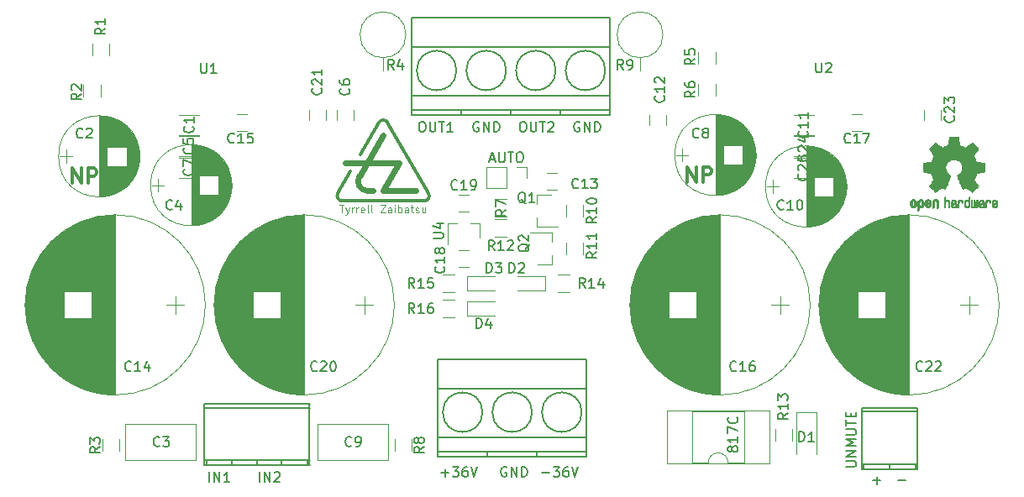
<source format=gbr>
G04 #@! TF.GenerationSoftware,KiCad,Pcbnew,5.1.5+dfsg1-2build2*
G04 #@! TF.CreationDate,2021-11-20T21:58:27+10:30*
G04 #@! TF.ProjectId,tda7293,74646137-3239-4332-9e6b-696361645f70,rev?*
G04 #@! TF.SameCoordinates,Original*
G04 #@! TF.FileFunction,Legend,Top*
G04 #@! TF.FilePolarity,Positive*
%FSLAX46Y46*%
G04 Gerber Fmt 4.6, Leading zero omitted, Abs format (unit mm)*
G04 Created by KiCad (PCBNEW 5.1.5+dfsg1-2build2) date 2021-11-20 21:58:27*
%MOMM*%
%LPD*%
G04 APERTURE LIST*
%ADD10C,0.300000*%
%ADD11C,0.150000*%
%ADD12C,0.120000*%
%ADD13C,0.010000*%
%ADD14C,0.600000*%
%ADD15C,0.100000*%
G04 APERTURE END LIST*
D10*
X92674428Y-42334571D02*
X92674428Y-40834571D01*
X93531571Y-42334571D01*
X93531571Y-40834571D01*
X94245857Y-42334571D02*
X94245857Y-40834571D01*
X94817285Y-40834571D01*
X94960142Y-40906000D01*
X95031571Y-40977428D01*
X95103000Y-41120285D01*
X95103000Y-41334571D01*
X95031571Y-41477428D01*
X94960142Y-41548857D01*
X94817285Y-41620285D01*
X94245857Y-41620285D01*
X30698428Y-42461571D02*
X30698428Y-40961571D01*
X31555571Y-42461571D01*
X31555571Y-40961571D01*
X32269857Y-42461571D02*
X32269857Y-40961571D01*
X32841285Y-40961571D01*
X32984142Y-41033000D01*
X33055571Y-41104428D01*
X33127000Y-41247285D01*
X33127000Y-41461571D01*
X33055571Y-41604428D01*
X32984142Y-41675857D01*
X32841285Y-41747285D01*
X32269857Y-41747285D01*
D11*
X113919047Y-72461428D02*
X114680952Y-72461428D01*
X111379047Y-72461428D02*
X112140952Y-72461428D01*
X111760000Y-72842380D02*
X111760000Y-72080476D01*
X81788095Y-36330000D02*
X81692857Y-36282380D01*
X81550000Y-36282380D01*
X81407142Y-36330000D01*
X81311904Y-36425238D01*
X81264285Y-36520476D01*
X81216666Y-36710952D01*
X81216666Y-36853809D01*
X81264285Y-37044285D01*
X81311904Y-37139523D01*
X81407142Y-37234761D01*
X81550000Y-37282380D01*
X81645238Y-37282380D01*
X81788095Y-37234761D01*
X81835714Y-37187142D01*
X81835714Y-36853809D01*
X81645238Y-36853809D01*
X82264285Y-37282380D02*
X82264285Y-36282380D01*
X82835714Y-37282380D01*
X82835714Y-36282380D01*
X83311904Y-37282380D02*
X83311904Y-36282380D01*
X83550000Y-36282380D01*
X83692857Y-36330000D01*
X83788095Y-36425238D01*
X83835714Y-36520476D01*
X83883333Y-36710952D01*
X83883333Y-36853809D01*
X83835714Y-37044285D01*
X83788095Y-37139523D01*
X83692857Y-37234761D01*
X83550000Y-37282380D01*
X83311904Y-37282380D01*
X71628095Y-36330000D02*
X71532857Y-36282380D01*
X71390000Y-36282380D01*
X71247142Y-36330000D01*
X71151904Y-36425238D01*
X71104285Y-36520476D01*
X71056666Y-36710952D01*
X71056666Y-36853809D01*
X71104285Y-37044285D01*
X71151904Y-37139523D01*
X71247142Y-37234761D01*
X71390000Y-37282380D01*
X71485238Y-37282380D01*
X71628095Y-37234761D01*
X71675714Y-37187142D01*
X71675714Y-36853809D01*
X71485238Y-36853809D01*
X72104285Y-37282380D02*
X72104285Y-36282380D01*
X72675714Y-37282380D01*
X72675714Y-36282380D01*
X73151904Y-37282380D02*
X73151904Y-36282380D01*
X73390000Y-36282380D01*
X73532857Y-36330000D01*
X73628095Y-36425238D01*
X73675714Y-36520476D01*
X73723333Y-36710952D01*
X73723333Y-36853809D01*
X73675714Y-37044285D01*
X73628095Y-37139523D01*
X73532857Y-37234761D01*
X73390000Y-37282380D01*
X73151904Y-37282380D01*
X75993809Y-36282380D02*
X76184285Y-36282380D01*
X76279523Y-36330000D01*
X76374761Y-36425238D01*
X76422380Y-36615714D01*
X76422380Y-36949047D01*
X76374761Y-37139523D01*
X76279523Y-37234761D01*
X76184285Y-37282380D01*
X75993809Y-37282380D01*
X75898571Y-37234761D01*
X75803333Y-37139523D01*
X75755714Y-36949047D01*
X75755714Y-36615714D01*
X75803333Y-36425238D01*
X75898571Y-36330000D01*
X75993809Y-36282380D01*
X76850952Y-36282380D02*
X76850952Y-37091904D01*
X76898571Y-37187142D01*
X76946190Y-37234761D01*
X77041428Y-37282380D01*
X77231904Y-37282380D01*
X77327142Y-37234761D01*
X77374761Y-37187142D01*
X77422380Y-37091904D01*
X77422380Y-36282380D01*
X77755714Y-36282380D02*
X78327142Y-36282380D01*
X78041428Y-37282380D02*
X78041428Y-36282380D01*
X78612857Y-36377619D02*
X78660476Y-36330000D01*
X78755714Y-36282380D01*
X78993809Y-36282380D01*
X79089047Y-36330000D01*
X79136666Y-36377619D01*
X79184285Y-36472857D01*
X79184285Y-36568095D01*
X79136666Y-36710952D01*
X78565238Y-37282380D01*
X79184285Y-37282380D01*
X65833809Y-36282380D02*
X66024285Y-36282380D01*
X66119523Y-36330000D01*
X66214761Y-36425238D01*
X66262380Y-36615714D01*
X66262380Y-36949047D01*
X66214761Y-37139523D01*
X66119523Y-37234761D01*
X66024285Y-37282380D01*
X65833809Y-37282380D01*
X65738571Y-37234761D01*
X65643333Y-37139523D01*
X65595714Y-36949047D01*
X65595714Y-36615714D01*
X65643333Y-36425238D01*
X65738571Y-36330000D01*
X65833809Y-36282380D01*
X66690952Y-36282380D02*
X66690952Y-37091904D01*
X66738571Y-37187142D01*
X66786190Y-37234761D01*
X66881428Y-37282380D01*
X67071904Y-37282380D01*
X67167142Y-37234761D01*
X67214761Y-37187142D01*
X67262380Y-37091904D01*
X67262380Y-36282380D01*
X67595714Y-36282380D02*
X68167142Y-36282380D01*
X67881428Y-37282380D02*
X67881428Y-36282380D01*
X69024285Y-37282380D02*
X68452857Y-37282380D01*
X68738571Y-37282380D02*
X68738571Y-36282380D01*
X68643333Y-36425238D01*
X68548095Y-36520476D01*
X68452857Y-36568095D01*
X72755333Y-40060666D02*
X73231523Y-40060666D01*
X72660095Y-40346380D02*
X72993428Y-39346380D01*
X73326761Y-40346380D01*
X73660095Y-39346380D02*
X73660095Y-40155904D01*
X73707714Y-40251142D01*
X73755333Y-40298761D01*
X73850571Y-40346380D01*
X74041047Y-40346380D01*
X74136285Y-40298761D01*
X74183904Y-40251142D01*
X74231523Y-40155904D01*
X74231523Y-39346380D01*
X74564857Y-39346380D02*
X75136285Y-39346380D01*
X74850571Y-40346380D02*
X74850571Y-39346380D01*
X75660095Y-39346380D02*
X75850571Y-39346380D01*
X75945809Y-39394000D01*
X76041047Y-39489238D01*
X76088666Y-39679714D01*
X76088666Y-40013047D01*
X76041047Y-40203523D01*
X75945809Y-40298761D01*
X75850571Y-40346380D01*
X75660095Y-40346380D01*
X75564857Y-40298761D01*
X75469619Y-40203523D01*
X75422000Y-40013047D01*
X75422000Y-39679714D01*
X75469619Y-39489238D01*
X75564857Y-39394000D01*
X75660095Y-39346380D01*
X108672380Y-71064095D02*
X109481904Y-71064095D01*
X109577142Y-71016476D01*
X109624761Y-70968857D01*
X109672380Y-70873619D01*
X109672380Y-70683142D01*
X109624761Y-70587904D01*
X109577142Y-70540285D01*
X109481904Y-70492666D01*
X108672380Y-70492666D01*
X109672380Y-70016476D02*
X108672380Y-70016476D01*
X109672380Y-69445047D01*
X108672380Y-69445047D01*
X109672380Y-68968857D02*
X108672380Y-68968857D01*
X109386666Y-68635523D01*
X108672380Y-68302190D01*
X109672380Y-68302190D01*
X108672380Y-67826000D02*
X109481904Y-67826000D01*
X109577142Y-67778380D01*
X109624761Y-67730761D01*
X109672380Y-67635523D01*
X109672380Y-67445047D01*
X109624761Y-67349809D01*
X109577142Y-67302190D01*
X109481904Y-67254571D01*
X108672380Y-67254571D01*
X108672380Y-66921238D02*
X108672380Y-66349809D01*
X109672380Y-66635523D02*
X108672380Y-66635523D01*
X109148571Y-66016476D02*
X109148571Y-65683142D01*
X109672380Y-65540285D02*
X109672380Y-66016476D01*
X108672380Y-66016476D01*
X108672380Y-65540285D01*
X97162952Y-69365619D02*
X97115333Y-69460857D01*
X97067714Y-69508476D01*
X96972476Y-69556095D01*
X96924857Y-69556095D01*
X96829619Y-69508476D01*
X96782000Y-69460857D01*
X96734380Y-69365619D01*
X96734380Y-69175142D01*
X96782000Y-69079904D01*
X96829619Y-69032285D01*
X96924857Y-68984666D01*
X96972476Y-68984666D01*
X97067714Y-69032285D01*
X97115333Y-69079904D01*
X97162952Y-69175142D01*
X97162952Y-69365619D01*
X97210571Y-69460857D01*
X97258190Y-69508476D01*
X97353428Y-69556095D01*
X97543904Y-69556095D01*
X97639142Y-69508476D01*
X97686761Y-69460857D01*
X97734380Y-69365619D01*
X97734380Y-69175142D01*
X97686761Y-69079904D01*
X97639142Y-69032285D01*
X97543904Y-68984666D01*
X97353428Y-68984666D01*
X97258190Y-69032285D01*
X97210571Y-69079904D01*
X97162952Y-69175142D01*
X97734380Y-68032285D02*
X97734380Y-68603714D01*
X97734380Y-68318000D02*
X96734380Y-68318000D01*
X96877238Y-68413238D01*
X96972476Y-68508476D01*
X97020095Y-68603714D01*
X96734380Y-67698952D02*
X96734380Y-67032285D01*
X97734380Y-67460857D01*
X97639142Y-66079904D02*
X97686761Y-66127523D01*
X97734380Y-66270380D01*
X97734380Y-66365619D01*
X97686761Y-66508476D01*
X97591523Y-66603714D01*
X97496285Y-66651333D01*
X97305809Y-66698952D01*
X97162952Y-66698952D01*
X96972476Y-66651333D01*
X96877238Y-66603714D01*
X96782000Y-66508476D01*
X96734380Y-66365619D01*
X96734380Y-66270380D01*
X96782000Y-66127523D01*
X96829619Y-66079904D01*
X77994095Y-71699428D02*
X78756000Y-71699428D01*
X79136952Y-71080380D02*
X79756000Y-71080380D01*
X79422666Y-71461333D01*
X79565523Y-71461333D01*
X79660761Y-71508952D01*
X79708380Y-71556571D01*
X79756000Y-71651809D01*
X79756000Y-71889904D01*
X79708380Y-71985142D01*
X79660761Y-72032761D01*
X79565523Y-72080380D01*
X79279809Y-72080380D01*
X79184571Y-72032761D01*
X79136952Y-71985142D01*
X80613142Y-71080380D02*
X80422666Y-71080380D01*
X80327428Y-71128000D01*
X80279809Y-71175619D01*
X80184571Y-71318476D01*
X80136952Y-71508952D01*
X80136952Y-71889904D01*
X80184571Y-71985142D01*
X80232190Y-72032761D01*
X80327428Y-72080380D01*
X80517904Y-72080380D01*
X80613142Y-72032761D01*
X80660761Y-71985142D01*
X80708380Y-71889904D01*
X80708380Y-71651809D01*
X80660761Y-71556571D01*
X80613142Y-71508952D01*
X80517904Y-71461333D01*
X80327428Y-71461333D01*
X80232190Y-71508952D01*
X80184571Y-71556571D01*
X80136952Y-71651809D01*
X80994095Y-71080380D02*
X81327428Y-72080380D01*
X81660761Y-71080380D01*
X74422095Y-71128000D02*
X74326857Y-71080380D01*
X74184000Y-71080380D01*
X74041142Y-71128000D01*
X73945904Y-71223238D01*
X73898285Y-71318476D01*
X73850666Y-71508952D01*
X73850666Y-71651809D01*
X73898285Y-71842285D01*
X73945904Y-71937523D01*
X74041142Y-72032761D01*
X74184000Y-72080380D01*
X74279238Y-72080380D01*
X74422095Y-72032761D01*
X74469714Y-71985142D01*
X74469714Y-71651809D01*
X74279238Y-71651809D01*
X74898285Y-72080380D02*
X74898285Y-71080380D01*
X75469714Y-72080380D01*
X75469714Y-71080380D01*
X75945904Y-72080380D02*
X75945904Y-71080380D01*
X76184000Y-71080380D01*
X76326857Y-71128000D01*
X76422095Y-71223238D01*
X76469714Y-71318476D01*
X76517333Y-71508952D01*
X76517333Y-71651809D01*
X76469714Y-71842285D01*
X76422095Y-71937523D01*
X76326857Y-72032761D01*
X76184000Y-72080380D01*
X75945904Y-72080380D01*
X67834095Y-71699428D02*
X68596000Y-71699428D01*
X68215047Y-72080380D02*
X68215047Y-71318476D01*
X68976952Y-71080380D02*
X69596000Y-71080380D01*
X69262666Y-71461333D01*
X69405523Y-71461333D01*
X69500761Y-71508952D01*
X69548380Y-71556571D01*
X69596000Y-71651809D01*
X69596000Y-71889904D01*
X69548380Y-71985142D01*
X69500761Y-72032761D01*
X69405523Y-72080380D01*
X69119809Y-72080380D01*
X69024571Y-72032761D01*
X68976952Y-71985142D01*
X70453142Y-71080380D02*
X70262666Y-71080380D01*
X70167428Y-71128000D01*
X70119809Y-71175619D01*
X70024571Y-71318476D01*
X69976952Y-71508952D01*
X69976952Y-71889904D01*
X70024571Y-71985142D01*
X70072190Y-72032761D01*
X70167428Y-72080380D01*
X70357904Y-72080380D01*
X70453142Y-72032761D01*
X70500761Y-71985142D01*
X70548380Y-71889904D01*
X70548380Y-71651809D01*
X70500761Y-71556571D01*
X70453142Y-71508952D01*
X70357904Y-71461333D01*
X70167428Y-71461333D01*
X70072190Y-71508952D01*
X70024571Y-71556571D01*
X69976952Y-71651809D01*
X70834095Y-71080380D02*
X71167428Y-72080380D01*
X71500761Y-71080380D01*
X49546000Y-72588380D02*
X49546000Y-71588380D01*
X50022190Y-72588380D02*
X50022190Y-71588380D01*
X50593619Y-72588380D01*
X50593619Y-71588380D01*
X51022190Y-71683619D02*
X51069809Y-71636000D01*
X51165047Y-71588380D01*
X51403142Y-71588380D01*
X51498380Y-71636000D01*
X51546000Y-71683619D01*
X51593619Y-71778857D01*
X51593619Y-71874095D01*
X51546000Y-72016952D01*
X50974571Y-72588380D01*
X51593619Y-72588380D01*
X44466000Y-72588380D02*
X44466000Y-71588380D01*
X44942190Y-72588380D02*
X44942190Y-71588380D01*
X45513619Y-72588380D01*
X45513619Y-71588380D01*
X46513619Y-72588380D02*
X45942190Y-72588380D01*
X46227904Y-72588380D02*
X46227904Y-71588380D01*
X46132666Y-71731238D01*
X46037428Y-71826476D01*
X45942190Y-71874095D01*
D12*
X67980000Y-54238000D02*
X69180000Y-54238000D01*
X69180000Y-55998000D02*
X67980000Y-55998000D01*
X70420000Y-54418000D02*
X70420000Y-55818000D01*
X70420000Y-55818000D02*
X73220000Y-55818000D01*
X70420000Y-54418000D02*
X73220000Y-54418000D01*
X67980000Y-51698000D02*
X69180000Y-51698000D01*
X69180000Y-53458000D02*
X67980000Y-53458000D01*
X80798000Y-53458000D02*
X79598000Y-53458000D01*
X79598000Y-51698000D02*
X80798000Y-51698000D01*
X70454000Y-51878000D02*
X70454000Y-53278000D01*
X70454000Y-53278000D02*
X73254000Y-53278000D01*
X70454000Y-51878000D02*
X73254000Y-51878000D01*
X78310000Y-53278000D02*
X78310000Y-51878000D01*
X78310000Y-51878000D02*
X75510000Y-51878000D01*
X78310000Y-53278000D02*
X75510000Y-53278000D01*
X103394000Y-41914000D02*
X105394000Y-41914000D01*
X105394000Y-39874000D02*
X103394000Y-39874000D01*
X103394000Y-39755000D02*
X105394000Y-39755000D01*
X105394000Y-37715000D02*
X103394000Y-37715000D01*
X103394000Y-37596000D02*
X105394000Y-37596000D01*
X105394000Y-35556000D02*
X103394000Y-35556000D01*
X41418000Y-41914000D02*
X43418000Y-41914000D01*
X43418000Y-39874000D02*
X41418000Y-39874000D01*
X41418000Y-39755000D02*
X43418000Y-39755000D01*
X43418000Y-37715000D02*
X41418000Y-37715000D01*
X41418000Y-37596000D02*
X43418000Y-37596000D01*
X43418000Y-35556000D02*
X41418000Y-35556000D01*
X108710000Y-42799000D02*
G75*
G03X108710000Y-42799000I-4090000J0D01*
G01*
X104620000Y-38749000D02*
X104620000Y-46849000D01*
X104660000Y-38749000D02*
X104660000Y-46849000D01*
X104700000Y-38749000D02*
X104700000Y-46849000D01*
X104740000Y-38750000D02*
X104740000Y-46848000D01*
X104780000Y-38752000D02*
X104780000Y-46846000D01*
X104820000Y-38753000D02*
X104820000Y-46845000D01*
X104860000Y-38756000D02*
X104860000Y-46842000D01*
X104900000Y-38758000D02*
X104900000Y-46840000D01*
X104940000Y-38761000D02*
X104940000Y-46837000D01*
X104980000Y-38764000D02*
X104980000Y-46834000D01*
X105020000Y-38768000D02*
X105020000Y-46830000D01*
X105060000Y-38772000D02*
X105060000Y-46826000D01*
X105100000Y-38777000D02*
X105100000Y-46821000D01*
X105140000Y-38782000D02*
X105140000Y-46816000D01*
X105180000Y-38787000D02*
X105180000Y-46811000D01*
X105220000Y-38793000D02*
X105220000Y-46805000D01*
X105260000Y-38799000D02*
X105260000Y-46799000D01*
X105300000Y-38805000D02*
X105300000Y-46793000D01*
X105341000Y-38812000D02*
X105341000Y-46786000D01*
X105381000Y-38820000D02*
X105381000Y-46778000D01*
X105421000Y-38828000D02*
X105421000Y-41819000D01*
X105421000Y-43779000D02*
X105421000Y-46770000D01*
X105461000Y-38836000D02*
X105461000Y-41819000D01*
X105461000Y-43779000D02*
X105461000Y-46762000D01*
X105501000Y-38844000D02*
X105501000Y-41819000D01*
X105501000Y-43779000D02*
X105501000Y-46754000D01*
X105541000Y-38853000D02*
X105541000Y-41819000D01*
X105541000Y-43779000D02*
X105541000Y-46745000D01*
X105581000Y-38863000D02*
X105581000Y-41819000D01*
X105581000Y-43779000D02*
X105581000Y-46735000D01*
X105621000Y-38873000D02*
X105621000Y-41819000D01*
X105621000Y-43779000D02*
X105621000Y-46725000D01*
X105661000Y-38883000D02*
X105661000Y-41819000D01*
X105661000Y-43779000D02*
X105661000Y-46715000D01*
X105701000Y-38894000D02*
X105701000Y-41819000D01*
X105701000Y-43779000D02*
X105701000Y-46704000D01*
X105741000Y-38905000D02*
X105741000Y-41819000D01*
X105741000Y-43779000D02*
X105741000Y-46693000D01*
X105781000Y-38916000D02*
X105781000Y-41819000D01*
X105781000Y-43779000D02*
X105781000Y-46682000D01*
X105821000Y-38929000D02*
X105821000Y-41819000D01*
X105821000Y-43779000D02*
X105821000Y-46669000D01*
X105861000Y-38941000D02*
X105861000Y-41819000D01*
X105861000Y-43779000D02*
X105861000Y-46657000D01*
X105901000Y-38954000D02*
X105901000Y-41819000D01*
X105901000Y-43779000D02*
X105901000Y-46644000D01*
X105941000Y-38967000D02*
X105941000Y-41819000D01*
X105941000Y-43779000D02*
X105941000Y-46631000D01*
X105981000Y-38981000D02*
X105981000Y-41819000D01*
X105981000Y-43779000D02*
X105981000Y-46617000D01*
X106021000Y-38996000D02*
X106021000Y-41819000D01*
X106021000Y-43779000D02*
X106021000Y-46602000D01*
X106061000Y-39010000D02*
X106061000Y-41819000D01*
X106061000Y-43779000D02*
X106061000Y-46588000D01*
X106101000Y-39026000D02*
X106101000Y-41819000D01*
X106101000Y-43779000D02*
X106101000Y-46572000D01*
X106141000Y-39041000D02*
X106141000Y-41819000D01*
X106141000Y-43779000D02*
X106141000Y-46557000D01*
X106181000Y-39058000D02*
X106181000Y-41819000D01*
X106181000Y-43779000D02*
X106181000Y-46540000D01*
X106221000Y-39074000D02*
X106221000Y-41819000D01*
X106221000Y-43779000D02*
X106221000Y-46524000D01*
X106261000Y-39092000D02*
X106261000Y-41819000D01*
X106261000Y-43779000D02*
X106261000Y-46506000D01*
X106301000Y-39109000D02*
X106301000Y-41819000D01*
X106301000Y-43779000D02*
X106301000Y-46489000D01*
X106341000Y-39128000D02*
X106341000Y-41819000D01*
X106341000Y-43779000D02*
X106341000Y-46470000D01*
X106381000Y-39147000D02*
X106381000Y-41819000D01*
X106381000Y-43779000D02*
X106381000Y-46451000D01*
X106421000Y-39166000D02*
X106421000Y-41819000D01*
X106421000Y-43779000D02*
X106421000Y-46432000D01*
X106461000Y-39186000D02*
X106461000Y-41819000D01*
X106461000Y-43779000D02*
X106461000Y-46412000D01*
X106501000Y-39206000D02*
X106501000Y-41819000D01*
X106501000Y-43779000D02*
X106501000Y-46392000D01*
X106541000Y-39227000D02*
X106541000Y-41819000D01*
X106541000Y-43779000D02*
X106541000Y-46371000D01*
X106581000Y-39249000D02*
X106581000Y-41819000D01*
X106581000Y-43779000D02*
X106581000Y-46349000D01*
X106621000Y-39271000D02*
X106621000Y-41819000D01*
X106621000Y-43779000D02*
X106621000Y-46327000D01*
X106661000Y-39294000D02*
X106661000Y-41819000D01*
X106661000Y-43779000D02*
X106661000Y-46304000D01*
X106701000Y-39317000D02*
X106701000Y-41819000D01*
X106701000Y-43779000D02*
X106701000Y-46281000D01*
X106741000Y-39341000D02*
X106741000Y-41819000D01*
X106741000Y-43779000D02*
X106741000Y-46257000D01*
X106781000Y-39365000D02*
X106781000Y-41819000D01*
X106781000Y-43779000D02*
X106781000Y-46233000D01*
X106821000Y-39391000D02*
X106821000Y-41819000D01*
X106821000Y-43779000D02*
X106821000Y-46207000D01*
X106861000Y-39416000D02*
X106861000Y-41819000D01*
X106861000Y-43779000D02*
X106861000Y-46182000D01*
X106901000Y-39443000D02*
X106901000Y-41819000D01*
X106901000Y-43779000D02*
X106901000Y-46155000D01*
X106941000Y-39470000D02*
X106941000Y-41819000D01*
X106941000Y-43779000D02*
X106941000Y-46128000D01*
X106981000Y-39498000D02*
X106981000Y-41819000D01*
X106981000Y-43779000D02*
X106981000Y-46100000D01*
X107021000Y-39527000D02*
X107021000Y-41819000D01*
X107021000Y-43779000D02*
X107021000Y-46071000D01*
X107061000Y-39556000D02*
X107061000Y-41819000D01*
X107061000Y-43779000D02*
X107061000Y-46042000D01*
X107101000Y-39586000D02*
X107101000Y-41819000D01*
X107101000Y-43779000D02*
X107101000Y-46012000D01*
X107141000Y-39617000D02*
X107141000Y-41819000D01*
X107141000Y-43779000D02*
X107141000Y-45981000D01*
X107181000Y-39649000D02*
X107181000Y-41819000D01*
X107181000Y-43779000D02*
X107181000Y-45949000D01*
X107221000Y-39681000D02*
X107221000Y-41819000D01*
X107221000Y-43779000D02*
X107221000Y-45917000D01*
X107261000Y-39715000D02*
X107261000Y-41819000D01*
X107261000Y-43779000D02*
X107261000Y-45883000D01*
X107301000Y-39749000D02*
X107301000Y-41819000D01*
X107301000Y-43779000D02*
X107301000Y-45849000D01*
X107341000Y-39784000D02*
X107341000Y-41819000D01*
X107341000Y-43779000D02*
X107341000Y-45814000D01*
X107381000Y-39820000D02*
X107381000Y-45778000D01*
X107421000Y-39857000D02*
X107421000Y-45741000D01*
X107461000Y-39895000D02*
X107461000Y-45703000D01*
X107501000Y-39934000D02*
X107501000Y-45664000D01*
X107541000Y-39975000D02*
X107541000Y-45623000D01*
X107581000Y-40016000D02*
X107581000Y-45582000D01*
X107621000Y-40059000D02*
X107621000Y-45539000D01*
X107661000Y-40102000D02*
X107661000Y-45496000D01*
X107701000Y-40147000D02*
X107701000Y-45451000D01*
X107741000Y-40194000D02*
X107741000Y-45404000D01*
X107781000Y-40242000D02*
X107781000Y-45356000D01*
X107821000Y-40291000D02*
X107821000Y-45307000D01*
X107861000Y-40342000D02*
X107861000Y-45256000D01*
X107901000Y-40395000D02*
X107901000Y-45203000D01*
X107941000Y-40450000D02*
X107941000Y-45148000D01*
X107981000Y-40506000D02*
X107981000Y-45092000D01*
X108021000Y-40565000D02*
X108021000Y-45033000D01*
X108061000Y-40626000D02*
X108061000Y-44972000D01*
X108101000Y-40690000D02*
X108101000Y-44908000D01*
X108141000Y-40756000D02*
X108141000Y-44842000D01*
X108181000Y-40825000D02*
X108181000Y-44773000D01*
X108221000Y-40897000D02*
X108221000Y-44701000D01*
X108261000Y-40973000D02*
X108261000Y-44625000D01*
X108301000Y-41054000D02*
X108301000Y-44544000D01*
X108341000Y-41139000D02*
X108341000Y-44459000D01*
X108381000Y-41229000D02*
X108381000Y-44369000D01*
X108421000Y-41326000D02*
X108421000Y-44272000D01*
X108461000Y-41430000D02*
X108461000Y-44168000D01*
X108501000Y-41545000D02*
X108501000Y-44053000D01*
X108541000Y-41672000D02*
X108541000Y-43926000D01*
X108581000Y-41816000D02*
X108581000Y-43782000D01*
X108621000Y-41985000D02*
X108621000Y-43613000D01*
X108661000Y-42201000D02*
X108661000Y-43397000D01*
X108701000Y-42553000D02*
X108701000Y-43045000D01*
X100670000Y-42799000D02*
X101870000Y-42799000D01*
X101270000Y-42149000D02*
X101270000Y-43449000D01*
X99566000Y-39624000D02*
G75*
G03X99566000Y-39624000I-4090000J0D01*
G01*
X95476000Y-35574000D02*
X95476000Y-43674000D01*
X95516000Y-35574000D02*
X95516000Y-43674000D01*
X95556000Y-35574000D02*
X95556000Y-43674000D01*
X95596000Y-35575000D02*
X95596000Y-43673000D01*
X95636000Y-35577000D02*
X95636000Y-43671000D01*
X95676000Y-35578000D02*
X95676000Y-43670000D01*
X95716000Y-35581000D02*
X95716000Y-43667000D01*
X95756000Y-35583000D02*
X95756000Y-43665000D01*
X95796000Y-35586000D02*
X95796000Y-43662000D01*
X95836000Y-35589000D02*
X95836000Y-43659000D01*
X95876000Y-35593000D02*
X95876000Y-43655000D01*
X95916000Y-35597000D02*
X95916000Y-43651000D01*
X95956000Y-35602000D02*
X95956000Y-43646000D01*
X95996000Y-35607000D02*
X95996000Y-43641000D01*
X96036000Y-35612000D02*
X96036000Y-43636000D01*
X96076000Y-35618000D02*
X96076000Y-43630000D01*
X96116000Y-35624000D02*
X96116000Y-43624000D01*
X96156000Y-35630000D02*
X96156000Y-43618000D01*
X96197000Y-35637000D02*
X96197000Y-43611000D01*
X96237000Y-35645000D02*
X96237000Y-43603000D01*
X96277000Y-35653000D02*
X96277000Y-38644000D01*
X96277000Y-40604000D02*
X96277000Y-43595000D01*
X96317000Y-35661000D02*
X96317000Y-38644000D01*
X96317000Y-40604000D02*
X96317000Y-43587000D01*
X96357000Y-35669000D02*
X96357000Y-38644000D01*
X96357000Y-40604000D02*
X96357000Y-43579000D01*
X96397000Y-35678000D02*
X96397000Y-38644000D01*
X96397000Y-40604000D02*
X96397000Y-43570000D01*
X96437000Y-35688000D02*
X96437000Y-38644000D01*
X96437000Y-40604000D02*
X96437000Y-43560000D01*
X96477000Y-35698000D02*
X96477000Y-38644000D01*
X96477000Y-40604000D02*
X96477000Y-43550000D01*
X96517000Y-35708000D02*
X96517000Y-38644000D01*
X96517000Y-40604000D02*
X96517000Y-43540000D01*
X96557000Y-35719000D02*
X96557000Y-38644000D01*
X96557000Y-40604000D02*
X96557000Y-43529000D01*
X96597000Y-35730000D02*
X96597000Y-38644000D01*
X96597000Y-40604000D02*
X96597000Y-43518000D01*
X96637000Y-35741000D02*
X96637000Y-38644000D01*
X96637000Y-40604000D02*
X96637000Y-43507000D01*
X96677000Y-35754000D02*
X96677000Y-38644000D01*
X96677000Y-40604000D02*
X96677000Y-43494000D01*
X96717000Y-35766000D02*
X96717000Y-38644000D01*
X96717000Y-40604000D02*
X96717000Y-43482000D01*
X96757000Y-35779000D02*
X96757000Y-38644000D01*
X96757000Y-40604000D02*
X96757000Y-43469000D01*
X96797000Y-35792000D02*
X96797000Y-38644000D01*
X96797000Y-40604000D02*
X96797000Y-43456000D01*
X96837000Y-35806000D02*
X96837000Y-38644000D01*
X96837000Y-40604000D02*
X96837000Y-43442000D01*
X96877000Y-35821000D02*
X96877000Y-38644000D01*
X96877000Y-40604000D02*
X96877000Y-43427000D01*
X96917000Y-35835000D02*
X96917000Y-38644000D01*
X96917000Y-40604000D02*
X96917000Y-43413000D01*
X96957000Y-35851000D02*
X96957000Y-38644000D01*
X96957000Y-40604000D02*
X96957000Y-43397000D01*
X96997000Y-35866000D02*
X96997000Y-38644000D01*
X96997000Y-40604000D02*
X96997000Y-43382000D01*
X97037000Y-35883000D02*
X97037000Y-38644000D01*
X97037000Y-40604000D02*
X97037000Y-43365000D01*
X97077000Y-35899000D02*
X97077000Y-38644000D01*
X97077000Y-40604000D02*
X97077000Y-43349000D01*
X97117000Y-35917000D02*
X97117000Y-38644000D01*
X97117000Y-40604000D02*
X97117000Y-43331000D01*
X97157000Y-35934000D02*
X97157000Y-38644000D01*
X97157000Y-40604000D02*
X97157000Y-43314000D01*
X97197000Y-35953000D02*
X97197000Y-38644000D01*
X97197000Y-40604000D02*
X97197000Y-43295000D01*
X97237000Y-35972000D02*
X97237000Y-38644000D01*
X97237000Y-40604000D02*
X97237000Y-43276000D01*
X97277000Y-35991000D02*
X97277000Y-38644000D01*
X97277000Y-40604000D02*
X97277000Y-43257000D01*
X97317000Y-36011000D02*
X97317000Y-38644000D01*
X97317000Y-40604000D02*
X97317000Y-43237000D01*
X97357000Y-36031000D02*
X97357000Y-38644000D01*
X97357000Y-40604000D02*
X97357000Y-43217000D01*
X97397000Y-36052000D02*
X97397000Y-38644000D01*
X97397000Y-40604000D02*
X97397000Y-43196000D01*
X97437000Y-36074000D02*
X97437000Y-38644000D01*
X97437000Y-40604000D02*
X97437000Y-43174000D01*
X97477000Y-36096000D02*
X97477000Y-38644000D01*
X97477000Y-40604000D02*
X97477000Y-43152000D01*
X97517000Y-36119000D02*
X97517000Y-38644000D01*
X97517000Y-40604000D02*
X97517000Y-43129000D01*
X97557000Y-36142000D02*
X97557000Y-38644000D01*
X97557000Y-40604000D02*
X97557000Y-43106000D01*
X97597000Y-36166000D02*
X97597000Y-38644000D01*
X97597000Y-40604000D02*
X97597000Y-43082000D01*
X97637000Y-36190000D02*
X97637000Y-38644000D01*
X97637000Y-40604000D02*
X97637000Y-43058000D01*
X97677000Y-36216000D02*
X97677000Y-38644000D01*
X97677000Y-40604000D02*
X97677000Y-43032000D01*
X97717000Y-36241000D02*
X97717000Y-38644000D01*
X97717000Y-40604000D02*
X97717000Y-43007000D01*
X97757000Y-36268000D02*
X97757000Y-38644000D01*
X97757000Y-40604000D02*
X97757000Y-42980000D01*
X97797000Y-36295000D02*
X97797000Y-38644000D01*
X97797000Y-40604000D02*
X97797000Y-42953000D01*
X97837000Y-36323000D02*
X97837000Y-38644000D01*
X97837000Y-40604000D02*
X97837000Y-42925000D01*
X97877000Y-36352000D02*
X97877000Y-38644000D01*
X97877000Y-40604000D02*
X97877000Y-42896000D01*
X97917000Y-36381000D02*
X97917000Y-38644000D01*
X97917000Y-40604000D02*
X97917000Y-42867000D01*
X97957000Y-36411000D02*
X97957000Y-38644000D01*
X97957000Y-40604000D02*
X97957000Y-42837000D01*
X97997000Y-36442000D02*
X97997000Y-38644000D01*
X97997000Y-40604000D02*
X97997000Y-42806000D01*
X98037000Y-36474000D02*
X98037000Y-38644000D01*
X98037000Y-40604000D02*
X98037000Y-42774000D01*
X98077000Y-36506000D02*
X98077000Y-38644000D01*
X98077000Y-40604000D02*
X98077000Y-42742000D01*
X98117000Y-36540000D02*
X98117000Y-38644000D01*
X98117000Y-40604000D02*
X98117000Y-42708000D01*
X98157000Y-36574000D02*
X98157000Y-38644000D01*
X98157000Y-40604000D02*
X98157000Y-42674000D01*
X98197000Y-36609000D02*
X98197000Y-38644000D01*
X98197000Y-40604000D02*
X98197000Y-42639000D01*
X98237000Y-36645000D02*
X98237000Y-42603000D01*
X98277000Y-36682000D02*
X98277000Y-42566000D01*
X98317000Y-36720000D02*
X98317000Y-42528000D01*
X98357000Y-36759000D02*
X98357000Y-42489000D01*
X98397000Y-36800000D02*
X98397000Y-42448000D01*
X98437000Y-36841000D02*
X98437000Y-42407000D01*
X98477000Y-36884000D02*
X98477000Y-42364000D01*
X98517000Y-36927000D02*
X98517000Y-42321000D01*
X98557000Y-36972000D02*
X98557000Y-42276000D01*
X98597000Y-37019000D02*
X98597000Y-42229000D01*
X98637000Y-37067000D02*
X98637000Y-42181000D01*
X98677000Y-37116000D02*
X98677000Y-42132000D01*
X98717000Y-37167000D02*
X98717000Y-42081000D01*
X98757000Y-37220000D02*
X98757000Y-42028000D01*
X98797000Y-37275000D02*
X98797000Y-41973000D01*
X98837000Y-37331000D02*
X98837000Y-41917000D01*
X98877000Y-37390000D02*
X98877000Y-41858000D01*
X98917000Y-37451000D02*
X98917000Y-41797000D01*
X98957000Y-37515000D02*
X98957000Y-41733000D01*
X98997000Y-37581000D02*
X98997000Y-41667000D01*
X99037000Y-37650000D02*
X99037000Y-41598000D01*
X99077000Y-37722000D02*
X99077000Y-41526000D01*
X99117000Y-37798000D02*
X99117000Y-41450000D01*
X99157000Y-37879000D02*
X99157000Y-41369000D01*
X99197000Y-37964000D02*
X99197000Y-41284000D01*
X99237000Y-38054000D02*
X99237000Y-41194000D01*
X99277000Y-38151000D02*
X99277000Y-41097000D01*
X99317000Y-38255000D02*
X99317000Y-40993000D01*
X99357000Y-38370000D02*
X99357000Y-40878000D01*
X99397000Y-38497000D02*
X99397000Y-40751000D01*
X99437000Y-38641000D02*
X99437000Y-40607000D01*
X99477000Y-38810000D02*
X99477000Y-40438000D01*
X99517000Y-39026000D02*
X99517000Y-40222000D01*
X99557000Y-39378000D02*
X99557000Y-39870000D01*
X91526000Y-39624000D02*
X92726000Y-39624000D01*
X92126000Y-38974000D02*
X92126000Y-40274000D01*
X46734000Y-42672000D02*
G75*
G03X46734000Y-42672000I-4090000J0D01*
G01*
X42644000Y-38622000D02*
X42644000Y-46722000D01*
X42684000Y-38622000D02*
X42684000Y-46722000D01*
X42724000Y-38622000D02*
X42724000Y-46722000D01*
X42764000Y-38623000D02*
X42764000Y-46721000D01*
X42804000Y-38625000D02*
X42804000Y-46719000D01*
X42844000Y-38626000D02*
X42844000Y-46718000D01*
X42884000Y-38629000D02*
X42884000Y-46715000D01*
X42924000Y-38631000D02*
X42924000Y-46713000D01*
X42964000Y-38634000D02*
X42964000Y-46710000D01*
X43004000Y-38637000D02*
X43004000Y-46707000D01*
X43044000Y-38641000D02*
X43044000Y-46703000D01*
X43084000Y-38645000D02*
X43084000Y-46699000D01*
X43124000Y-38650000D02*
X43124000Y-46694000D01*
X43164000Y-38655000D02*
X43164000Y-46689000D01*
X43204000Y-38660000D02*
X43204000Y-46684000D01*
X43244000Y-38666000D02*
X43244000Y-46678000D01*
X43284000Y-38672000D02*
X43284000Y-46672000D01*
X43324000Y-38678000D02*
X43324000Y-46666000D01*
X43365000Y-38685000D02*
X43365000Y-46659000D01*
X43405000Y-38693000D02*
X43405000Y-46651000D01*
X43445000Y-38701000D02*
X43445000Y-41692000D01*
X43445000Y-43652000D02*
X43445000Y-46643000D01*
X43485000Y-38709000D02*
X43485000Y-41692000D01*
X43485000Y-43652000D02*
X43485000Y-46635000D01*
X43525000Y-38717000D02*
X43525000Y-41692000D01*
X43525000Y-43652000D02*
X43525000Y-46627000D01*
X43565000Y-38726000D02*
X43565000Y-41692000D01*
X43565000Y-43652000D02*
X43565000Y-46618000D01*
X43605000Y-38736000D02*
X43605000Y-41692000D01*
X43605000Y-43652000D02*
X43605000Y-46608000D01*
X43645000Y-38746000D02*
X43645000Y-41692000D01*
X43645000Y-43652000D02*
X43645000Y-46598000D01*
X43685000Y-38756000D02*
X43685000Y-41692000D01*
X43685000Y-43652000D02*
X43685000Y-46588000D01*
X43725000Y-38767000D02*
X43725000Y-41692000D01*
X43725000Y-43652000D02*
X43725000Y-46577000D01*
X43765000Y-38778000D02*
X43765000Y-41692000D01*
X43765000Y-43652000D02*
X43765000Y-46566000D01*
X43805000Y-38789000D02*
X43805000Y-41692000D01*
X43805000Y-43652000D02*
X43805000Y-46555000D01*
X43845000Y-38802000D02*
X43845000Y-41692000D01*
X43845000Y-43652000D02*
X43845000Y-46542000D01*
X43885000Y-38814000D02*
X43885000Y-41692000D01*
X43885000Y-43652000D02*
X43885000Y-46530000D01*
X43925000Y-38827000D02*
X43925000Y-41692000D01*
X43925000Y-43652000D02*
X43925000Y-46517000D01*
X43965000Y-38840000D02*
X43965000Y-41692000D01*
X43965000Y-43652000D02*
X43965000Y-46504000D01*
X44005000Y-38854000D02*
X44005000Y-41692000D01*
X44005000Y-43652000D02*
X44005000Y-46490000D01*
X44045000Y-38869000D02*
X44045000Y-41692000D01*
X44045000Y-43652000D02*
X44045000Y-46475000D01*
X44085000Y-38883000D02*
X44085000Y-41692000D01*
X44085000Y-43652000D02*
X44085000Y-46461000D01*
X44125000Y-38899000D02*
X44125000Y-41692000D01*
X44125000Y-43652000D02*
X44125000Y-46445000D01*
X44165000Y-38914000D02*
X44165000Y-41692000D01*
X44165000Y-43652000D02*
X44165000Y-46430000D01*
X44205000Y-38931000D02*
X44205000Y-41692000D01*
X44205000Y-43652000D02*
X44205000Y-46413000D01*
X44245000Y-38947000D02*
X44245000Y-41692000D01*
X44245000Y-43652000D02*
X44245000Y-46397000D01*
X44285000Y-38965000D02*
X44285000Y-41692000D01*
X44285000Y-43652000D02*
X44285000Y-46379000D01*
X44325000Y-38982000D02*
X44325000Y-41692000D01*
X44325000Y-43652000D02*
X44325000Y-46362000D01*
X44365000Y-39001000D02*
X44365000Y-41692000D01*
X44365000Y-43652000D02*
X44365000Y-46343000D01*
X44405000Y-39020000D02*
X44405000Y-41692000D01*
X44405000Y-43652000D02*
X44405000Y-46324000D01*
X44445000Y-39039000D02*
X44445000Y-41692000D01*
X44445000Y-43652000D02*
X44445000Y-46305000D01*
X44485000Y-39059000D02*
X44485000Y-41692000D01*
X44485000Y-43652000D02*
X44485000Y-46285000D01*
X44525000Y-39079000D02*
X44525000Y-41692000D01*
X44525000Y-43652000D02*
X44525000Y-46265000D01*
X44565000Y-39100000D02*
X44565000Y-41692000D01*
X44565000Y-43652000D02*
X44565000Y-46244000D01*
X44605000Y-39122000D02*
X44605000Y-41692000D01*
X44605000Y-43652000D02*
X44605000Y-46222000D01*
X44645000Y-39144000D02*
X44645000Y-41692000D01*
X44645000Y-43652000D02*
X44645000Y-46200000D01*
X44685000Y-39167000D02*
X44685000Y-41692000D01*
X44685000Y-43652000D02*
X44685000Y-46177000D01*
X44725000Y-39190000D02*
X44725000Y-41692000D01*
X44725000Y-43652000D02*
X44725000Y-46154000D01*
X44765000Y-39214000D02*
X44765000Y-41692000D01*
X44765000Y-43652000D02*
X44765000Y-46130000D01*
X44805000Y-39238000D02*
X44805000Y-41692000D01*
X44805000Y-43652000D02*
X44805000Y-46106000D01*
X44845000Y-39264000D02*
X44845000Y-41692000D01*
X44845000Y-43652000D02*
X44845000Y-46080000D01*
X44885000Y-39289000D02*
X44885000Y-41692000D01*
X44885000Y-43652000D02*
X44885000Y-46055000D01*
X44925000Y-39316000D02*
X44925000Y-41692000D01*
X44925000Y-43652000D02*
X44925000Y-46028000D01*
X44965000Y-39343000D02*
X44965000Y-41692000D01*
X44965000Y-43652000D02*
X44965000Y-46001000D01*
X45005000Y-39371000D02*
X45005000Y-41692000D01*
X45005000Y-43652000D02*
X45005000Y-45973000D01*
X45045000Y-39400000D02*
X45045000Y-41692000D01*
X45045000Y-43652000D02*
X45045000Y-45944000D01*
X45085000Y-39429000D02*
X45085000Y-41692000D01*
X45085000Y-43652000D02*
X45085000Y-45915000D01*
X45125000Y-39459000D02*
X45125000Y-41692000D01*
X45125000Y-43652000D02*
X45125000Y-45885000D01*
X45165000Y-39490000D02*
X45165000Y-41692000D01*
X45165000Y-43652000D02*
X45165000Y-45854000D01*
X45205000Y-39522000D02*
X45205000Y-41692000D01*
X45205000Y-43652000D02*
X45205000Y-45822000D01*
X45245000Y-39554000D02*
X45245000Y-41692000D01*
X45245000Y-43652000D02*
X45245000Y-45790000D01*
X45285000Y-39588000D02*
X45285000Y-41692000D01*
X45285000Y-43652000D02*
X45285000Y-45756000D01*
X45325000Y-39622000D02*
X45325000Y-41692000D01*
X45325000Y-43652000D02*
X45325000Y-45722000D01*
X45365000Y-39657000D02*
X45365000Y-41692000D01*
X45365000Y-43652000D02*
X45365000Y-45687000D01*
X45405000Y-39693000D02*
X45405000Y-45651000D01*
X45445000Y-39730000D02*
X45445000Y-45614000D01*
X45485000Y-39768000D02*
X45485000Y-45576000D01*
X45525000Y-39807000D02*
X45525000Y-45537000D01*
X45565000Y-39848000D02*
X45565000Y-45496000D01*
X45605000Y-39889000D02*
X45605000Y-45455000D01*
X45645000Y-39932000D02*
X45645000Y-45412000D01*
X45685000Y-39975000D02*
X45685000Y-45369000D01*
X45725000Y-40020000D02*
X45725000Y-45324000D01*
X45765000Y-40067000D02*
X45765000Y-45277000D01*
X45805000Y-40115000D02*
X45805000Y-45229000D01*
X45845000Y-40164000D02*
X45845000Y-45180000D01*
X45885000Y-40215000D02*
X45885000Y-45129000D01*
X45925000Y-40268000D02*
X45925000Y-45076000D01*
X45965000Y-40323000D02*
X45965000Y-45021000D01*
X46005000Y-40379000D02*
X46005000Y-44965000D01*
X46045000Y-40438000D02*
X46045000Y-44906000D01*
X46085000Y-40499000D02*
X46085000Y-44845000D01*
X46125000Y-40563000D02*
X46125000Y-44781000D01*
X46165000Y-40629000D02*
X46165000Y-44715000D01*
X46205000Y-40698000D02*
X46205000Y-44646000D01*
X46245000Y-40770000D02*
X46245000Y-44574000D01*
X46285000Y-40846000D02*
X46285000Y-44498000D01*
X46325000Y-40927000D02*
X46325000Y-44417000D01*
X46365000Y-41012000D02*
X46365000Y-44332000D01*
X46405000Y-41102000D02*
X46405000Y-44242000D01*
X46445000Y-41199000D02*
X46445000Y-44145000D01*
X46485000Y-41303000D02*
X46485000Y-44041000D01*
X46525000Y-41418000D02*
X46525000Y-43926000D01*
X46565000Y-41545000D02*
X46565000Y-43799000D01*
X46605000Y-41689000D02*
X46605000Y-43655000D01*
X46645000Y-41858000D02*
X46645000Y-43486000D01*
X46685000Y-42074000D02*
X46685000Y-43270000D01*
X46725000Y-42426000D02*
X46725000Y-42918000D01*
X38694000Y-42672000D02*
X39894000Y-42672000D01*
X39294000Y-42022000D02*
X39294000Y-43322000D01*
X37463000Y-39751000D02*
G75*
G03X37463000Y-39751000I-4090000J0D01*
G01*
X33373000Y-35701000D02*
X33373000Y-43801000D01*
X33413000Y-35701000D02*
X33413000Y-43801000D01*
X33453000Y-35701000D02*
X33453000Y-43801000D01*
X33493000Y-35702000D02*
X33493000Y-43800000D01*
X33533000Y-35704000D02*
X33533000Y-43798000D01*
X33573000Y-35705000D02*
X33573000Y-43797000D01*
X33613000Y-35708000D02*
X33613000Y-43794000D01*
X33653000Y-35710000D02*
X33653000Y-43792000D01*
X33693000Y-35713000D02*
X33693000Y-43789000D01*
X33733000Y-35716000D02*
X33733000Y-43786000D01*
X33773000Y-35720000D02*
X33773000Y-43782000D01*
X33813000Y-35724000D02*
X33813000Y-43778000D01*
X33853000Y-35729000D02*
X33853000Y-43773000D01*
X33893000Y-35734000D02*
X33893000Y-43768000D01*
X33933000Y-35739000D02*
X33933000Y-43763000D01*
X33973000Y-35745000D02*
X33973000Y-43757000D01*
X34013000Y-35751000D02*
X34013000Y-43751000D01*
X34053000Y-35757000D02*
X34053000Y-43745000D01*
X34094000Y-35764000D02*
X34094000Y-43738000D01*
X34134000Y-35772000D02*
X34134000Y-43730000D01*
X34174000Y-35780000D02*
X34174000Y-38771000D01*
X34174000Y-40731000D02*
X34174000Y-43722000D01*
X34214000Y-35788000D02*
X34214000Y-38771000D01*
X34214000Y-40731000D02*
X34214000Y-43714000D01*
X34254000Y-35796000D02*
X34254000Y-38771000D01*
X34254000Y-40731000D02*
X34254000Y-43706000D01*
X34294000Y-35805000D02*
X34294000Y-38771000D01*
X34294000Y-40731000D02*
X34294000Y-43697000D01*
X34334000Y-35815000D02*
X34334000Y-38771000D01*
X34334000Y-40731000D02*
X34334000Y-43687000D01*
X34374000Y-35825000D02*
X34374000Y-38771000D01*
X34374000Y-40731000D02*
X34374000Y-43677000D01*
X34414000Y-35835000D02*
X34414000Y-38771000D01*
X34414000Y-40731000D02*
X34414000Y-43667000D01*
X34454000Y-35846000D02*
X34454000Y-38771000D01*
X34454000Y-40731000D02*
X34454000Y-43656000D01*
X34494000Y-35857000D02*
X34494000Y-38771000D01*
X34494000Y-40731000D02*
X34494000Y-43645000D01*
X34534000Y-35868000D02*
X34534000Y-38771000D01*
X34534000Y-40731000D02*
X34534000Y-43634000D01*
X34574000Y-35881000D02*
X34574000Y-38771000D01*
X34574000Y-40731000D02*
X34574000Y-43621000D01*
X34614000Y-35893000D02*
X34614000Y-38771000D01*
X34614000Y-40731000D02*
X34614000Y-43609000D01*
X34654000Y-35906000D02*
X34654000Y-38771000D01*
X34654000Y-40731000D02*
X34654000Y-43596000D01*
X34694000Y-35919000D02*
X34694000Y-38771000D01*
X34694000Y-40731000D02*
X34694000Y-43583000D01*
X34734000Y-35933000D02*
X34734000Y-38771000D01*
X34734000Y-40731000D02*
X34734000Y-43569000D01*
X34774000Y-35948000D02*
X34774000Y-38771000D01*
X34774000Y-40731000D02*
X34774000Y-43554000D01*
X34814000Y-35962000D02*
X34814000Y-38771000D01*
X34814000Y-40731000D02*
X34814000Y-43540000D01*
X34854000Y-35978000D02*
X34854000Y-38771000D01*
X34854000Y-40731000D02*
X34854000Y-43524000D01*
X34894000Y-35993000D02*
X34894000Y-38771000D01*
X34894000Y-40731000D02*
X34894000Y-43509000D01*
X34934000Y-36010000D02*
X34934000Y-38771000D01*
X34934000Y-40731000D02*
X34934000Y-43492000D01*
X34974000Y-36026000D02*
X34974000Y-38771000D01*
X34974000Y-40731000D02*
X34974000Y-43476000D01*
X35014000Y-36044000D02*
X35014000Y-38771000D01*
X35014000Y-40731000D02*
X35014000Y-43458000D01*
X35054000Y-36061000D02*
X35054000Y-38771000D01*
X35054000Y-40731000D02*
X35054000Y-43441000D01*
X35094000Y-36080000D02*
X35094000Y-38771000D01*
X35094000Y-40731000D02*
X35094000Y-43422000D01*
X35134000Y-36099000D02*
X35134000Y-38771000D01*
X35134000Y-40731000D02*
X35134000Y-43403000D01*
X35174000Y-36118000D02*
X35174000Y-38771000D01*
X35174000Y-40731000D02*
X35174000Y-43384000D01*
X35214000Y-36138000D02*
X35214000Y-38771000D01*
X35214000Y-40731000D02*
X35214000Y-43364000D01*
X35254000Y-36158000D02*
X35254000Y-38771000D01*
X35254000Y-40731000D02*
X35254000Y-43344000D01*
X35294000Y-36179000D02*
X35294000Y-38771000D01*
X35294000Y-40731000D02*
X35294000Y-43323000D01*
X35334000Y-36201000D02*
X35334000Y-38771000D01*
X35334000Y-40731000D02*
X35334000Y-43301000D01*
X35374000Y-36223000D02*
X35374000Y-38771000D01*
X35374000Y-40731000D02*
X35374000Y-43279000D01*
X35414000Y-36246000D02*
X35414000Y-38771000D01*
X35414000Y-40731000D02*
X35414000Y-43256000D01*
X35454000Y-36269000D02*
X35454000Y-38771000D01*
X35454000Y-40731000D02*
X35454000Y-43233000D01*
X35494000Y-36293000D02*
X35494000Y-38771000D01*
X35494000Y-40731000D02*
X35494000Y-43209000D01*
X35534000Y-36317000D02*
X35534000Y-38771000D01*
X35534000Y-40731000D02*
X35534000Y-43185000D01*
X35574000Y-36343000D02*
X35574000Y-38771000D01*
X35574000Y-40731000D02*
X35574000Y-43159000D01*
X35614000Y-36368000D02*
X35614000Y-38771000D01*
X35614000Y-40731000D02*
X35614000Y-43134000D01*
X35654000Y-36395000D02*
X35654000Y-38771000D01*
X35654000Y-40731000D02*
X35654000Y-43107000D01*
X35694000Y-36422000D02*
X35694000Y-38771000D01*
X35694000Y-40731000D02*
X35694000Y-43080000D01*
X35734000Y-36450000D02*
X35734000Y-38771000D01*
X35734000Y-40731000D02*
X35734000Y-43052000D01*
X35774000Y-36479000D02*
X35774000Y-38771000D01*
X35774000Y-40731000D02*
X35774000Y-43023000D01*
X35814000Y-36508000D02*
X35814000Y-38771000D01*
X35814000Y-40731000D02*
X35814000Y-42994000D01*
X35854000Y-36538000D02*
X35854000Y-38771000D01*
X35854000Y-40731000D02*
X35854000Y-42964000D01*
X35894000Y-36569000D02*
X35894000Y-38771000D01*
X35894000Y-40731000D02*
X35894000Y-42933000D01*
X35934000Y-36601000D02*
X35934000Y-38771000D01*
X35934000Y-40731000D02*
X35934000Y-42901000D01*
X35974000Y-36633000D02*
X35974000Y-38771000D01*
X35974000Y-40731000D02*
X35974000Y-42869000D01*
X36014000Y-36667000D02*
X36014000Y-38771000D01*
X36014000Y-40731000D02*
X36014000Y-42835000D01*
X36054000Y-36701000D02*
X36054000Y-38771000D01*
X36054000Y-40731000D02*
X36054000Y-42801000D01*
X36094000Y-36736000D02*
X36094000Y-38771000D01*
X36094000Y-40731000D02*
X36094000Y-42766000D01*
X36134000Y-36772000D02*
X36134000Y-42730000D01*
X36174000Y-36809000D02*
X36174000Y-42693000D01*
X36214000Y-36847000D02*
X36214000Y-42655000D01*
X36254000Y-36886000D02*
X36254000Y-42616000D01*
X36294000Y-36927000D02*
X36294000Y-42575000D01*
X36334000Y-36968000D02*
X36334000Y-42534000D01*
X36374000Y-37011000D02*
X36374000Y-42491000D01*
X36414000Y-37054000D02*
X36414000Y-42448000D01*
X36454000Y-37099000D02*
X36454000Y-42403000D01*
X36494000Y-37146000D02*
X36494000Y-42356000D01*
X36534000Y-37194000D02*
X36534000Y-42308000D01*
X36574000Y-37243000D02*
X36574000Y-42259000D01*
X36614000Y-37294000D02*
X36614000Y-42208000D01*
X36654000Y-37347000D02*
X36654000Y-42155000D01*
X36694000Y-37402000D02*
X36694000Y-42100000D01*
X36734000Y-37458000D02*
X36734000Y-42044000D01*
X36774000Y-37517000D02*
X36774000Y-41985000D01*
X36814000Y-37578000D02*
X36814000Y-41924000D01*
X36854000Y-37642000D02*
X36854000Y-41860000D01*
X36894000Y-37708000D02*
X36894000Y-41794000D01*
X36934000Y-37777000D02*
X36934000Y-41725000D01*
X36974000Y-37849000D02*
X36974000Y-41653000D01*
X37014000Y-37925000D02*
X37014000Y-41577000D01*
X37054000Y-38006000D02*
X37054000Y-41496000D01*
X37094000Y-38091000D02*
X37094000Y-41411000D01*
X37134000Y-38181000D02*
X37134000Y-41321000D01*
X37174000Y-38278000D02*
X37174000Y-41224000D01*
X37214000Y-38382000D02*
X37214000Y-41120000D01*
X37254000Y-38497000D02*
X37254000Y-41005000D01*
X37294000Y-38624000D02*
X37294000Y-40878000D01*
X37334000Y-38768000D02*
X37334000Y-40734000D01*
X37374000Y-38937000D02*
X37374000Y-40565000D01*
X37414000Y-39153000D02*
X37414000Y-40349000D01*
X37454000Y-39505000D02*
X37454000Y-39997000D01*
X29423000Y-39751000D02*
X30623000Y-39751000D01*
X30023000Y-39101000D02*
X30023000Y-40401000D01*
D13*
G36*
X116268886Y-44084505D02*
G01*
X116343539Y-44121727D01*
X116409431Y-44190261D01*
X116427577Y-44215648D01*
X116447345Y-44248866D01*
X116460172Y-44284945D01*
X116467510Y-44333098D01*
X116470813Y-44402536D01*
X116471538Y-44494206D01*
X116468263Y-44619830D01*
X116456877Y-44714154D01*
X116435041Y-44784523D01*
X116400419Y-44838286D01*
X116350670Y-44882788D01*
X116347014Y-44885423D01*
X116297985Y-44912377D01*
X116238945Y-44925712D01*
X116163859Y-44929000D01*
X116041795Y-44929000D01*
X116041744Y-45047497D01*
X116040608Y-45113492D01*
X116033686Y-45152202D01*
X116015598Y-45175419D01*
X115980962Y-45194933D01*
X115972645Y-45198920D01*
X115933720Y-45217603D01*
X115903583Y-45229403D01*
X115881174Y-45230422D01*
X115865433Y-45216761D01*
X115855302Y-45184522D01*
X115849723Y-45129804D01*
X115847635Y-45048711D01*
X115847981Y-44937344D01*
X115849700Y-44791802D01*
X115850237Y-44748269D01*
X115852172Y-44598205D01*
X115853904Y-44500042D01*
X116041692Y-44500042D01*
X116042748Y-44583364D01*
X116047438Y-44637880D01*
X116058051Y-44673837D01*
X116076872Y-44701482D01*
X116089650Y-44714965D01*
X116141890Y-44754417D01*
X116188142Y-44757628D01*
X116235867Y-44725049D01*
X116237077Y-44723846D01*
X116256494Y-44698668D01*
X116268307Y-44664447D01*
X116274265Y-44611748D01*
X116276120Y-44531131D01*
X116276154Y-44513271D01*
X116271670Y-44402175D01*
X116257074Y-44325161D01*
X116230650Y-44278147D01*
X116190683Y-44257050D01*
X116167584Y-44254923D01*
X116112762Y-44264900D01*
X116075158Y-44297752D01*
X116052523Y-44357857D01*
X116042606Y-44449598D01*
X116041692Y-44500042D01*
X115853904Y-44500042D01*
X115854222Y-44482060D01*
X115856873Y-44394679D01*
X115860606Y-44330905D01*
X115865907Y-44285582D01*
X115873258Y-44253555D01*
X115883143Y-44229668D01*
X115896046Y-44208764D01*
X115901579Y-44200898D01*
X115974969Y-44126595D01*
X116067760Y-44084467D01*
X116175096Y-44072722D01*
X116268886Y-44084505D01*
G37*
X116268886Y-44084505D02*
X116343539Y-44121727D01*
X116409431Y-44190261D01*
X116427577Y-44215648D01*
X116447345Y-44248866D01*
X116460172Y-44284945D01*
X116467510Y-44333098D01*
X116470813Y-44402536D01*
X116471538Y-44494206D01*
X116468263Y-44619830D01*
X116456877Y-44714154D01*
X116435041Y-44784523D01*
X116400419Y-44838286D01*
X116350670Y-44882788D01*
X116347014Y-44885423D01*
X116297985Y-44912377D01*
X116238945Y-44925712D01*
X116163859Y-44929000D01*
X116041795Y-44929000D01*
X116041744Y-45047497D01*
X116040608Y-45113492D01*
X116033686Y-45152202D01*
X116015598Y-45175419D01*
X115980962Y-45194933D01*
X115972645Y-45198920D01*
X115933720Y-45217603D01*
X115903583Y-45229403D01*
X115881174Y-45230422D01*
X115865433Y-45216761D01*
X115855302Y-45184522D01*
X115849723Y-45129804D01*
X115847635Y-45048711D01*
X115847981Y-44937344D01*
X115849700Y-44791802D01*
X115850237Y-44748269D01*
X115852172Y-44598205D01*
X115853904Y-44500042D01*
X116041692Y-44500042D01*
X116042748Y-44583364D01*
X116047438Y-44637880D01*
X116058051Y-44673837D01*
X116076872Y-44701482D01*
X116089650Y-44714965D01*
X116141890Y-44754417D01*
X116188142Y-44757628D01*
X116235867Y-44725049D01*
X116237077Y-44723846D01*
X116256494Y-44698668D01*
X116268307Y-44664447D01*
X116274265Y-44611748D01*
X116276120Y-44531131D01*
X116276154Y-44513271D01*
X116271670Y-44402175D01*
X116257074Y-44325161D01*
X116230650Y-44278147D01*
X116190683Y-44257050D01*
X116167584Y-44254923D01*
X116112762Y-44264900D01*
X116075158Y-44297752D01*
X116052523Y-44357857D01*
X116042606Y-44449598D01*
X116041692Y-44500042D01*
X115853904Y-44500042D01*
X115854222Y-44482060D01*
X115856873Y-44394679D01*
X115860606Y-44330905D01*
X115865907Y-44285582D01*
X115873258Y-44253555D01*
X115883143Y-44229668D01*
X115896046Y-44208764D01*
X115901579Y-44200898D01*
X115974969Y-44126595D01*
X116067760Y-44084467D01*
X116175096Y-44072722D01*
X116268886Y-44084505D01*
G36*
X117771664Y-44095089D02*
G01*
X117834367Y-44131358D01*
X117877961Y-44167358D01*
X117909845Y-44205075D01*
X117931810Y-44251199D01*
X117945649Y-44312421D01*
X117953153Y-44395431D01*
X117956117Y-44506919D01*
X117956461Y-44587062D01*
X117956461Y-44882065D01*
X117790385Y-44956515D01*
X117780615Y-44633402D01*
X117776579Y-44512729D01*
X117772344Y-44425141D01*
X117767097Y-44364650D01*
X117760025Y-44325268D01*
X117750311Y-44301007D01*
X117737144Y-44285880D01*
X117732919Y-44282606D01*
X117668909Y-44257034D01*
X117604208Y-44267153D01*
X117565692Y-44294000D01*
X117550025Y-44313024D01*
X117539180Y-44337988D01*
X117532288Y-44375834D01*
X117528479Y-44433502D01*
X117526883Y-44517935D01*
X117526615Y-44605928D01*
X117526563Y-44716323D01*
X117524672Y-44794463D01*
X117518345Y-44847165D01*
X117504983Y-44881242D01*
X117481985Y-44903511D01*
X117446754Y-44920787D01*
X117399697Y-44938738D01*
X117348303Y-44958278D01*
X117354421Y-44611485D01*
X117356884Y-44486468D01*
X117359767Y-44394082D01*
X117363898Y-44327881D01*
X117370107Y-44281420D01*
X117379226Y-44248256D01*
X117392083Y-44221944D01*
X117407584Y-44198729D01*
X117482371Y-44124569D01*
X117573628Y-44081684D01*
X117672883Y-44071412D01*
X117771664Y-44095089D01*
G37*
X117771664Y-44095089D02*
X117834367Y-44131358D01*
X117877961Y-44167358D01*
X117909845Y-44205075D01*
X117931810Y-44251199D01*
X117945649Y-44312421D01*
X117953153Y-44395431D01*
X117956117Y-44506919D01*
X117956461Y-44587062D01*
X117956461Y-44882065D01*
X117790385Y-44956515D01*
X117780615Y-44633402D01*
X117776579Y-44512729D01*
X117772344Y-44425141D01*
X117767097Y-44364650D01*
X117760025Y-44325268D01*
X117750311Y-44301007D01*
X117737144Y-44285880D01*
X117732919Y-44282606D01*
X117668909Y-44257034D01*
X117604208Y-44267153D01*
X117565692Y-44294000D01*
X117550025Y-44313024D01*
X117539180Y-44337988D01*
X117532288Y-44375834D01*
X117528479Y-44433502D01*
X117526883Y-44517935D01*
X117526615Y-44605928D01*
X117526563Y-44716323D01*
X117524672Y-44794463D01*
X117518345Y-44847165D01*
X117504983Y-44881242D01*
X117481985Y-44903511D01*
X117446754Y-44920787D01*
X117399697Y-44938738D01*
X117348303Y-44958278D01*
X117354421Y-44611485D01*
X117356884Y-44486468D01*
X117359767Y-44394082D01*
X117363898Y-44327881D01*
X117370107Y-44281420D01*
X117379226Y-44248256D01*
X117392083Y-44221944D01*
X117407584Y-44198729D01*
X117482371Y-44124569D01*
X117573628Y-44081684D01*
X117672883Y-44071412D01*
X117771664Y-44095089D01*
G36*
X115516886Y-44087256D02*
G01*
X115608464Y-44135409D01*
X115676049Y-44212905D01*
X115700057Y-44262727D01*
X115718738Y-44337533D01*
X115728301Y-44432052D01*
X115729208Y-44535210D01*
X115721921Y-44635935D01*
X115706903Y-44723153D01*
X115684615Y-44785791D01*
X115677765Y-44796579D01*
X115596632Y-44877105D01*
X115500266Y-44925336D01*
X115395701Y-44939450D01*
X115289968Y-44917629D01*
X115260543Y-44904547D01*
X115203241Y-44864231D01*
X115152950Y-44810775D01*
X115148197Y-44803995D01*
X115128878Y-44771321D01*
X115116108Y-44736394D01*
X115108564Y-44690414D01*
X115104924Y-44624584D01*
X115103865Y-44530105D01*
X115103846Y-44508923D01*
X115103894Y-44502182D01*
X115299231Y-44502182D01*
X115300368Y-44591349D01*
X115304841Y-44650520D01*
X115314246Y-44688741D01*
X115330176Y-44715053D01*
X115338308Y-44723846D01*
X115385058Y-44757261D01*
X115430447Y-44755737D01*
X115476340Y-44726752D01*
X115503712Y-44695809D01*
X115519923Y-44650643D01*
X115529026Y-44579420D01*
X115529651Y-44571114D01*
X115531204Y-44442037D01*
X115514965Y-44346172D01*
X115481152Y-44284107D01*
X115429984Y-44256432D01*
X115411720Y-44254923D01*
X115363760Y-44262513D01*
X115330953Y-44288808D01*
X115310895Y-44339095D01*
X115301178Y-44418664D01*
X115299231Y-44502182D01*
X115103894Y-44502182D01*
X115104574Y-44408249D01*
X115107629Y-44337906D01*
X115114322Y-44289163D01*
X115125960Y-44253288D01*
X115143853Y-44221548D01*
X115147808Y-44215648D01*
X115214267Y-44136104D01*
X115286685Y-44089929D01*
X115374849Y-44071599D01*
X115404787Y-44070703D01*
X115516886Y-44087256D01*
G37*
X115516886Y-44087256D02*
X115608464Y-44135409D01*
X115676049Y-44212905D01*
X115700057Y-44262727D01*
X115718738Y-44337533D01*
X115728301Y-44432052D01*
X115729208Y-44535210D01*
X115721921Y-44635935D01*
X115706903Y-44723153D01*
X115684615Y-44785791D01*
X115677765Y-44796579D01*
X115596632Y-44877105D01*
X115500266Y-44925336D01*
X115395701Y-44939450D01*
X115289968Y-44917629D01*
X115260543Y-44904547D01*
X115203241Y-44864231D01*
X115152950Y-44810775D01*
X115148197Y-44803995D01*
X115128878Y-44771321D01*
X115116108Y-44736394D01*
X115108564Y-44690414D01*
X115104924Y-44624584D01*
X115103865Y-44530105D01*
X115103846Y-44508923D01*
X115103894Y-44502182D01*
X115299231Y-44502182D01*
X115300368Y-44591349D01*
X115304841Y-44650520D01*
X115314246Y-44688741D01*
X115330176Y-44715053D01*
X115338308Y-44723846D01*
X115385058Y-44757261D01*
X115430447Y-44755737D01*
X115476340Y-44726752D01*
X115503712Y-44695809D01*
X115519923Y-44650643D01*
X115529026Y-44579420D01*
X115529651Y-44571114D01*
X115531204Y-44442037D01*
X115514965Y-44346172D01*
X115481152Y-44284107D01*
X115429984Y-44256432D01*
X115411720Y-44254923D01*
X115363760Y-44262513D01*
X115330953Y-44288808D01*
X115310895Y-44339095D01*
X115301178Y-44418664D01*
X115299231Y-44502182D01*
X115103894Y-44502182D01*
X115104574Y-44408249D01*
X115107629Y-44337906D01*
X115114322Y-44289163D01*
X115125960Y-44253288D01*
X115143853Y-44221548D01*
X115147808Y-44215648D01*
X115214267Y-44136104D01*
X115286685Y-44089929D01*
X115374849Y-44071599D01*
X115404787Y-44070703D01*
X115516886Y-44087256D01*
G36*
X117034254Y-44099745D02*
G01*
X117111286Y-44151567D01*
X117170816Y-44226412D01*
X117206378Y-44321654D01*
X117213571Y-44391756D01*
X117212754Y-44421009D01*
X117205914Y-44443407D01*
X117187112Y-44463474D01*
X117150408Y-44485733D01*
X117089862Y-44514709D01*
X116999534Y-44554927D01*
X116999077Y-44555129D01*
X116915933Y-44593210D01*
X116847753Y-44627025D01*
X116801505Y-44652933D01*
X116784158Y-44667295D01*
X116784154Y-44667411D01*
X116799443Y-44698685D01*
X116835196Y-44733157D01*
X116876242Y-44757990D01*
X116897037Y-44762923D01*
X116953770Y-44745862D01*
X117002627Y-44703133D01*
X117026465Y-44656155D01*
X117049397Y-44621522D01*
X117094318Y-44582081D01*
X117147123Y-44548009D01*
X117193710Y-44529480D01*
X117203452Y-44528462D01*
X117214418Y-44545215D01*
X117215079Y-44588039D01*
X117207020Y-44645781D01*
X117191827Y-44707289D01*
X117171086Y-44761409D01*
X117170038Y-44763510D01*
X117107621Y-44850660D01*
X117026726Y-44909939D01*
X116934856Y-44939034D01*
X116839513Y-44935634D01*
X116748198Y-44897428D01*
X116744138Y-44894741D01*
X116672306Y-44829642D01*
X116625073Y-44744705D01*
X116598934Y-44633021D01*
X116595426Y-44601643D01*
X116589213Y-44453536D01*
X116596661Y-44384468D01*
X116784154Y-44384468D01*
X116786590Y-44427552D01*
X116799914Y-44440126D01*
X116833132Y-44430719D01*
X116885494Y-44408483D01*
X116944024Y-44380610D01*
X116945479Y-44379872D01*
X116995089Y-44353777D01*
X117015000Y-44336363D01*
X117010090Y-44318107D01*
X116989416Y-44294120D01*
X116936819Y-44259406D01*
X116880177Y-44256856D01*
X116829369Y-44282119D01*
X116794276Y-44330847D01*
X116784154Y-44384468D01*
X116596661Y-44384468D01*
X116601992Y-44335036D01*
X116634778Y-44241055D01*
X116680421Y-44175215D01*
X116762802Y-44108681D01*
X116853546Y-44075676D01*
X116946185Y-44073573D01*
X117034254Y-44099745D01*
G37*
X117034254Y-44099745D02*
X117111286Y-44151567D01*
X117170816Y-44226412D01*
X117206378Y-44321654D01*
X117213571Y-44391756D01*
X117212754Y-44421009D01*
X117205914Y-44443407D01*
X117187112Y-44463474D01*
X117150408Y-44485733D01*
X117089862Y-44514709D01*
X116999534Y-44554927D01*
X116999077Y-44555129D01*
X116915933Y-44593210D01*
X116847753Y-44627025D01*
X116801505Y-44652933D01*
X116784158Y-44667295D01*
X116784154Y-44667411D01*
X116799443Y-44698685D01*
X116835196Y-44733157D01*
X116876242Y-44757990D01*
X116897037Y-44762923D01*
X116953770Y-44745862D01*
X117002627Y-44703133D01*
X117026465Y-44656155D01*
X117049397Y-44621522D01*
X117094318Y-44582081D01*
X117147123Y-44548009D01*
X117193710Y-44529480D01*
X117203452Y-44528462D01*
X117214418Y-44545215D01*
X117215079Y-44588039D01*
X117207020Y-44645781D01*
X117191827Y-44707289D01*
X117171086Y-44761409D01*
X117170038Y-44763510D01*
X117107621Y-44850660D01*
X117026726Y-44909939D01*
X116934856Y-44939034D01*
X116839513Y-44935634D01*
X116748198Y-44897428D01*
X116744138Y-44894741D01*
X116672306Y-44829642D01*
X116625073Y-44744705D01*
X116598934Y-44633021D01*
X116595426Y-44601643D01*
X116589213Y-44453536D01*
X116596661Y-44384468D01*
X116784154Y-44384468D01*
X116786590Y-44427552D01*
X116799914Y-44440126D01*
X116833132Y-44430719D01*
X116885494Y-44408483D01*
X116944024Y-44380610D01*
X116945479Y-44379872D01*
X116995089Y-44353777D01*
X117015000Y-44336363D01*
X117010090Y-44318107D01*
X116989416Y-44294120D01*
X116936819Y-44259406D01*
X116880177Y-44256856D01*
X116829369Y-44282119D01*
X116794276Y-44330847D01*
X116784154Y-44384468D01*
X116596661Y-44384468D01*
X116601992Y-44335036D01*
X116634778Y-44241055D01*
X116680421Y-44175215D01*
X116762802Y-44108681D01*
X116853546Y-44075676D01*
X116946185Y-44073573D01*
X117034254Y-44099745D01*
G36*
X118659846Y-43992120D02*
G01*
X118665572Y-44071980D01*
X118672149Y-44119039D01*
X118681262Y-44139566D01*
X118694598Y-44139829D01*
X118698923Y-44137378D01*
X118756444Y-44119636D01*
X118831268Y-44120672D01*
X118907339Y-44138910D01*
X118954918Y-44162505D01*
X119003702Y-44200198D01*
X119039364Y-44242855D01*
X119063845Y-44297057D01*
X119079087Y-44369384D01*
X119087030Y-44466419D01*
X119089616Y-44594742D01*
X119089662Y-44619358D01*
X119089692Y-44895870D01*
X119028161Y-44917320D01*
X118984459Y-44931912D01*
X118960482Y-44938706D01*
X118959777Y-44938769D01*
X118957415Y-44920345D01*
X118955406Y-44869526D01*
X118953901Y-44792993D01*
X118953053Y-44697430D01*
X118952923Y-44639329D01*
X118952651Y-44524771D01*
X118951252Y-44442667D01*
X118947849Y-44386393D01*
X118941567Y-44349326D01*
X118931529Y-44324844D01*
X118916861Y-44306325D01*
X118907702Y-44297406D01*
X118844789Y-44261466D01*
X118776136Y-44258775D01*
X118713848Y-44289170D01*
X118702329Y-44300144D01*
X118685433Y-44320779D01*
X118673714Y-44345256D01*
X118666233Y-44380647D01*
X118662054Y-44434026D01*
X118660237Y-44512466D01*
X118659846Y-44620617D01*
X118659846Y-44895870D01*
X118598315Y-44917320D01*
X118554613Y-44931912D01*
X118530636Y-44938706D01*
X118529930Y-44938769D01*
X118528126Y-44920069D01*
X118526500Y-44867322D01*
X118525117Y-44785557D01*
X118524042Y-44679805D01*
X118523340Y-44555094D01*
X118523077Y-44416455D01*
X118523077Y-43881806D01*
X118650077Y-43828236D01*
X118659846Y-43992120D01*
G37*
X118659846Y-43992120D02*
X118665572Y-44071980D01*
X118672149Y-44119039D01*
X118681262Y-44139566D01*
X118694598Y-44139829D01*
X118698923Y-44137378D01*
X118756444Y-44119636D01*
X118831268Y-44120672D01*
X118907339Y-44138910D01*
X118954918Y-44162505D01*
X119003702Y-44200198D01*
X119039364Y-44242855D01*
X119063845Y-44297057D01*
X119079087Y-44369384D01*
X119087030Y-44466419D01*
X119089616Y-44594742D01*
X119089662Y-44619358D01*
X119089692Y-44895870D01*
X119028161Y-44917320D01*
X118984459Y-44931912D01*
X118960482Y-44938706D01*
X118959777Y-44938769D01*
X118957415Y-44920345D01*
X118955406Y-44869526D01*
X118953901Y-44792993D01*
X118953053Y-44697430D01*
X118952923Y-44639329D01*
X118952651Y-44524771D01*
X118951252Y-44442667D01*
X118947849Y-44386393D01*
X118941567Y-44349326D01*
X118931529Y-44324844D01*
X118916861Y-44306325D01*
X118907702Y-44297406D01*
X118844789Y-44261466D01*
X118776136Y-44258775D01*
X118713848Y-44289170D01*
X118702329Y-44300144D01*
X118685433Y-44320779D01*
X118673714Y-44345256D01*
X118666233Y-44380647D01*
X118662054Y-44434026D01*
X118660237Y-44512466D01*
X118659846Y-44620617D01*
X118659846Y-44895870D01*
X118598315Y-44917320D01*
X118554613Y-44931912D01*
X118530636Y-44938706D01*
X118529930Y-44938769D01*
X118528126Y-44920069D01*
X118526500Y-44867322D01*
X118525117Y-44785557D01*
X118524042Y-44679805D01*
X118523340Y-44555094D01*
X118523077Y-44416455D01*
X118523077Y-43881806D01*
X118650077Y-43828236D01*
X118659846Y-43992120D01*
G36*
X119553501Y-44126303D02*
G01*
X119630060Y-44154733D01*
X119630936Y-44155279D01*
X119678285Y-44190127D01*
X119713241Y-44230852D01*
X119737825Y-44283925D01*
X119754062Y-44355814D01*
X119763975Y-44452992D01*
X119769586Y-44581928D01*
X119770077Y-44600298D01*
X119777141Y-44877287D01*
X119717695Y-44908028D01*
X119674681Y-44928802D01*
X119648710Y-44938646D01*
X119647509Y-44938769D01*
X119643014Y-44920606D01*
X119639444Y-44871612D01*
X119637248Y-44800031D01*
X119636769Y-44742068D01*
X119636758Y-44648170D01*
X119632466Y-44589203D01*
X119617503Y-44561079D01*
X119585482Y-44559706D01*
X119530014Y-44580998D01*
X119446269Y-44620136D01*
X119384689Y-44652643D01*
X119353017Y-44680845D01*
X119343706Y-44711582D01*
X119343692Y-44713104D01*
X119359057Y-44766054D01*
X119404547Y-44794660D01*
X119474166Y-44798803D01*
X119524313Y-44798084D01*
X119550754Y-44812527D01*
X119567243Y-44847218D01*
X119576733Y-44891416D01*
X119563057Y-44916493D01*
X119557907Y-44920082D01*
X119509425Y-44934496D01*
X119441531Y-44936537D01*
X119371612Y-44926983D01*
X119322068Y-44909522D01*
X119253570Y-44851364D01*
X119214634Y-44770408D01*
X119206923Y-44707160D01*
X119212807Y-44650111D01*
X119234101Y-44603542D01*
X119276265Y-44562181D01*
X119344759Y-44520755D01*
X119445044Y-44473993D01*
X119451154Y-44471350D01*
X119541490Y-44429617D01*
X119597235Y-44395391D01*
X119621129Y-44364635D01*
X119615913Y-44333311D01*
X119584328Y-44297383D01*
X119574883Y-44289116D01*
X119511617Y-44257058D01*
X119446064Y-44258407D01*
X119388972Y-44289838D01*
X119351093Y-44348024D01*
X119347574Y-44359446D01*
X119313300Y-44414837D01*
X119269809Y-44441518D01*
X119206923Y-44467960D01*
X119206923Y-44399548D01*
X119226052Y-44300110D01*
X119282831Y-44208902D01*
X119312378Y-44178389D01*
X119379542Y-44139228D01*
X119464956Y-44121500D01*
X119553501Y-44126303D01*
G37*
X119553501Y-44126303D02*
X119630060Y-44154733D01*
X119630936Y-44155279D01*
X119678285Y-44190127D01*
X119713241Y-44230852D01*
X119737825Y-44283925D01*
X119754062Y-44355814D01*
X119763975Y-44452992D01*
X119769586Y-44581928D01*
X119770077Y-44600298D01*
X119777141Y-44877287D01*
X119717695Y-44908028D01*
X119674681Y-44928802D01*
X119648710Y-44938646D01*
X119647509Y-44938769D01*
X119643014Y-44920606D01*
X119639444Y-44871612D01*
X119637248Y-44800031D01*
X119636769Y-44742068D01*
X119636758Y-44648170D01*
X119632466Y-44589203D01*
X119617503Y-44561079D01*
X119585482Y-44559706D01*
X119530014Y-44580998D01*
X119446269Y-44620136D01*
X119384689Y-44652643D01*
X119353017Y-44680845D01*
X119343706Y-44711582D01*
X119343692Y-44713104D01*
X119359057Y-44766054D01*
X119404547Y-44794660D01*
X119474166Y-44798803D01*
X119524313Y-44798084D01*
X119550754Y-44812527D01*
X119567243Y-44847218D01*
X119576733Y-44891416D01*
X119563057Y-44916493D01*
X119557907Y-44920082D01*
X119509425Y-44934496D01*
X119441531Y-44936537D01*
X119371612Y-44926983D01*
X119322068Y-44909522D01*
X119253570Y-44851364D01*
X119214634Y-44770408D01*
X119206923Y-44707160D01*
X119212807Y-44650111D01*
X119234101Y-44603542D01*
X119276265Y-44562181D01*
X119344759Y-44520755D01*
X119445044Y-44473993D01*
X119451154Y-44471350D01*
X119541490Y-44429617D01*
X119597235Y-44395391D01*
X119621129Y-44364635D01*
X119615913Y-44333311D01*
X119584328Y-44297383D01*
X119574883Y-44289116D01*
X119511617Y-44257058D01*
X119446064Y-44258407D01*
X119388972Y-44289838D01*
X119351093Y-44348024D01*
X119347574Y-44359446D01*
X119313300Y-44414837D01*
X119269809Y-44441518D01*
X119206923Y-44467960D01*
X119206923Y-44399548D01*
X119226052Y-44300110D01*
X119282831Y-44208902D01*
X119312378Y-44178389D01*
X119379542Y-44139228D01*
X119464956Y-44121500D01*
X119553501Y-44126303D01*
G36*
X120213362Y-44124670D02*
G01*
X120302117Y-44157421D01*
X120374022Y-44215350D01*
X120402144Y-44256128D01*
X120432802Y-44330954D01*
X120432165Y-44385058D01*
X120399987Y-44421446D01*
X120388081Y-44427633D01*
X120336675Y-44446925D01*
X120310422Y-44441982D01*
X120301530Y-44409587D01*
X120301077Y-44391692D01*
X120284797Y-44325859D01*
X120242365Y-44279807D01*
X120183388Y-44257564D01*
X120117475Y-44263161D01*
X120063895Y-44292229D01*
X120045798Y-44308810D01*
X120032971Y-44328925D01*
X120024306Y-44359332D01*
X120018696Y-44406788D01*
X120015035Y-44478050D01*
X120012215Y-44579875D01*
X120011484Y-44612115D01*
X120008820Y-44722410D01*
X120005792Y-44800036D01*
X120001250Y-44851396D01*
X119994046Y-44882890D01*
X119983033Y-44900920D01*
X119967060Y-44911888D01*
X119956834Y-44916733D01*
X119913406Y-44933301D01*
X119887842Y-44938769D01*
X119879395Y-44920507D01*
X119874239Y-44865296D01*
X119872346Y-44772499D01*
X119873689Y-44641478D01*
X119874107Y-44621269D01*
X119877058Y-44501733D01*
X119880548Y-44414449D01*
X119885514Y-44352591D01*
X119892893Y-44309336D01*
X119903624Y-44277860D01*
X119918645Y-44251339D01*
X119926502Y-44239975D01*
X119971553Y-44189692D01*
X120021940Y-44150581D01*
X120028108Y-44147167D01*
X120118458Y-44120212D01*
X120213362Y-44124670D01*
G37*
X120213362Y-44124670D02*
X120302117Y-44157421D01*
X120374022Y-44215350D01*
X120402144Y-44256128D01*
X120432802Y-44330954D01*
X120432165Y-44385058D01*
X120399987Y-44421446D01*
X120388081Y-44427633D01*
X120336675Y-44446925D01*
X120310422Y-44441982D01*
X120301530Y-44409587D01*
X120301077Y-44391692D01*
X120284797Y-44325859D01*
X120242365Y-44279807D01*
X120183388Y-44257564D01*
X120117475Y-44263161D01*
X120063895Y-44292229D01*
X120045798Y-44308810D01*
X120032971Y-44328925D01*
X120024306Y-44359332D01*
X120018696Y-44406788D01*
X120015035Y-44478050D01*
X120012215Y-44579875D01*
X120011484Y-44612115D01*
X120008820Y-44722410D01*
X120005792Y-44800036D01*
X120001250Y-44851396D01*
X119994046Y-44882890D01*
X119983033Y-44900920D01*
X119967060Y-44911888D01*
X119956834Y-44916733D01*
X119913406Y-44933301D01*
X119887842Y-44938769D01*
X119879395Y-44920507D01*
X119874239Y-44865296D01*
X119872346Y-44772499D01*
X119873689Y-44641478D01*
X119874107Y-44621269D01*
X119877058Y-44501733D01*
X119880548Y-44414449D01*
X119885514Y-44352591D01*
X119892893Y-44309336D01*
X119903624Y-44277860D01*
X119918645Y-44251339D01*
X119926502Y-44239975D01*
X119971553Y-44189692D01*
X120021940Y-44150581D01*
X120028108Y-44147167D01*
X120118458Y-44120212D01*
X120213362Y-44124670D01*
G36*
X121102081Y-44280289D02*
G01*
X121101833Y-44426320D01*
X121100872Y-44538655D01*
X121098794Y-44622678D01*
X121095193Y-44683769D01*
X121089665Y-44727309D01*
X121081804Y-44758679D01*
X121071207Y-44783262D01*
X121063182Y-44797294D01*
X120996728Y-44873388D01*
X120912470Y-44921084D01*
X120819249Y-44938199D01*
X120725900Y-44922546D01*
X120670312Y-44894418D01*
X120611957Y-44845760D01*
X120572186Y-44786333D01*
X120548190Y-44708507D01*
X120537161Y-44604652D01*
X120535599Y-44528462D01*
X120535809Y-44522986D01*
X120672308Y-44522986D01*
X120673141Y-44610355D01*
X120676961Y-44668192D01*
X120685746Y-44706029D01*
X120701474Y-44733398D01*
X120720266Y-44754042D01*
X120783375Y-44793890D01*
X120851137Y-44797295D01*
X120915179Y-44764025D01*
X120920164Y-44759517D01*
X120941439Y-44736067D01*
X120954779Y-44708166D01*
X120962001Y-44666641D01*
X120964923Y-44602316D01*
X120965385Y-44531200D01*
X120964383Y-44441858D01*
X120960238Y-44382258D01*
X120951236Y-44343089D01*
X120935667Y-44315040D01*
X120922902Y-44300144D01*
X120863600Y-44262575D01*
X120795301Y-44258057D01*
X120730110Y-44286753D01*
X120717528Y-44297406D01*
X120696111Y-44321063D01*
X120682744Y-44349251D01*
X120675566Y-44391245D01*
X120672719Y-44456319D01*
X120672308Y-44522986D01*
X120535809Y-44522986D01*
X120540322Y-44405765D01*
X120556362Y-44313577D01*
X120586528Y-44244269D01*
X120633629Y-44190211D01*
X120670312Y-44162505D01*
X120736990Y-44132572D01*
X120814272Y-44118678D01*
X120886110Y-44122397D01*
X120926308Y-44137400D01*
X120942082Y-44141670D01*
X120952550Y-44125750D01*
X120959856Y-44083089D01*
X120965385Y-44018106D01*
X120971437Y-43945732D01*
X120979844Y-43902187D01*
X120995141Y-43877287D01*
X121021864Y-43860845D01*
X121038654Y-43853564D01*
X121102154Y-43826963D01*
X121102081Y-44280289D01*
G37*
X121102081Y-44280289D02*
X121101833Y-44426320D01*
X121100872Y-44538655D01*
X121098794Y-44622678D01*
X121095193Y-44683769D01*
X121089665Y-44727309D01*
X121081804Y-44758679D01*
X121071207Y-44783262D01*
X121063182Y-44797294D01*
X120996728Y-44873388D01*
X120912470Y-44921084D01*
X120819249Y-44938199D01*
X120725900Y-44922546D01*
X120670312Y-44894418D01*
X120611957Y-44845760D01*
X120572186Y-44786333D01*
X120548190Y-44708507D01*
X120537161Y-44604652D01*
X120535599Y-44528462D01*
X120535809Y-44522986D01*
X120672308Y-44522986D01*
X120673141Y-44610355D01*
X120676961Y-44668192D01*
X120685746Y-44706029D01*
X120701474Y-44733398D01*
X120720266Y-44754042D01*
X120783375Y-44793890D01*
X120851137Y-44797295D01*
X120915179Y-44764025D01*
X120920164Y-44759517D01*
X120941439Y-44736067D01*
X120954779Y-44708166D01*
X120962001Y-44666641D01*
X120964923Y-44602316D01*
X120965385Y-44531200D01*
X120964383Y-44441858D01*
X120960238Y-44382258D01*
X120951236Y-44343089D01*
X120935667Y-44315040D01*
X120922902Y-44300144D01*
X120863600Y-44262575D01*
X120795301Y-44258057D01*
X120730110Y-44286753D01*
X120717528Y-44297406D01*
X120696111Y-44321063D01*
X120682744Y-44349251D01*
X120675566Y-44391245D01*
X120672719Y-44456319D01*
X120672308Y-44522986D01*
X120535809Y-44522986D01*
X120540322Y-44405765D01*
X120556362Y-44313577D01*
X120586528Y-44244269D01*
X120633629Y-44190211D01*
X120670312Y-44162505D01*
X120736990Y-44132572D01*
X120814272Y-44118678D01*
X120886110Y-44122397D01*
X120926308Y-44137400D01*
X120942082Y-44141670D01*
X120952550Y-44125750D01*
X120959856Y-44083089D01*
X120965385Y-44018106D01*
X120971437Y-43945732D01*
X120979844Y-43902187D01*
X120995141Y-43877287D01*
X121021864Y-43860845D01*
X121038654Y-43853564D01*
X121102154Y-43826963D01*
X121102081Y-44280289D01*
G36*
X121895929Y-44136662D02*
G01*
X121898911Y-44188068D01*
X121901247Y-44266192D01*
X121902749Y-44364857D01*
X121903231Y-44468343D01*
X121903231Y-44818533D01*
X121841401Y-44880363D01*
X121798793Y-44918462D01*
X121761390Y-44933895D01*
X121710270Y-44932918D01*
X121689978Y-44930433D01*
X121626554Y-44923200D01*
X121574095Y-44919055D01*
X121561308Y-44918672D01*
X121518199Y-44921176D01*
X121456544Y-44927462D01*
X121432638Y-44930433D01*
X121373922Y-44935028D01*
X121334464Y-44925046D01*
X121295338Y-44894228D01*
X121281215Y-44880363D01*
X121219385Y-44818533D01*
X121219385Y-44163503D01*
X121269150Y-44140829D01*
X121312002Y-44124034D01*
X121337073Y-44118154D01*
X121343501Y-44136736D01*
X121349509Y-44188655D01*
X121354697Y-44268172D01*
X121358664Y-44369546D01*
X121360577Y-44455192D01*
X121365923Y-44792231D01*
X121412560Y-44798825D01*
X121454976Y-44794214D01*
X121475760Y-44779287D01*
X121481570Y-44751377D01*
X121486530Y-44691925D01*
X121490246Y-44608466D01*
X121492324Y-44508532D01*
X121492624Y-44457104D01*
X121492923Y-44161054D01*
X121554454Y-44139604D01*
X121598004Y-44125020D01*
X121621694Y-44118219D01*
X121622377Y-44118154D01*
X121624754Y-44136642D01*
X121627366Y-44187906D01*
X121629995Y-44265649D01*
X121632421Y-44363574D01*
X121634115Y-44455192D01*
X121639461Y-44792231D01*
X121756692Y-44792231D01*
X121762072Y-44484746D01*
X121767451Y-44177261D01*
X121824601Y-44147707D01*
X121866797Y-44127413D01*
X121891770Y-44118204D01*
X121892491Y-44118154D01*
X121895929Y-44136662D01*
G37*
X121895929Y-44136662D02*
X121898911Y-44188068D01*
X121901247Y-44266192D01*
X121902749Y-44364857D01*
X121903231Y-44468343D01*
X121903231Y-44818533D01*
X121841401Y-44880363D01*
X121798793Y-44918462D01*
X121761390Y-44933895D01*
X121710270Y-44932918D01*
X121689978Y-44930433D01*
X121626554Y-44923200D01*
X121574095Y-44919055D01*
X121561308Y-44918672D01*
X121518199Y-44921176D01*
X121456544Y-44927462D01*
X121432638Y-44930433D01*
X121373922Y-44935028D01*
X121334464Y-44925046D01*
X121295338Y-44894228D01*
X121281215Y-44880363D01*
X121219385Y-44818533D01*
X121219385Y-44163503D01*
X121269150Y-44140829D01*
X121312002Y-44124034D01*
X121337073Y-44118154D01*
X121343501Y-44136736D01*
X121349509Y-44188655D01*
X121354697Y-44268172D01*
X121358664Y-44369546D01*
X121360577Y-44455192D01*
X121365923Y-44792231D01*
X121412560Y-44798825D01*
X121454976Y-44794214D01*
X121475760Y-44779287D01*
X121481570Y-44751377D01*
X121486530Y-44691925D01*
X121490246Y-44608466D01*
X121492324Y-44508532D01*
X121492624Y-44457104D01*
X121492923Y-44161054D01*
X121554454Y-44139604D01*
X121598004Y-44125020D01*
X121621694Y-44118219D01*
X121622377Y-44118154D01*
X121624754Y-44136642D01*
X121627366Y-44187906D01*
X121629995Y-44265649D01*
X121632421Y-44363574D01*
X121634115Y-44455192D01*
X121639461Y-44792231D01*
X121756692Y-44792231D01*
X121762072Y-44484746D01*
X121767451Y-44177261D01*
X121824601Y-44147707D01*
X121866797Y-44127413D01*
X121891770Y-44118204D01*
X121892491Y-44118154D01*
X121895929Y-44136662D01*
G36*
X122387333Y-44133528D02*
G01*
X122443590Y-44159117D01*
X122487747Y-44190124D01*
X122520101Y-44224795D01*
X122542438Y-44269520D01*
X122556546Y-44330692D01*
X122564211Y-44414701D01*
X122567220Y-44527940D01*
X122567538Y-44602509D01*
X122567538Y-44893420D01*
X122517773Y-44916095D01*
X122478576Y-44932667D01*
X122459157Y-44938769D01*
X122455442Y-44920610D01*
X122452495Y-44871648D01*
X122450691Y-44800153D01*
X122450308Y-44743385D01*
X122448661Y-44661371D01*
X122444222Y-44596309D01*
X122437740Y-44556467D01*
X122432590Y-44548000D01*
X122397977Y-44556646D01*
X122343640Y-44578823D01*
X122280722Y-44608886D01*
X122220368Y-44641192D01*
X122173721Y-44670098D01*
X122151926Y-44689961D01*
X122151839Y-44690175D01*
X122153714Y-44726935D01*
X122170525Y-44762026D01*
X122200039Y-44790528D01*
X122243116Y-44800061D01*
X122279932Y-44798950D01*
X122332074Y-44798133D01*
X122359444Y-44810349D01*
X122375882Y-44842624D01*
X122377955Y-44848710D01*
X122385081Y-44894739D01*
X122366024Y-44922687D01*
X122316353Y-44936007D01*
X122262697Y-44938470D01*
X122166142Y-44920210D01*
X122116159Y-44894131D01*
X122054429Y-44832868D01*
X122021690Y-44757670D01*
X122018753Y-44678211D01*
X122046424Y-44604167D01*
X122088047Y-44557769D01*
X122129604Y-44531793D01*
X122194922Y-44498907D01*
X122271038Y-44465557D01*
X122283726Y-44460461D01*
X122367333Y-44423565D01*
X122415530Y-44391046D01*
X122431030Y-44358718D01*
X122416550Y-44322394D01*
X122391692Y-44294000D01*
X122332939Y-44259039D01*
X122268293Y-44256417D01*
X122209008Y-44283358D01*
X122166339Y-44337088D01*
X122160739Y-44350950D01*
X122128133Y-44401936D01*
X122080530Y-44439787D01*
X122020461Y-44470850D01*
X122020461Y-44382768D01*
X122023997Y-44328951D01*
X122039156Y-44286534D01*
X122072768Y-44241279D01*
X122105035Y-44206420D01*
X122155209Y-44157062D01*
X122194193Y-44130547D01*
X122236064Y-44119911D01*
X122283460Y-44118154D01*
X122387333Y-44133528D01*
G37*
X122387333Y-44133528D02*
X122443590Y-44159117D01*
X122487747Y-44190124D01*
X122520101Y-44224795D01*
X122542438Y-44269520D01*
X122556546Y-44330692D01*
X122564211Y-44414701D01*
X122567220Y-44527940D01*
X122567538Y-44602509D01*
X122567538Y-44893420D01*
X122517773Y-44916095D01*
X122478576Y-44932667D01*
X122459157Y-44938769D01*
X122455442Y-44920610D01*
X122452495Y-44871648D01*
X122450691Y-44800153D01*
X122450308Y-44743385D01*
X122448661Y-44661371D01*
X122444222Y-44596309D01*
X122437740Y-44556467D01*
X122432590Y-44548000D01*
X122397977Y-44556646D01*
X122343640Y-44578823D01*
X122280722Y-44608886D01*
X122220368Y-44641192D01*
X122173721Y-44670098D01*
X122151926Y-44689961D01*
X122151839Y-44690175D01*
X122153714Y-44726935D01*
X122170525Y-44762026D01*
X122200039Y-44790528D01*
X122243116Y-44800061D01*
X122279932Y-44798950D01*
X122332074Y-44798133D01*
X122359444Y-44810349D01*
X122375882Y-44842624D01*
X122377955Y-44848710D01*
X122385081Y-44894739D01*
X122366024Y-44922687D01*
X122316353Y-44936007D01*
X122262697Y-44938470D01*
X122166142Y-44920210D01*
X122116159Y-44894131D01*
X122054429Y-44832868D01*
X122021690Y-44757670D01*
X122018753Y-44678211D01*
X122046424Y-44604167D01*
X122088047Y-44557769D01*
X122129604Y-44531793D01*
X122194922Y-44498907D01*
X122271038Y-44465557D01*
X122283726Y-44460461D01*
X122367333Y-44423565D01*
X122415530Y-44391046D01*
X122431030Y-44358718D01*
X122416550Y-44322394D01*
X122391692Y-44294000D01*
X122332939Y-44259039D01*
X122268293Y-44256417D01*
X122209008Y-44283358D01*
X122166339Y-44337088D01*
X122160739Y-44350950D01*
X122128133Y-44401936D01*
X122080530Y-44439787D01*
X122020461Y-44470850D01*
X122020461Y-44382768D01*
X122023997Y-44328951D01*
X122039156Y-44286534D01*
X122072768Y-44241279D01*
X122105035Y-44206420D01*
X122155209Y-44157062D01*
X122194193Y-44130547D01*
X122236064Y-44119911D01*
X122283460Y-44118154D01*
X122387333Y-44133528D01*
G36*
X123070807Y-44136782D02*
G01*
X123094161Y-44146988D01*
X123149902Y-44191134D01*
X123197569Y-44254967D01*
X123227048Y-44323087D01*
X123231846Y-44356670D01*
X123215760Y-44403556D01*
X123180475Y-44428365D01*
X123142644Y-44443387D01*
X123125321Y-44446155D01*
X123116886Y-44426066D01*
X123100230Y-44382351D01*
X123092923Y-44362598D01*
X123051948Y-44294271D01*
X122992622Y-44260191D01*
X122916552Y-44261239D01*
X122910918Y-44262581D01*
X122870305Y-44281836D01*
X122840448Y-44319375D01*
X122820055Y-44379809D01*
X122807836Y-44467751D01*
X122802500Y-44587813D01*
X122802000Y-44651698D01*
X122801752Y-44752403D01*
X122800126Y-44821054D01*
X122795801Y-44864673D01*
X122787454Y-44890282D01*
X122773765Y-44904903D01*
X122753411Y-44915558D01*
X122752234Y-44916095D01*
X122713038Y-44932667D01*
X122693619Y-44938769D01*
X122690635Y-44920319D01*
X122688081Y-44869323D01*
X122686140Y-44792308D01*
X122684997Y-44695805D01*
X122684769Y-44625184D01*
X122685932Y-44488525D01*
X122690479Y-44384851D01*
X122699999Y-44308108D01*
X122716081Y-44252246D01*
X122740313Y-44211212D01*
X122774286Y-44178954D01*
X122807833Y-44156440D01*
X122888499Y-44126476D01*
X122982381Y-44119718D01*
X123070807Y-44136782D01*
G37*
X123070807Y-44136782D02*
X123094161Y-44146988D01*
X123149902Y-44191134D01*
X123197569Y-44254967D01*
X123227048Y-44323087D01*
X123231846Y-44356670D01*
X123215760Y-44403556D01*
X123180475Y-44428365D01*
X123142644Y-44443387D01*
X123125321Y-44446155D01*
X123116886Y-44426066D01*
X123100230Y-44382351D01*
X123092923Y-44362598D01*
X123051948Y-44294271D01*
X122992622Y-44260191D01*
X122916552Y-44261239D01*
X122910918Y-44262581D01*
X122870305Y-44281836D01*
X122840448Y-44319375D01*
X122820055Y-44379809D01*
X122807836Y-44467751D01*
X122802500Y-44587813D01*
X122802000Y-44651698D01*
X122801752Y-44752403D01*
X122800126Y-44821054D01*
X122795801Y-44864673D01*
X122787454Y-44890282D01*
X122773765Y-44904903D01*
X122753411Y-44915558D01*
X122752234Y-44916095D01*
X122713038Y-44932667D01*
X122693619Y-44938769D01*
X122690635Y-44920319D01*
X122688081Y-44869323D01*
X122686140Y-44792308D01*
X122684997Y-44695805D01*
X122684769Y-44625184D01*
X122685932Y-44488525D01*
X122690479Y-44384851D01*
X122699999Y-44308108D01*
X122716081Y-44252246D01*
X122740313Y-44211212D01*
X122774286Y-44178954D01*
X122807833Y-44156440D01*
X122888499Y-44126476D01*
X122982381Y-44119718D01*
X123070807Y-44136782D01*
G36*
X123745224Y-44147838D02*
G01*
X123822528Y-44198361D01*
X123859814Y-44243590D01*
X123889353Y-44325663D01*
X123891699Y-44390607D01*
X123886385Y-44477445D01*
X123686115Y-44565103D01*
X123588739Y-44609887D01*
X123525113Y-44645913D01*
X123492029Y-44677117D01*
X123486280Y-44707436D01*
X123504658Y-44740805D01*
X123524923Y-44762923D01*
X123583889Y-44798393D01*
X123648024Y-44800879D01*
X123706926Y-44773235D01*
X123750197Y-44718320D01*
X123757936Y-44698928D01*
X123795006Y-44638364D01*
X123837654Y-44612552D01*
X123896154Y-44590471D01*
X123896154Y-44674184D01*
X123890982Y-44731150D01*
X123870723Y-44779189D01*
X123828262Y-44834346D01*
X123821951Y-44841514D01*
X123774720Y-44890585D01*
X123734121Y-44916920D01*
X123683328Y-44929035D01*
X123641220Y-44933003D01*
X123565902Y-44933991D01*
X123512286Y-44921466D01*
X123478838Y-44902869D01*
X123426268Y-44861975D01*
X123389879Y-44817748D01*
X123366850Y-44762126D01*
X123354359Y-44687047D01*
X123349587Y-44584449D01*
X123349206Y-44532376D01*
X123350501Y-44469948D01*
X123468471Y-44469948D01*
X123469839Y-44503438D01*
X123473249Y-44508923D01*
X123495753Y-44501472D01*
X123544182Y-44481753D01*
X123608908Y-44453718D01*
X123622443Y-44447692D01*
X123704244Y-44406096D01*
X123749312Y-44369538D01*
X123759217Y-44335296D01*
X123735526Y-44300648D01*
X123715960Y-44285339D01*
X123645360Y-44254721D01*
X123579280Y-44259780D01*
X123523959Y-44297151D01*
X123485636Y-44363473D01*
X123473349Y-44416116D01*
X123468471Y-44469948D01*
X123350501Y-44469948D01*
X123351730Y-44410720D01*
X123361032Y-44320710D01*
X123379460Y-44255167D01*
X123409360Y-44206912D01*
X123453080Y-44168767D01*
X123472141Y-44156440D01*
X123558726Y-44124336D01*
X123653522Y-44122316D01*
X123745224Y-44147838D01*
G37*
X123745224Y-44147838D02*
X123822528Y-44198361D01*
X123859814Y-44243590D01*
X123889353Y-44325663D01*
X123891699Y-44390607D01*
X123886385Y-44477445D01*
X123686115Y-44565103D01*
X123588739Y-44609887D01*
X123525113Y-44645913D01*
X123492029Y-44677117D01*
X123486280Y-44707436D01*
X123504658Y-44740805D01*
X123524923Y-44762923D01*
X123583889Y-44798393D01*
X123648024Y-44800879D01*
X123706926Y-44773235D01*
X123750197Y-44718320D01*
X123757936Y-44698928D01*
X123795006Y-44638364D01*
X123837654Y-44612552D01*
X123896154Y-44590471D01*
X123896154Y-44674184D01*
X123890982Y-44731150D01*
X123870723Y-44779189D01*
X123828262Y-44834346D01*
X123821951Y-44841514D01*
X123774720Y-44890585D01*
X123734121Y-44916920D01*
X123683328Y-44929035D01*
X123641220Y-44933003D01*
X123565902Y-44933991D01*
X123512286Y-44921466D01*
X123478838Y-44902869D01*
X123426268Y-44861975D01*
X123389879Y-44817748D01*
X123366850Y-44762126D01*
X123354359Y-44687047D01*
X123349587Y-44584449D01*
X123349206Y-44532376D01*
X123350501Y-44469948D01*
X123468471Y-44469948D01*
X123469839Y-44503438D01*
X123473249Y-44508923D01*
X123495753Y-44501472D01*
X123544182Y-44481753D01*
X123608908Y-44453718D01*
X123622443Y-44447692D01*
X123704244Y-44406096D01*
X123749312Y-44369538D01*
X123759217Y-44335296D01*
X123735526Y-44300648D01*
X123715960Y-44285339D01*
X123645360Y-44254721D01*
X123579280Y-44259780D01*
X123523959Y-44297151D01*
X123485636Y-44363473D01*
X123473349Y-44416116D01*
X123468471Y-44469948D01*
X123350501Y-44469948D01*
X123351730Y-44410720D01*
X123361032Y-44320710D01*
X123379460Y-44255167D01*
X123409360Y-44206912D01*
X123453080Y-44168767D01*
X123472141Y-44156440D01*
X123558726Y-44124336D01*
X123653522Y-44122316D01*
X123745224Y-44147838D01*
G36*
X119639878Y-37787776D02*
G01*
X119745612Y-37788355D01*
X119822132Y-37789922D01*
X119874372Y-37792972D01*
X119907263Y-37797996D01*
X119925737Y-37805489D01*
X119934727Y-37815944D01*
X119939163Y-37829853D01*
X119939594Y-37831654D01*
X119946333Y-37864145D01*
X119958808Y-37928252D01*
X119975719Y-38017151D01*
X119995771Y-38124019D01*
X120017664Y-38242033D01*
X120018429Y-38246178D01*
X120040359Y-38361831D01*
X120060877Y-38464014D01*
X120078659Y-38546598D01*
X120092381Y-38603456D01*
X120100718Y-38628458D01*
X120101116Y-38628901D01*
X120125677Y-38641110D01*
X120176315Y-38661456D01*
X120242095Y-38685545D01*
X120242461Y-38685674D01*
X120325317Y-38716818D01*
X120423000Y-38756491D01*
X120515077Y-38796381D01*
X120519434Y-38798353D01*
X120669407Y-38866420D01*
X121001498Y-38639639D01*
X121103374Y-38570504D01*
X121195657Y-38508697D01*
X121273003Y-38457733D01*
X121330064Y-38421127D01*
X121361495Y-38402394D01*
X121364479Y-38401004D01*
X121387321Y-38407190D01*
X121429982Y-38437035D01*
X121494128Y-38491947D01*
X121581421Y-38573334D01*
X121670535Y-38659922D01*
X121756441Y-38745247D01*
X121833327Y-38823108D01*
X121896564Y-38888697D01*
X121941523Y-38937205D01*
X121963576Y-38963825D01*
X121964396Y-38965195D01*
X121966834Y-38983463D01*
X121957650Y-39013295D01*
X121934574Y-39058721D01*
X121895337Y-39123770D01*
X121837670Y-39212470D01*
X121760795Y-39326657D01*
X121692570Y-39427162D01*
X121631582Y-39517303D01*
X121581356Y-39591849D01*
X121545416Y-39645565D01*
X121527287Y-39673218D01*
X121526146Y-39675095D01*
X121528359Y-39701590D01*
X121545138Y-39753086D01*
X121573142Y-39819851D01*
X121583122Y-39841172D01*
X121626672Y-39936159D01*
X121673134Y-40043937D01*
X121710877Y-40137192D01*
X121738073Y-40206406D01*
X121759675Y-40259006D01*
X121772158Y-40286497D01*
X121773709Y-40288616D01*
X121796668Y-40292124D01*
X121850786Y-40301738D01*
X121928868Y-40316089D01*
X122023719Y-40333807D01*
X122128143Y-40353525D01*
X122234944Y-40373874D01*
X122336926Y-40393486D01*
X122426894Y-40410991D01*
X122497653Y-40425022D01*
X122542006Y-40434209D01*
X122552885Y-40436807D01*
X122564122Y-40443218D01*
X122572605Y-40457697D01*
X122578714Y-40485133D01*
X122582832Y-40530411D01*
X122585341Y-40598420D01*
X122586621Y-40694047D01*
X122587054Y-40822180D01*
X122587077Y-40874701D01*
X122587077Y-41301845D01*
X122484500Y-41322091D01*
X122427431Y-41333070D01*
X122342269Y-41349095D01*
X122239372Y-41368233D01*
X122129096Y-41388551D01*
X122098615Y-41394132D01*
X121996855Y-41413917D01*
X121908205Y-41433373D01*
X121840108Y-41450697D01*
X121800004Y-41464088D01*
X121793323Y-41468079D01*
X121776919Y-41496342D01*
X121753399Y-41551109D01*
X121727316Y-41621588D01*
X121722142Y-41636769D01*
X121687956Y-41730896D01*
X121645523Y-41837101D01*
X121603997Y-41932473D01*
X121603792Y-41932916D01*
X121534640Y-42082525D01*
X121989512Y-42751617D01*
X121697500Y-43044116D01*
X121609180Y-43131170D01*
X121528625Y-43207909D01*
X121460360Y-43270237D01*
X121408908Y-43314056D01*
X121378794Y-43335270D01*
X121374474Y-43336616D01*
X121349111Y-43326016D01*
X121297358Y-43296547D01*
X121224868Y-43251705D01*
X121137294Y-43194984D01*
X121042612Y-43131462D01*
X120946516Y-43066668D01*
X120860837Y-43010287D01*
X120791016Y-42965788D01*
X120742494Y-42936639D01*
X120720782Y-42926308D01*
X120694293Y-42935050D01*
X120644062Y-42958087D01*
X120580451Y-42990631D01*
X120573708Y-42994249D01*
X120488046Y-43037210D01*
X120429306Y-43058279D01*
X120392772Y-43058503D01*
X120373731Y-43038928D01*
X120373620Y-43038654D01*
X120364102Y-43015472D01*
X120341403Y-42960441D01*
X120307282Y-42877822D01*
X120263500Y-42771872D01*
X120211816Y-42646852D01*
X120153992Y-42507020D01*
X120097991Y-42371637D01*
X120036447Y-42222234D01*
X119979939Y-42083832D01*
X119930161Y-41960673D01*
X119888806Y-41857002D01*
X119857568Y-41777059D01*
X119838141Y-41725088D01*
X119832154Y-41705692D01*
X119847168Y-41683443D01*
X119886439Y-41647982D01*
X119938807Y-41608887D01*
X120087941Y-41485245D01*
X120204511Y-41343522D01*
X120287118Y-41186704D01*
X120334366Y-41017775D01*
X120344857Y-40839722D01*
X120337231Y-40757539D01*
X120295682Y-40587031D01*
X120224123Y-40436459D01*
X120126995Y-40307309D01*
X120008734Y-40201064D01*
X119873780Y-40119210D01*
X119726571Y-40063232D01*
X119571544Y-40034615D01*
X119413139Y-40034844D01*
X119255794Y-40065405D01*
X119103946Y-40127782D01*
X118962035Y-40223460D01*
X118902803Y-40277572D01*
X118789203Y-40416520D01*
X118710106Y-40568361D01*
X118664986Y-40728667D01*
X118653316Y-40893012D01*
X118674569Y-41056971D01*
X118728220Y-41216118D01*
X118813740Y-41366025D01*
X118930605Y-41502267D01*
X119061193Y-41608887D01*
X119115588Y-41649642D01*
X119154014Y-41684718D01*
X119167846Y-41705726D01*
X119160603Y-41728635D01*
X119140005Y-41783365D01*
X119107746Y-41865672D01*
X119065521Y-41971315D01*
X119015023Y-42096050D01*
X118957948Y-42235636D01*
X118901854Y-42371670D01*
X118839967Y-42521201D01*
X118782644Y-42659767D01*
X118731644Y-42783107D01*
X118688727Y-42886964D01*
X118655653Y-42967080D01*
X118634181Y-43019195D01*
X118626225Y-43038654D01*
X118607429Y-43058423D01*
X118571074Y-43058365D01*
X118512479Y-43037441D01*
X118426968Y-42994613D01*
X118426292Y-42994249D01*
X118361907Y-42961012D01*
X118309861Y-42936802D01*
X118280512Y-42926404D01*
X118279217Y-42926308D01*
X118257124Y-42936855D01*
X118208348Y-42966184D01*
X118138331Y-43010827D01*
X118052514Y-43067314D01*
X117957388Y-43131462D01*
X117860540Y-43196411D01*
X117773253Y-43252896D01*
X117701181Y-43297421D01*
X117649977Y-43326490D01*
X117625526Y-43336616D01*
X117603010Y-43323307D01*
X117557742Y-43286112D01*
X117494244Y-43229128D01*
X117417039Y-43156449D01*
X117330651Y-43072171D01*
X117302399Y-43044016D01*
X117010287Y-42751416D01*
X117232631Y-42425104D01*
X117300202Y-42324897D01*
X117359507Y-42234963D01*
X117407217Y-42160510D01*
X117440007Y-42106751D01*
X117454548Y-42078894D01*
X117454974Y-42076912D01*
X117447308Y-42050655D01*
X117426689Y-41997837D01*
X117396685Y-41927310D01*
X117375625Y-41880093D01*
X117336248Y-41789694D01*
X117299165Y-41698366D01*
X117270415Y-41621200D01*
X117262605Y-41597692D01*
X117240417Y-41534916D01*
X117218727Y-41486411D01*
X117206813Y-41468079D01*
X117180523Y-41456859D01*
X117123142Y-41440954D01*
X117042118Y-41422167D01*
X116944895Y-41402299D01*
X116901385Y-41394132D01*
X116790896Y-41373829D01*
X116684916Y-41354170D01*
X116593801Y-41337088D01*
X116527908Y-41324518D01*
X116515500Y-41322091D01*
X116412923Y-41301845D01*
X116412923Y-40874701D01*
X116413153Y-40734246D01*
X116414099Y-40627979D01*
X116416141Y-40551013D01*
X116419662Y-40498460D01*
X116425043Y-40465433D01*
X116432666Y-40447045D01*
X116442912Y-40438408D01*
X116447115Y-40436807D01*
X116472470Y-40431127D01*
X116528484Y-40419795D01*
X116607964Y-40404179D01*
X116703712Y-40385647D01*
X116808533Y-40365569D01*
X116915232Y-40345312D01*
X117016613Y-40326246D01*
X117105479Y-40309739D01*
X117174637Y-40297159D01*
X117216889Y-40289875D01*
X117226290Y-40288616D01*
X117234807Y-40271763D01*
X117253660Y-40226870D01*
X117279324Y-40162430D01*
X117289123Y-40137192D01*
X117328648Y-40039686D01*
X117375192Y-39931959D01*
X117416877Y-39841172D01*
X117447550Y-39771753D01*
X117467956Y-39714710D01*
X117474768Y-39679777D01*
X117473682Y-39675095D01*
X117459285Y-39652991D01*
X117426412Y-39603831D01*
X117378590Y-39532848D01*
X117319348Y-39445278D01*
X117252215Y-39346357D01*
X117238941Y-39326830D01*
X117161046Y-39211140D01*
X117103787Y-39123044D01*
X117064881Y-39058486D01*
X117042044Y-39013411D01*
X117032994Y-38983763D01*
X117035448Y-38965485D01*
X117035511Y-38965369D01*
X117054827Y-38941361D01*
X117097551Y-38894947D01*
X117159051Y-38830937D01*
X117234698Y-38754145D01*
X117319861Y-38669382D01*
X117329465Y-38659922D01*
X117436790Y-38555989D01*
X117519615Y-38479675D01*
X117579605Y-38429571D01*
X117618423Y-38404270D01*
X117635520Y-38401004D01*
X117660473Y-38415250D01*
X117712255Y-38448156D01*
X117785520Y-38496208D01*
X117874920Y-38555890D01*
X117975111Y-38623688D01*
X117998501Y-38639639D01*
X118330593Y-38866420D01*
X118480565Y-38798353D01*
X118571770Y-38758685D01*
X118669669Y-38718791D01*
X118753831Y-38686983D01*
X118757538Y-38685674D01*
X118823369Y-38661576D01*
X118874116Y-38641200D01*
X118898842Y-38628936D01*
X118898884Y-38628901D01*
X118906729Y-38606734D01*
X118920066Y-38552217D01*
X118937570Y-38471480D01*
X118957917Y-38370650D01*
X118979782Y-38255856D01*
X118981571Y-38246178D01*
X119003504Y-38127904D01*
X119023640Y-38020542D01*
X119040680Y-37930917D01*
X119053328Y-37865851D01*
X119060284Y-37832168D01*
X119060406Y-37831654D01*
X119064639Y-37817325D01*
X119072871Y-37806507D01*
X119090033Y-37798706D01*
X119121058Y-37793429D01*
X119170878Y-37790182D01*
X119244424Y-37788472D01*
X119346629Y-37787807D01*
X119482425Y-37787693D01*
X119500000Y-37787692D01*
X119639878Y-37787776D01*
G37*
X119639878Y-37787776D02*
X119745612Y-37788355D01*
X119822132Y-37789922D01*
X119874372Y-37792972D01*
X119907263Y-37797996D01*
X119925737Y-37805489D01*
X119934727Y-37815944D01*
X119939163Y-37829853D01*
X119939594Y-37831654D01*
X119946333Y-37864145D01*
X119958808Y-37928252D01*
X119975719Y-38017151D01*
X119995771Y-38124019D01*
X120017664Y-38242033D01*
X120018429Y-38246178D01*
X120040359Y-38361831D01*
X120060877Y-38464014D01*
X120078659Y-38546598D01*
X120092381Y-38603456D01*
X120100718Y-38628458D01*
X120101116Y-38628901D01*
X120125677Y-38641110D01*
X120176315Y-38661456D01*
X120242095Y-38685545D01*
X120242461Y-38685674D01*
X120325317Y-38716818D01*
X120423000Y-38756491D01*
X120515077Y-38796381D01*
X120519434Y-38798353D01*
X120669407Y-38866420D01*
X121001498Y-38639639D01*
X121103374Y-38570504D01*
X121195657Y-38508697D01*
X121273003Y-38457733D01*
X121330064Y-38421127D01*
X121361495Y-38402394D01*
X121364479Y-38401004D01*
X121387321Y-38407190D01*
X121429982Y-38437035D01*
X121494128Y-38491947D01*
X121581421Y-38573334D01*
X121670535Y-38659922D01*
X121756441Y-38745247D01*
X121833327Y-38823108D01*
X121896564Y-38888697D01*
X121941523Y-38937205D01*
X121963576Y-38963825D01*
X121964396Y-38965195D01*
X121966834Y-38983463D01*
X121957650Y-39013295D01*
X121934574Y-39058721D01*
X121895337Y-39123770D01*
X121837670Y-39212470D01*
X121760795Y-39326657D01*
X121692570Y-39427162D01*
X121631582Y-39517303D01*
X121581356Y-39591849D01*
X121545416Y-39645565D01*
X121527287Y-39673218D01*
X121526146Y-39675095D01*
X121528359Y-39701590D01*
X121545138Y-39753086D01*
X121573142Y-39819851D01*
X121583122Y-39841172D01*
X121626672Y-39936159D01*
X121673134Y-40043937D01*
X121710877Y-40137192D01*
X121738073Y-40206406D01*
X121759675Y-40259006D01*
X121772158Y-40286497D01*
X121773709Y-40288616D01*
X121796668Y-40292124D01*
X121850786Y-40301738D01*
X121928868Y-40316089D01*
X122023719Y-40333807D01*
X122128143Y-40353525D01*
X122234944Y-40373874D01*
X122336926Y-40393486D01*
X122426894Y-40410991D01*
X122497653Y-40425022D01*
X122542006Y-40434209D01*
X122552885Y-40436807D01*
X122564122Y-40443218D01*
X122572605Y-40457697D01*
X122578714Y-40485133D01*
X122582832Y-40530411D01*
X122585341Y-40598420D01*
X122586621Y-40694047D01*
X122587054Y-40822180D01*
X122587077Y-40874701D01*
X122587077Y-41301845D01*
X122484500Y-41322091D01*
X122427431Y-41333070D01*
X122342269Y-41349095D01*
X122239372Y-41368233D01*
X122129096Y-41388551D01*
X122098615Y-41394132D01*
X121996855Y-41413917D01*
X121908205Y-41433373D01*
X121840108Y-41450697D01*
X121800004Y-41464088D01*
X121793323Y-41468079D01*
X121776919Y-41496342D01*
X121753399Y-41551109D01*
X121727316Y-41621588D01*
X121722142Y-41636769D01*
X121687956Y-41730896D01*
X121645523Y-41837101D01*
X121603997Y-41932473D01*
X121603792Y-41932916D01*
X121534640Y-42082525D01*
X121989512Y-42751617D01*
X121697500Y-43044116D01*
X121609180Y-43131170D01*
X121528625Y-43207909D01*
X121460360Y-43270237D01*
X121408908Y-43314056D01*
X121378794Y-43335270D01*
X121374474Y-43336616D01*
X121349111Y-43326016D01*
X121297358Y-43296547D01*
X121224868Y-43251705D01*
X121137294Y-43194984D01*
X121042612Y-43131462D01*
X120946516Y-43066668D01*
X120860837Y-43010287D01*
X120791016Y-42965788D01*
X120742494Y-42936639D01*
X120720782Y-42926308D01*
X120694293Y-42935050D01*
X120644062Y-42958087D01*
X120580451Y-42990631D01*
X120573708Y-42994249D01*
X120488046Y-43037210D01*
X120429306Y-43058279D01*
X120392772Y-43058503D01*
X120373731Y-43038928D01*
X120373620Y-43038654D01*
X120364102Y-43015472D01*
X120341403Y-42960441D01*
X120307282Y-42877822D01*
X120263500Y-42771872D01*
X120211816Y-42646852D01*
X120153992Y-42507020D01*
X120097991Y-42371637D01*
X120036447Y-42222234D01*
X119979939Y-42083832D01*
X119930161Y-41960673D01*
X119888806Y-41857002D01*
X119857568Y-41777059D01*
X119838141Y-41725088D01*
X119832154Y-41705692D01*
X119847168Y-41683443D01*
X119886439Y-41647982D01*
X119938807Y-41608887D01*
X120087941Y-41485245D01*
X120204511Y-41343522D01*
X120287118Y-41186704D01*
X120334366Y-41017775D01*
X120344857Y-40839722D01*
X120337231Y-40757539D01*
X120295682Y-40587031D01*
X120224123Y-40436459D01*
X120126995Y-40307309D01*
X120008734Y-40201064D01*
X119873780Y-40119210D01*
X119726571Y-40063232D01*
X119571544Y-40034615D01*
X119413139Y-40034844D01*
X119255794Y-40065405D01*
X119103946Y-40127782D01*
X118962035Y-40223460D01*
X118902803Y-40277572D01*
X118789203Y-40416520D01*
X118710106Y-40568361D01*
X118664986Y-40728667D01*
X118653316Y-40893012D01*
X118674569Y-41056971D01*
X118728220Y-41216118D01*
X118813740Y-41366025D01*
X118930605Y-41502267D01*
X119061193Y-41608887D01*
X119115588Y-41649642D01*
X119154014Y-41684718D01*
X119167846Y-41705726D01*
X119160603Y-41728635D01*
X119140005Y-41783365D01*
X119107746Y-41865672D01*
X119065521Y-41971315D01*
X119015023Y-42096050D01*
X118957948Y-42235636D01*
X118901854Y-42371670D01*
X118839967Y-42521201D01*
X118782644Y-42659767D01*
X118731644Y-42783107D01*
X118688727Y-42886964D01*
X118655653Y-42967080D01*
X118634181Y-43019195D01*
X118626225Y-43038654D01*
X118607429Y-43058423D01*
X118571074Y-43058365D01*
X118512479Y-43037441D01*
X118426968Y-42994613D01*
X118426292Y-42994249D01*
X118361907Y-42961012D01*
X118309861Y-42936802D01*
X118280512Y-42926404D01*
X118279217Y-42926308D01*
X118257124Y-42936855D01*
X118208348Y-42966184D01*
X118138331Y-43010827D01*
X118052514Y-43067314D01*
X117957388Y-43131462D01*
X117860540Y-43196411D01*
X117773253Y-43252896D01*
X117701181Y-43297421D01*
X117649977Y-43326490D01*
X117625526Y-43336616D01*
X117603010Y-43323307D01*
X117557742Y-43286112D01*
X117494244Y-43229128D01*
X117417039Y-43156449D01*
X117330651Y-43072171D01*
X117302399Y-43044016D01*
X117010287Y-42751416D01*
X117232631Y-42425104D01*
X117300202Y-42324897D01*
X117359507Y-42234963D01*
X117407217Y-42160510D01*
X117440007Y-42106751D01*
X117454548Y-42078894D01*
X117454974Y-42076912D01*
X117447308Y-42050655D01*
X117426689Y-41997837D01*
X117396685Y-41927310D01*
X117375625Y-41880093D01*
X117336248Y-41789694D01*
X117299165Y-41698366D01*
X117270415Y-41621200D01*
X117262605Y-41597692D01*
X117240417Y-41534916D01*
X117218727Y-41486411D01*
X117206813Y-41468079D01*
X117180523Y-41456859D01*
X117123142Y-41440954D01*
X117042118Y-41422167D01*
X116944895Y-41402299D01*
X116901385Y-41394132D01*
X116790896Y-41373829D01*
X116684916Y-41354170D01*
X116593801Y-41337088D01*
X116527908Y-41324518D01*
X116515500Y-41322091D01*
X116412923Y-41301845D01*
X116412923Y-40874701D01*
X116413153Y-40734246D01*
X116414099Y-40627979D01*
X116416141Y-40551013D01*
X116419662Y-40498460D01*
X116425043Y-40465433D01*
X116432666Y-40447045D01*
X116442912Y-40438408D01*
X116447115Y-40436807D01*
X116472470Y-40431127D01*
X116528484Y-40419795D01*
X116607964Y-40404179D01*
X116703712Y-40385647D01*
X116808533Y-40365569D01*
X116915232Y-40345312D01*
X117016613Y-40326246D01*
X117105479Y-40309739D01*
X117174637Y-40297159D01*
X117216889Y-40289875D01*
X117226290Y-40288616D01*
X117234807Y-40271763D01*
X117253660Y-40226870D01*
X117279324Y-40162430D01*
X117289123Y-40137192D01*
X117328648Y-40039686D01*
X117375192Y-39931959D01*
X117416877Y-39841172D01*
X117447550Y-39771753D01*
X117467956Y-39714710D01*
X117474768Y-39679777D01*
X117473682Y-39675095D01*
X117459285Y-39652991D01*
X117426412Y-39603831D01*
X117378590Y-39532848D01*
X117319348Y-39445278D01*
X117252215Y-39346357D01*
X117238941Y-39326830D01*
X117161046Y-39211140D01*
X117103787Y-39123044D01*
X117064881Y-39058486D01*
X117042044Y-39013411D01*
X117032994Y-38983763D01*
X117035448Y-38965485D01*
X117035511Y-38965369D01*
X117054827Y-38941361D01*
X117097551Y-38894947D01*
X117159051Y-38830937D01*
X117234698Y-38754145D01*
X117319861Y-38669382D01*
X117329465Y-38659922D01*
X117436790Y-38555989D01*
X117519615Y-38479675D01*
X117579605Y-38429571D01*
X117618423Y-38404270D01*
X117635520Y-38401004D01*
X117660473Y-38415250D01*
X117712255Y-38448156D01*
X117785520Y-38496208D01*
X117874920Y-38555890D01*
X117975111Y-38623688D01*
X117998501Y-38639639D01*
X118330593Y-38866420D01*
X118480565Y-38798353D01*
X118571770Y-38758685D01*
X118669669Y-38718791D01*
X118753831Y-38686983D01*
X118757538Y-38685674D01*
X118823369Y-38661576D01*
X118874116Y-38641200D01*
X118898842Y-38628936D01*
X118898884Y-38628901D01*
X118906729Y-38606734D01*
X118920066Y-38552217D01*
X118937570Y-38471480D01*
X118957917Y-38370650D01*
X118979782Y-38255856D01*
X118981571Y-38246178D01*
X119003504Y-38127904D01*
X119023640Y-38020542D01*
X119040680Y-37930917D01*
X119053328Y-37865851D01*
X119060284Y-37832168D01*
X119060406Y-37831654D01*
X119064639Y-37817325D01*
X119072871Y-37806507D01*
X119090033Y-37798706D01*
X119121058Y-37793429D01*
X119170878Y-37790182D01*
X119244424Y-37788472D01*
X119346629Y-37787807D01*
X119482425Y-37787693D01*
X119500000Y-37787692D01*
X119639878Y-37787776D01*
D10*
X66126000Y-44250000D02*
X57858051Y-44250000D01*
X57858051Y-44250000D02*
G75*
G02X57425038Y-43500000I0J500000D01*
G01*
D14*
X63626000Y-40419873D02*
X61992026Y-43250000D01*
D10*
X62425038Y-36339746D02*
X66559013Y-43500000D01*
D14*
X60456127Y-43250000D02*
G75*
G02X59590102Y-41750000I0J1000000D01*
G01*
X65259975Y-43250000D02*
X61992026Y-43250000D01*
D10*
X59703350Y-39553848D02*
X61559013Y-36339746D01*
X61559014Y-36339747D02*
G75*
G02X62425038Y-36339746I433012J-249999D01*
G01*
X57425038Y-43500000D02*
X58703350Y-41285899D01*
D14*
X59590102Y-41750000D02*
X61992025Y-37589746D01*
D10*
X66559013Y-43500000D02*
G75*
G02X66126000Y-44250000I-433013J-250000D01*
G01*
D14*
X63626000Y-40419873D02*
X58203350Y-40419873D01*
X60992026Y-43250000D02*
X60456127Y-43250000D01*
D11*
X110230920Y-65100200D02*
X110230920Y-71297800D01*
X115829080Y-65100200D02*
X110230920Y-65100200D01*
X115829080Y-71297800D02*
X115829080Y-65100200D01*
X110230920Y-71297800D02*
X115829080Y-71297800D01*
X110230920Y-65498980D02*
X115829080Y-65498980D01*
X113030000Y-71297800D02*
X113030000Y-70799960D01*
X115630960Y-70799960D02*
X115630960Y-71297800D01*
X110429040Y-71297800D02*
X110429040Y-70799960D01*
X115829080Y-70799960D02*
X110230920Y-70799960D01*
X43980100Y-64719200D02*
X43980100Y-70916800D01*
X54574440Y-70916800D02*
X54574440Y-64719200D01*
X46779180Y-70916800D02*
X46779180Y-70418960D01*
X54376320Y-70418960D02*
X54376320Y-70916800D01*
X44178220Y-70916800D02*
X44178220Y-70418960D01*
X49276000Y-70418960D02*
X49276000Y-70916800D01*
X51772820Y-70418960D02*
X51772820Y-70916800D01*
X54576980Y-70916800D02*
X43975020Y-70916800D01*
X43975020Y-70418960D02*
X54576980Y-70418960D01*
X43975020Y-65117980D02*
X54576980Y-65117980D01*
X54576980Y-64719200D02*
X43975020Y-64719200D01*
D12*
X43144000Y-66770000D02*
X43144000Y-70390000D01*
X36024000Y-66770000D02*
X36024000Y-70390000D01*
X36024000Y-70390000D02*
X43144000Y-70390000D01*
X36024000Y-66770000D02*
X43144000Y-66770000D01*
X59016000Y-36060000D02*
X59016000Y-35060000D01*
X57316000Y-35060000D02*
X57316000Y-36060000D01*
X62528000Y-70390000D02*
X55408000Y-70390000D01*
X62528000Y-66770000D02*
X55408000Y-66770000D01*
X62528000Y-70390000D02*
X62528000Y-66770000D01*
X55408000Y-70390000D02*
X55408000Y-66770000D01*
X88812000Y-35568000D02*
X88812000Y-36568000D01*
X90512000Y-36568000D02*
X90512000Y-35568000D01*
X78494000Y-43141000D02*
X79494000Y-43141000D01*
X79494000Y-41441000D02*
X78494000Y-41441000D01*
X41035000Y-55637000D02*
X41035000Y-53837000D01*
X41935000Y-54737000D02*
X40135000Y-54737000D01*
X25905000Y-55124000D02*
X25905000Y-54350000D01*
X25945000Y-55650000D02*
X25945000Y-53824000D01*
X25985000Y-55973000D02*
X25985000Y-53501000D01*
X26025000Y-56229000D02*
X26025000Y-53245000D01*
X26065000Y-56447000D02*
X26065000Y-53027000D01*
X26105000Y-56640000D02*
X26105000Y-52834000D01*
X26145000Y-56815000D02*
X26145000Y-52659000D01*
X26185000Y-56975000D02*
X26185000Y-52499000D01*
X26225000Y-57125000D02*
X26225000Y-52349000D01*
X26265000Y-57265000D02*
X26265000Y-52209000D01*
X26305000Y-57397000D02*
X26305000Y-52077000D01*
X26345000Y-57522000D02*
X26345000Y-51952000D01*
X26385000Y-57642000D02*
X26385000Y-51832000D01*
X26425000Y-57756000D02*
X26425000Y-51718000D01*
X26465000Y-57866000D02*
X26465000Y-51608000D01*
X26505000Y-57971000D02*
X26505000Y-51503000D01*
X26545000Y-58073000D02*
X26545000Y-51401000D01*
X26585000Y-58171000D02*
X26585000Y-51303000D01*
X26625000Y-58267000D02*
X26625000Y-51207000D01*
X26665000Y-58359000D02*
X26665000Y-51115000D01*
X26705000Y-58448000D02*
X26705000Y-51026000D01*
X26745000Y-58536000D02*
X26745000Y-50938000D01*
X26785000Y-58620000D02*
X26785000Y-50854000D01*
X26824000Y-58703000D02*
X26824000Y-50771000D01*
X26864000Y-58783000D02*
X26864000Y-50691000D01*
X26904000Y-58862000D02*
X26904000Y-50612000D01*
X26944000Y-58939000D02*
X26944000Y-50535000D01*
X26984000Y-59014000D02*
X26984000Y-50460000D01*
X27024000Y-59087000D02*
X27024000Y-50387000D01*
X27064000Y-59159000D02*
X27064000Y-50315000D01*
X27104000Y-59229000D02*
X27104000Y-50245000D01*
X27144000Y-59298000D02*
X27144000Y-50176000D01*
X27184000Y-59365000D02*
X27184000Y-50109000D01*
X27224000Y-59431000D02*
X27224000Y-50043000D01*
X27264000Y-59496000D02*
X27264000Y-49978000D01*
X27304000Y-59560000D02*
X27304000Y-49914000D01*
X27344000Y-59623000D02*
X27344000Y-49851000D01*
X27384000Y-59684000D02*
X27384000Y-49790000D01*
X27424000Y-59745000D02*
X27424000Y-49729000D01*
X27464000Y-59804000D02*
X27464000Y-49670000D01*
X27504000Y-59863000D02*
X27504000Y-49611000D01*
X27544000Y-59920000D02*
X27544000Y-49554000D01*
X27584000Y-59977000D02*
X27584000Y-49497000D01*
X27624000Y-60032000D02*
X27624000Y-49442000D01*
X27664000Y-60087000D02*
X27664000Y-49387000D01*
X27704000Y-60141000D02*
X27704000Y-49333000D01*
X27744000Y-60194000D02*
X27744000Y-49280000D01*
X27784000Y-60246000D02*
X27784000Y-49228000D01*
X27824000Y-60298000D02*
X27824000Y-49176000D01*
X27864000Y-60348000D02*
X27864000Y-49126000D01*
X27904000Y-60399000D02*
X27904000Y-49075000D01*
X27944000Y-60448000D02*
X27944000Y-49026000D01*
X27984000Y-60496000D02*
X27984000Y-48978000D01*
X28024000Y-60544000D02*
X28024000Y-48930000D01*
X28064000Y-60592000D02*
X28064000Y-48882000D01*
X28104000Y-60638000D02*
X28104000Y-48836000D01*
X28144000Y-60684000D02*
X28144000Y-48790000D01*
X28184000Y-60730000D02*
X28184000Y-48744000D01*
X28224000Y-60775000D02*
X28224000Y-48699000D01*
X28264000Y-60819000D02*
X28264000Y-48655000D01*
X28304000Y-60862000D02*
X28304000Y-48612000D01*
X28344000Y-60905000D02*
X28344000Y-48569000D01*
X28384000Y-60948000D02*
X28384000Y-48526000D01*
X28424000Y-60990000D02*
X28424000Y-48484000D01*
X28464000Y-61031000D02*
X28464000Y-48443000D01*
X28504000Y-61072000D02*
X28504000Y-48402000D01*
X28544000Y-61113000D02*
X28544000Y-48361000D01*
X28584000Y-61153000D02*
X28584000Y-48321000D01*
X28624000Y-61192000D02*
X28624000Y-48282000D01*
X28664000Y-61231000D02*
X28664000Y-48243000D01*
X28704000Y-61269000D02*
X28704000Y-48205000D01*
X28744000Y-61307000D02*
X28744000Y-48167000D01*
X28784000Y-61345000D02*
X28784000Y-48129000D01*
X28824000Y-61382000D02*
X28824000Y-48092000D01*
X28864000Y-61419000D02*
X28864000Y-48055000D01*
X28904000Y-61455000D02*
X28904000Y-48019000D01*
X28944000Y-61491000D02*
X28944000Y-47983000D01*
X28984000Y-61526000D02*
X28984000Y-47948000D01*
X29024000Y-61561000D02*
X29024000Y-47913000D01*
X29064000Y-61595000D02*
X29064000Y-47879000D01*
X29104000Y-61630000D02*
X29104000Y-47844000D01*
X29144000Y-61663000D02*
X29144000Y-47811000D01*
X29184000Y-61697000D02*
X29184000Y-47777000D01*
X29224000Y-61730000D02*
X29224000Y-47744000D01*
X29264000Y-61762000D02*
X29264000Y-47712000D01*
X29304000Y-61794000D02*
X29304000Y-47680000D01*
X29344000Y-61826000D02*
X29344000Y-47648000D01*
X29384000Y-61858000D02*
X29384000Y-47616000D01*
X29424000Y-61889000D02*
X29424000Y-47585000D01*
X29464000Y-61920000D02*
X29464000Y-47554000D01*
X29504000Y-61950000D02*
X29504000Y-47524000D01*
X29544000Y-61980000D02*
X29544000Y-47494000D01*
X29584000Y-62010000D02*
X29584000Y-47464000D01*
X29624000Y-62039000D02*
X29624000Y-47435000D01*
X29664000Y-62068000D02*
X29664000Y-47406000D01*
X29704000Y-62097000D02*
X29704000Y-47377000D01*
X29744000Y-62125000D02*
X29744000Y-47349000D01*
X29784000Y-62153000D02*
X29784000Y-47321000D01*
X29824000Y-62181000D02*
X29824000Y-47293000D01*
X29864000Y-53357000D02*
X29864000Y-47266000D01*
X29864000Y-62208000D02*
X29864000Y-56117000D01*
X29904000Y-53357000D02*
X29904000Y-47238000D01*
X29904000Y-62236000D02*
X29904000Y-56117000D01*
X29944000Y-53357000D02*
X29944000Y-47212000D01*
X29944000Y-62262000D02*
X29944000Y-56117000D01*
X29984000Y-53357000D02*
X29984000Y-47185000D01*
X29984000Y-62289000D02*
X29984000Y-56117000D01*
X30024000Y-53357000D02*
X30024000Y-47159000D01*
X30024000Y-62315000D02*
X30024000Y-56117000D01*
X30064000Y-53357000D02*
X30064000Y-47133000D01*
X30064000Y-62341000D02*
X30064000Y-56117000D01*
X30104000Y-53357000D02*
X30104000Y-47107000D01*
X30104000Y-62367000D02*
X30104000Y-56117000D01*
X30144000Y-53357000D02*
X30144000Y-47082000D01*
X30144000Y-62392000D02*
X30144000Y-56117000D01*
X30184000Y-53357000D02*
X30184000Y-47057000D01*
X30184000Y-62417000D02*
X30184000Y-56117000D01*
X30224000Y-53357000D02*
X30224000Y-47032000D01*
X30224000Y-62442000D02*
X30224000Y-56117000D01*
X30264000Y-53357000D02*
X30264000Y-47008000D01*
X30264000Y-62466000D02*
X30264000Y-56117000D01*
X30304000Y-53357000D02*
X30304000Y-46984000D01*
X30304000Y-62490000D02*
X30304000Y-56117000D01*
X30344000Y-53357000D02*
X30344000Y-46960000D01*
X30344000Y-62514000D02*
X30344000Y-56117000D01*
X30384000Y-53357000D02*
X30384000Y-46936000D01*
X30384000Y-62538000D02*
X30384000Y-56117000D01*
X30424000Y-53357000D02*
X30424000Y-46913000D01*
X30424000Y-62561000D02*
X30424000Y-56117000D01*
X30464000Y-53357000D02*
X30464000Y-46890000D01*
X30464000Y-62584000D02*
X30464000Y-56117000D01*
X30504000Y-53357000D02*
X30504000Y-46867000D01*
X30504000Y-62607000D02*
X30504000Y-56117000D01*
X30544000Y-53357000D02*
X30544000Y-46845000D01*
X30544000Y-62629000D02*
X30544000Y-56117000D01*
X30584000Y-53357000D02*
X30584000Y-46822000D01*
X30584000Y-62652000D02*
X30584000Y-56117000D01*
X30624000Y-53357000D02*
X30624000Y-46800000D01*
X30624000Y-62674000D02*
X30624000Y-56117000D01*
X30664000Y-53357000D02*
X30664000Y-46779000D01*
X30664000Y-62695000D02*
X30664000Y-56117000D01*
X30704000Y-53357000D02*
X30704000Y-46757000D01*
X30704000Y-62717000D02*
X30704000Y-56117000D01*
X30744000Y-53357000D02*
X30744000Y-46736000D01*
X30744000Y-62738000D02*
X30744000Y-56117000D01*
X30784000Y-53357000D02*
X30784000Y-46715000D01*
X30784000Y-62759000D02*
X30784000Y-56117000D01*
X30824000Y-53357000D02*
X30824000Y-46694000D01*
X30824000Y-62780000D02*
X30824000Y-56117000D01*
X30864000Y-53357000D02*
X30864000Y-46674000D01*
X30864000Y-62800000D02*
X30864000Y-56117000D01*
X30904000Y-53357000D02*
X30904000Y-46654000D01*
X30904000Y-62820000D02*
X30904000Y-56117000D01*
X30944000Y-53357000D02*
X30944000Y-46634000D01*
X30944000Y-62840000D02*
X30944000Y-56117000D01*
X30984000Y-53357000D02*
X30984000Y-46614000D01*
X30984000Y-62860000D02*
X30984000Y-56117000D01*
X31024000Y-53357000D02*
X31024000Y-46594000D01*
X31024000Y-62880000D02*
X31024000Y-56117000D01*
X31064000Y-53357000D02*
X31064000Y-46575000D01*
X31064000Y-62899000D02*
X31064000Y-56117000D01*
X31104000Y-53357000D02*
X31104000Y-46556000D01*
X31104000Y-62918000D02*
X31104000Y-56117000D01*
X31144000Y-53357000D02*
X31144000Y-46537000D01*
X31144000Y-62937000D02*
X31144000Y-56117000D01*
X31184000Y-53357000D02*
X31184000Y-46519000D01*
X31184000Y-62955000D02*
X31184000Y-56117000D01*
X31224000Y-53357000D02*
X31224000Y-46501000D01*
X31224000Y-62973000D02*
X31224000Y-56117000D01*
X31264000Y-53357000D02*
X31264000Y-46483000D01*
X31264000Y-62991000D02*
X31264000Y-56117000D01*
X31304000Y-53357000D02*
X31304000Y-46465000D01*
X31304000Y-63009000D02*
X31304000Y-56117000D01*
X31344000Y-53357000D02*
X31344000Y-46447000D01*
X31344000Y-63027000D02*
X31344000Y-56117000D01*
X31384000Y-53357000D02*
X31384000Y-46430000D01*
X31384000Y-63044000D02*
X31384000Y-56117000D01*
X31424000Y-53357000D02*
X31424000Y-46413000D01*
X31424000Y-63061000D02*
X31424000Y-56117000D01*
X31464000Y-53357000D02*
X31464000Y-46396000D01*
X31464000Y-63078000D02*
X31464000Y-56117000D01*
X31504000Y-53357000D02*
X31504000Y-46379000D01*
X31504000Y-63095000D02*
X31504000Y-56117000D01*
X31544000Y-53357000D02*
X31544000Y-46363000D01*
X31544000Y-63111000D02*
X31544000Y-56117000D01*
X31584000Y-53357000D02*
X31584000Y-46346000D01*
X31584000Y-63128000D02*
X31584000Y-56117000D01*
X31624000Y-53357000D02*
X31624000Y-46330000D01*
X31624000Y-63144000D02*
X31624000Y-56117000D01*
X31664000Y-53357000D02*
X31664000Y-46314000D01*
X31664000Y-63160000D02*
X31664000Y-56117000D01*
X31704000Y-53357000D02*
X31704000Y-46299000D01*
X31704000Y-63175000D02*
X31704000Y-56117000D01*
X31744000Y-53357000D02*
X31744000Y-46284000D01*
X31744000Y-63190000D02*
X31744000Y-56117000D01*
X31784000Y-53357000D02*
X31784000Y-46268000D01*
X31784000Y-63206000D02*
X31784000Y-56117000D01*
X31824000Y-53357000D02*
X31824000Y-46253000D01*
X31824000Y-63221000D02*
X31824000Y-56117000D01*
X31864000Y-53357000D02*
X31864000Y-46239000D01*
X31864000Y-63235000D02*
X31864000Y-56117000D01*
X31904000Y-53357000D02*
X31904000Y-46224000D01*
X31904000Y-63250000D02*
X31904000Y-56117000D01*
X31944000Y-53357000D02*
X31944000Y-46210000D01*
X31944000Y-63264000D02*
X31944000Y-56117000D01*
X31984000Y-53357000D02*
X31984000Y-46196000D01*
X31984000Y-63278000D02*
X31984000Y-56117000D01*
X32024000Y-53357000D02*
X32024000Y-46182000D01*
X32024000Y-63292000D02*
X32024000Y-56117000D01*
X32064000Y-53357000D02*
X32064000Y-46168000D01*
X32064000Y-63306000D02*
X32064000Y-56117000D01*
X32104000Y-53357000D02*
X32104000Y-46155000D01*
X32104000Y-63319000D02*
X32104000Y-56117000D01*
X32144000Y-53357000D02*
X32144000Y-46142000D01*
X32144000Y-63332000D02*
X32144000Y-56117000D01*
X32184000Y-53357000D02*
X32184000Y-46128000D01*
X32184000Y-63346000D02*
X32184000Y-56117000D01*
X32224000Y-53357000D02*
X32224000Y-46116000D01*
X32224000Y-63358000D02*
X32224000Y-56117000D01*
X32264000Y-53357000D02*
X32264000Y-46103000D01*
X32264000Y-63371000D02*
X32264000Y-56117000D01*
X32304000Y-53357000D02*
X32304000Y-46091000D01*
X32304000Y-63383000D02*
X32304000Y-56117000D01*
X32344000Y-53357000D02*
X32344000Y-46078000D01*
X32344000Y-63396000D02*
X32344000Y-56117000D01*
X32384000Y-53357000D02*
X32384000Y-46066000D01*
X32384000Y-63408000D02*
X32384000Y-56117000D01*
X32424000Y-53357000D02*
X32424000Y-46054000D01*
X32424000Y-63420000D02*
X32424000Y-56117000D01*
X32464000Y-53357000D02*
X32464000Y-46043000D01*
X32464000Y-63431000D02*
X32464000Y-56117000D01*
X32504000Y-53357000D02*
X32504000Y-46031000D01*
X32504000Y-63443000D02*
X32504000Y-56117000D01*
X32544000Y-53357000D02*
X32544000Y-46020000D01*
X32544000Y-63454000D02*
X32544000Y-56117000D01*
X32584000Y-53357000D02*
X32584000Y-46009000D01*
X32584000Y-63465000D02*
X32584000Y-56117000D01*
X32624000Y-63476000D02*
X32624000Y-45998000D01*
X32664000Y-63486000D02*
X32664000Y-45988000D01*
X32704000Y-63497000D02*
X32704000Y-45977000D01*
X32744000Y-63507000D02*
X32744000Y-45967000D01*
X32784000Y-63517000D02*
X32784000Y-45957000D01*
X32824000Y-63527000D02*
X32824000Y-45947000D01*
X32864000Y-63537000D02*
X32864000Y-45937000D01*
X32904000Y-63546000D02*
X32904000Y-45928000D01*
X32944000Y-63556000D02*
X32944000Y-45918000D01*
X32984000Y-63565000D02*
X32984000Y-45909000D01*
X33024000Y-63574000D02*
X33024000Y-45900000D01*
X33064000Y-63582000D02*
X33064000Y-45892000D01*
X33104000Y-63591000D02*
X33104000Y-45883000D01*
X33144000Y-63599000D02*
X33144000Y-45875000D01*
X33184000Y-63607000D02*
X33184000Y-45867000D01*
X33224000Y-63615000D02*
X33224000Y-45859000D01*
X33264000Y-63623000D02*
X33264000Y-45851000D01*
X33304000Y-63631000D02*
X33304000Y-45843000D01*
X33344000Y-63638000D02*
X33344000Y-45836000D01*
X33384000Y-63646000D02*
X33384000Y-45828000D01*
X33424000Y-63653000D02*
X33424000Y-45821000D01*
X33464000Y-63660000D02*
X33464000Y-45814000D01*
X33504000Y-63666000D02*
X33504000Y-45808000D01*
X33544000Y-63673000D02*
X33544000Y-45801000D01*
X33584000Y-63679000D02*
X33584000Y-45795000D01*
X33624000Y-63685000D02*
X33624000Y-45789000D01*
X33664000Y-63691000D02*
X33664000Y-45783000D01*
X33704000Y-63697000D02*
X33704000Y-45777000D01*
X33744000Y-63703000D02*
X33744000Y-45771000D01*
X33784000Y-63708000D02*
X33784000Y-45766000D01*
X33824000Y-63713000D02*
X33824000Y-45761000D01*
X33864000Y-63718000D02*
X33864000Y-45756000D01*
X33904000Y-63723000D02*
X33904000Y-45751000D01*
X33944000Y-63728000D02*
X33944000Y-45746000D01*
X33984000Y-63732000D02*
X33984000Y-45742000D01*
X34024000Y-63737000D02*
X34024000Y-45737000D01*
X34064000Y-63741000D02*
X34064000Y-45733000D01*
X34104000Y-63745000D02*
X34104000Y-45729000D01*
X34144000Y-63749000D02*
X34144000Y-45725000D01*
X34184000Y-63752000D02*
X34184000Y-45722000D01*
X34224000Y-63756000D02*
X34224000Y-45718000D01*
X34264000Y-63759000D02*
X34264000Y-45715000D01*
X34305000Y-63762000D02*
X34305000Y-45712000D01*
X34345000Y-63765000D02*
X34345000Y-45709000D01*
X34385000Y-63768000D02*
X34385000Y-45706000D01*
X34425000Y-63770000D02*
X34425000Y-45704000D01*
X34465000Y-63773000D02*
X34465000Y-45701000D01*
X34505000Y-63775000D02*
X34505000Y-45699000D01*
X34545000Y-63777000D02*
X34545000Y-45697000D01*
X34585000Y-63779000D02*
X34585000Y-45695000D01*
X34625000Y-63780000D02*
X34625000Y-45694000D01*
X34665000Y-63782000D02*
X34665000Y-45692000D01*
X34705000Y-63783000D02*
X34705000Y-45691000D01*
X34745000Y-63784000D02*
X34745000Y-45690000D01*
X34785000Y-63785000D02*
X34785000Y-45689000D01*
X34825000Y-63786000D02*
X34825000Y-45688000D01*
X34865000Y-63787000D02*
X34865000Y-45687000D01*
X34905000Y-63787000D02*
X34905000Y-45687000D01*
X34945000Y-63787000D02*
X34945000Y-45687000D01*
X34985000Y-63787000D02*
X34985000Y-45687000D01*
X44075000Y-54737000D02*
G75*
G03X44075000Y-54737000I-9090000J0D01*
G01*
X48252000Y-35472000D02*
X47252000Y-35472000D01*
X47252000Y-37172000D02*
X48252000Y-37172000D01*
X105035000Y-54737000D02*
G75*
G03X105035000Y-54737000I-9090000J0D01*
G01*
X95945000Y-63787000D02*
X95945000Y-45687000D01*
X95905000Y-63787000D02*
X95905000Y-45687000D01*
X95865000Y-63787000D02*
X95865000Y-45687000D01*
X95825000Y-63787000D02*
X95825000Y-45687000D01*
X95785000Y-63786000D02*
X95785000Y-45688000D01*
X95745000Y-63785000D02*
X95745000Y-45689000D01*
X95705000Y-63784000D02*
X95705000Y-45690000D01*
X95665000Y-63783000D02*
X95665000Y-45691000D01*
X95625000Y-63782000D02*
X95625000Y-45692000D01*
X95585000Y-63780000D02*
X95585000Y-45694000D01*
X95545000Y-63779000D02*
X95545000Y-45695000D01*
X95505000Y-63777000D02*
X95505000Y-45697000D01*
X95465000Y-63775000D02*
X95465000Y-45699000D01*
X95425000Y-63773000D02*
X95425000Y-45701000D01*
X95385000Y-63770000D02*
X95385000Y-45704000D01*
X95345000Y-63768000D02*
X95345000Y-45706000D01*
X95305000Y-63765000D02*
X95305000Y-45709000D01*
X95265000Y-63762000D02*
X95265000Y-45712000D01*
X95224000Y-63759000D02*
X95224000Y-45715000D01*
X95184000Y-63756000D02*
X95184000Y-45718000D01*
X95144000Y-63752000D02*
X95144000Y-45722000D01*
X95104000Y-63749000D02*
X95104000Y-45725000D01*
X95064000Y-63745000D02*
X95064000Y-45729000D01*
X95024000Y-63741000D02*
X95024000Y-45733000D01*
X94984000Y-63737000D02*
X94984000Y-45737000D01*
X94944000Y-63732000D02*
X94944000Y-45742000D01*
X94904000Y-63728000D02*
X94904000Y-45746000D01*
X94864000Y-63723000D02*
X94864000Y-45751000D01*
X94824000Y-63718000D02*
X94824000Y-45756000D01*
X94784000Y-63713000D02*
X94784000Y-45761000D01*
X94744000Y-63708000D02*
X94744000Y-45766000D01*
X94704000Y-63703000D02*
X94704000Y-45771000D01*
X94664000Y-63697000D02*
X94664000Y-45777000D01*
X94624000Y-63691000D02*
X94624000Y-45783000D01*
X94584000Y-63685000D02*
X94584000Y-45789000D01*
X94544000Y-63679000D02*
X94544000Y-45795000D01*
X94504000Y-63673000D02*
X94504000Y-45801000D01*
X94464000Y-63666000D02*
X94464000Y-45808000D01*
X94424000Y-63660000D02*
X94424000Y-45814000D01*
X94384000Y-63653000D02*
X94384000Y-45821000D01*
X94344000Y-63646000D02*
X94344000Y-45828000D01*
X94304000Y-63638000D02*
X94304000Y-45836000D01*
X94264000Y-63631000D02*
X94264000Y-45843000D01*
X94224000Y-63623000D02*
X94224000Y-45851000D01*
X94184000Y-63615000D02*
X94184000Y-45859000D01*
X94144000Y-63607000D02*
X94144000Y-45867000D01*
X94104000Y-63599000D02*
X94104000Y-45875000D01*
X94064000Y-63591000D02*
X94064000Y-45883000D01*
X94024000Y-63582000D02*
X94024000Y-45892000D01*
X93984000Y-63574000D02*
X93984000Y-45900000D01*
X93944000Y-63565000D02*
X93944000Y-45909000D01*
X93904000Y-63556000D02*
X93904000Y-45918000D01*
X93864000Y-63546000D02*
X93864000Y-45928000D01*
X93824000Y-63537000D02*
X93824000Y-45937000D01*
X93784000Y-63527000D02*
X93784000Y-45947000D01*
X93744000Y-63517000D02*
X93744000Y-45957000D01*
X93704000Y-63507000D02*
X93704000Y-45967000D01*
X93664000Y-63497000D02*
X93664000Y-45977000D01*
X93624000Y-63486000D02*
X93624000Y-45988000D01*
X93584000Y-63476000D02*
X93584000Y-45998000D01*
X93544000Y-63465000D02*
X93544000Y-56117000D01*
X93544000Y-53357000D02*
X93544000Y-46009000D01*
X93504000Y-63454000D02*
X93504000Y-56117000D01*
X93504000Y-53357000D02*
X93504000Y-46020000D01*
X93464000Y-63443000D02*
X93464000Y-56117000D01*
X93464000Y-53357000D02*
X93464000Y-46031000D01*
X93424000Y-63431000D02*
X93424000Y-56117000D01*
X93424000Y-53357000D02*
X93424000Y-46043000D01*
X93384000Y-63420000D02*
X93384000Y-56117000D01*
X93384000Y-53357000D02*
X93384000Y-46054000D01*
X93344000Y-63408000D02*
X93344000Y-56117000D01*
X93344000Y-53357000D02*
X93344000Y-46066000D01*
X93304000Y-63396000D02*
X93304000Y-56117000D01*
X93304000Y-53357000D02*
X93304000Y-46078000D01*
X93264000Y-63383000D02*
X93264000Y-56117000D01*
X93264000Y-53357000D02*
X93264000Y-46091000D01*
X93224000Y-63371000D02*
X93224000Y-56117000D01*
X93224000Y-53357000D02*
X93224000Y-46103000D01*
X93184000Y-63358000D02*
X93184000Y-56117000D01*
X93184000Y-53357000D02*
X93184000Y-46116000D01*
X93144000Y-63346000D02*
X93144000Y-56117000D01*
X93144000Y-53357000D02*
X93144000Y-46128000D01*
X93104000Y-63332000D02*
X93104000Y-56117000D01*
X93104000Y-53357000D02*
X93104000Y-46142000D01*
X93064000Y-63319000D02*
X93064000Y-56117000D01*
X93064000Y-53357000D02*
X93064000Y-46155000D01*
X93024000Y-63306000D02*
X93024000Y-56117000D01*
X93024000Y-53357000D02*
X93024000Y-46168000D01*
X92984000Y-63292000D02*
X92984000Y-56117000D01*
X92984000Y-53357000D02*
X92984000Y-46182000D01*
X92944000Y-63278000D02*
X92944000Y-56117000D01*
X92944000Y-53357000D02*
X92944000Y-46196000D01*
X92904000Y-63264000D02*
X92904000Y-56117000D01*
X92904000Y-53357000D02*
X92904000Y-46210000D01*
X92864000Y-63250000D02*
X92864000Y-56117000D01*
X92864000Y-53357000D02*
X92864000Y-46224000D01*
X92824000Y-63235000D02*
X92824000Y-56117000D01*
X92824000Y-53357000D02*
X92824000Y-46239000D01*
X92784000Y-63221000D02*
X92784000Y-56117000D01*
X92784000Y-53357000D02*
X92784000Y-46253000D01*
X92744000Y-63206000D02*
X92744000Y-56117000D01*
X92744000Y-53357000D02*
X92744000Y-46268000D01*
X92704000Y-63190000D02*
X92704000Y-56117000D01*
X92704000Y-53357000D02*
X92704000Y-46284000D01*
X92664000Y-63175000D02*
X92664000Y-56117000D01*
X92664000Y-53357000D02*
X92664000Y-46299000D01*
X92624000Y-63160000D02*
X92624000Y-56117000D01*
X92624000Y-53357000D02*
X92624000Y-46314000D01*
X92584000Y-63144000D02*
X92584000Y-56117000D01*
X92584000Y-53357000D02*
X92584000Y-46330000D01*
X92544000Y-63128000D02*
X92544000Y-56117000D01*
X92544000Y-53357000D02*
X92544000Y-46346000D01*
X92504000Y-63111000D02*
X92504000Y-56117000D01*
X92504000Y-53357000D02*
X92504000Y-46363000D01*
X92464000Y-63095000D02*
X92464000Y-56117000D01*
X92464000Y-53357000D02*
X92464000Y-46379000D01*
X92424000Y-63078000D02*
X92424000Y-56117000D01*
X92424000Y-53357000D02*
X92424000Y-46396000D01*
X92384000Y-63061000D02*
X92384000Y-56117000D01*
X92384000Y-53357000D02*
X92384000Y-46413000D01*
X92344000Y-63044000D02*
X92344000Y-56117000D01*
X92344000Y-53357000D02*
X92344000Y-46430000D01*
X92304000Y-63027000D02*
X92304000Y-56117000D01*
X92304000Y-53357000D02*
X92304000Y-46447000D01*
X92264000Y-63009000D02*
X92264000Y-56117000D01*
X92264000Y-53357000D02*
X92264000Y-46465000D01*
X92224000Y-62991000D02*
X92224000Y-56117000D01*
X92224000Y-53357000D02*
X92224000Y-46483000D01*
X92184000Y-62973000D02*
X92184000Y-56117000D01*
X92184000Y-53357000D02*
X92184000Y-46501000D01*
X92144000Y-62955000D02*
X92144000Y-56117000D01*
X92144000Y-53357000D02*
X92144000Y-46519000D01*
X92104000Y-62937000D02*
X92104000Y-56117000D01*
X92104000Y-53357000D02*
X92104000Y-46537000D01*
X92064000Y-62918000D02*
X92064000Y-56117000D01*
X92064000Y-53357000D02*
X92064000Y-46556000D01*
X92024000Y-62899000D02*
X92024000Y-56117000D01*
X92024000Y-53357000D02*
X92024000Y-46575000D01*
X91984000Y-62880000D02*
X91984000Y-56117000D01*
X91984000Y-53357000D02*
X91984000Y-46594000D01*
X91944000Y-62860000D02*
X91944000Y-56117000D01*
X91944000Y-53357000D02*
X91944000Y-46614000D01*
X91904000Y-62840000D02*
X91904000Y-56117000D01*
X91904000Y-53357000D02*
X91904000Y-46634000D01*
X91864000Y-62820000D02*
X91864000Y-56117000D01*
X91864000Y-53357000D02*
X91864000Y-46654000D01*
X91824000Y-62800000D02*
X91824000Y-56117000D01*
X91824000Y-53357000D02*
X91824000Y-46674000D01*
X91784000Y-62780000D02*
X91784000Y-56117000D01*
X91784000Y-53357000D02*
X91784000Y-46694000D01*
X91744000Y-62759000D02*
X91744000Y-56117000D01*
X91744000Y-53357000D02*
X91744000Y-46715000D01*
X91704000Y-62738000D02*
X91704000Y-56117000D01*
X91704000Y-53357000D02*
X91704000Y-46736000D01*
X91664000Y-62717000D02*
X91664000Y-56117000D01*
X91664000Y-53357000D02*
X91664000Y-46757000D01*
X91624000Y-62695000D02*
X91624000Y-56117000D01*
X91624000Y-53357000D02*
X91624000Y-46779000D01*
X91584000Y-62674000D02*
X91584000Y-56117000D01*
X91584000Y-53357000D02*
X91584000Y-46800000D01*
X91544000Y-62652000D02*
X91544000Y-56117000D01*
X91544000Y-53357000D02*
X91544000Y-46822000D01*
X91504000Y-62629000D02*
X91504000Y-56117000D01*
X91504000Y-53357000D02*
X91504000Y-46845000D01*
X91464000Y-62607000D02*
X91464000Y-56117000D01*
X91464000Y-53357000D02*
X91464000Y-46867000D01*
X91424000Y-62584000D02*
X91424000Y-56117000D01*
X91424000Y-53357000D02*
X91424000Y-46890000D01*
X91384000Y-62561000D02*
X91384000Y-56117000D01*
X91384000Y-53357000D02*
X91384000Y-46913000D01*
X91344000Y-62538000D02*
X91344000Y-56117000D01*
X91344000Y-53357000D02*
X91344000Y-46936000D01*
X91304000Y-62514000D02*
X91304000Y-56117000D01*
X91304000Y-53357000D02*
X91304000Y-46960000D01*
X91264000Y-62490000D02*
X91264000Y-56117000D01*
X91264000Y-53357000D02*
X91264000Y-46984000D01*
X91224000Y-62466000D02*
X91224000Y-56117000D01*
X91224000Y-53357000D02*
X91224000Y-47008000D01*
X91184000Y-62442000D02*
X91184000Y-56117000D01*
X91184000Y-53357000D02*
X91184000Y-47032000D01*
X91144000Y-62417000D02*
X91144000Y-56117000D01*
X91144000Y-53357000D02*
X91144000Y-47057000D01*
X91104000Y-62392000D02*
X91104000Y-56117000D01*
X91104000Y-53357000D02*
X91104000Y-47082000D01*
X91064000Y-62367000D02*
X91064000Y-56117000D01*
X91064000Y-53357000D02*
X91064000Y-47107000D01*
X91024000Y-62341000D02*
X91024000Y-56117000D01*
X91024000Y-53357000D02*
X91024000Y-47133000D01*
X90984000Y-62315000D02*
X90984000Y-56117000D01*
X90984000Y-53357000D02*
X90984000Y-47159000D01*
X90944000Y-62289000D02*
X90944000Y-56117000D01*
X90944000Y-53357000D02*
X90944000Y-47185000D01*
X90904000Y-62262000D02*
X90904000Y-56117000D01*
X90904000Y-53357000D02*
X90904000Y-47212000D01*
X90864000Y-62236000D02*
X90864000Y-56117000D01*
X90864000Y-53357000D02*
X90864000Y-47238000D01*
X90824000Y-62208000D02*
X90824000Y-56117000D01*
X90824000Y-53357000D02*
X90824000Y-47266000D01*
X90784000Y-62181000D02*
X90784000Y-47293000D01*
X90744000Y-62153000D02*
X90744000Y-47321000D01*
X90704000Y-62125000D02*
X90704000Y-47349000D01*
X90664000Y-62097000D02*
X90664000Y-47377000D01*
X90624000Y-62068000D02*
X90624000Y-47406000D01*
X90584000Y-62039000D02*
X90584000Y-47435000D01*
X90544000Y-62010000D02*
X90544000Y-47464000D01*
X90504000Y-61980000D02*
X90504000Y-47494000D01*
X90464000Y-61950000D02*
X90464000Y-47524000D01*
X90424000Y-61920000D02*
X90424000Y-47554000D01*
X90384000Y-61889000D02*
X90384000Y-47585000D01*
X90344000Y-61858000D02*
X90344000Y-47616000D01*
X90304000Y-61826000D02*
X90304000Y-47648000D01*
X90264000Y-61794000D02*
X90264000Y-47680000D01*
X90224000Y-61762000D02*
X90224000Y-47712000D01*
X90184000Y-61730000D02*
X90184000Y-47744000D01*
X90144000Y-61697000D02*
X90144000Y-47777000D01*
X90104000Y-61663000D02*
X90104000Y-47811000D01*
X90064000Y-61630000D02*
X90064000Y-47844000D01*
X90024000Y-61595000D02*
X90024000Y-47879000D01*
X89984000Y-61561000D02*
X89984000Y-47913000D01*
X89944000Y-61526000D02*
X89944000Y-47948000D01*
X89904000Y-61491000D02*
X89904000Y-47983000D01*
X89864000Y-61455000D02*
X89864000Y-48019000D01*
X89824000Y-61419000D02*
X89824000Y-48055000D01*
X89784000Y-61382000D02*
X89784000Y-48092000D01*
X89744000Y-61345000D02*
X89744000Y-48129000D01*
X89704000Y-61307000D02*
X89704000Y-48167000D01*
X89664000Y-61269000D02*
X89664000Y-48205000D01*
X89624000Y-61231000D02*
X89624000Y-48243000D01*
X89584000Y-61192000D02*
X89584000Y-48282000D01*
X89544000Y-61153000D02*
X89544000Y-48321000D01*
X89504000Y-61113000D02*
X89504000Y-48361000D01*
X89464000Y-61072000D02*
X89464000Y-48402000D01*
X89424000Y-61031000D02*
X89424000Y-48443000D01*
X89384000Y-60990000D02*
X89384000Y-48484000D01*
X89344000Y-60948000D02*
X89344000Y-48526000D01*
X89304000Y-60905000D02*
X89304000Y-48569000D01*
X89264000Y-60862000D02*
X89264000Y-48612000D01*
X89224000Y-60819000D02*
X89224000Y-48655000D01*
X89184000Y-60775000D02*
X89184000Y-48699000D01*
X89144000Y-60730000D02*
X89144000Y-48744000D01*
X89104000Y-60684000D02*
X89104000Y-48790000D01*
X89064000Y-60638000D02*
X89064000Y-48836000D01*
X89024000Y-60592000D02*
X89024000Y-48882000D01*
X88984000Y-60544000D02*
X88984000Y-48930000D01*
X88944000Y-60496000D02*
X88944000Y-48978000D01*
X88904000Y-60448000D02*
X88904000Y-49026000D01*
X88864000Y-60399000D02*
X88864000Y-49075000D01*
X88824000Y-60348000D02*
X88824000Y-49126000D01*
X88784000Y-60298000D02*
X88784000Y-49176000D01*
X88744000Y-60246000D02*
X88744000Y-49228000D01*
X88704000Y-60194000D02*
X88704000Y-49280000D01*
X88664000Y-60141000D02*
X88664000Y-49333000D01*
X88624000Y-60087000D02*
X88624000Y-49387000D01*
X88584000Y-60032000D02*
X88584000Y-49442000D01*
X88544000Y-59977000D02*
X88544000Y-49497000D01*
X88504000Y-59920000D02*
X88504000Y-49554000D01*
X88464000Y-59863000D02*
X88464000Y-49611000D01*
X88424000Y-59804000D02*
X88424000Y-49670000D01*
X88384000Y-59745000D02*
X88384000Y-49729000D01*
X88344000Y-59684000D02*
X88344000Y-49790000D01*
X88304000Y-59623000D02*
X88304000Y-49851000D01*
X88264000Y-59560000D02*
X88264000Y-49914000D01*
X88224000Y-59496000D02*
X88224000Y-49978000D01*
X88184000Y-59431000D02*
X88184000Y-50043000D01*
X88144000Y-59365000D02*
X88144000Y-50109000D01*
X88104000Y-59298000D02*
X88104000Y-50176000D01*
X88064000Y-59229000D02*
X88064000Y-50245000D01*
X88024000Y-59159000D02*
X88024000Y-50315000D01*
X87984000Y-59087000D02*
X87984000Y-50387000D01*
X87944000Y-59014000D02*
X87944000Y-50460000D01*
X87904000Y-58939000D02*
X87904000Y-50535000D01*
X87864000Y-58862000D02*
X87864000Y-50612000D01*
X87824000Y-58783000D02*
X87824000Y-50691000D01*
X87784000Y-58703000D02*
X87784000Y-50771000D01*
X87745000Y-58620000D02*
X87745000Y-50854000D01*
X87705000Y-58536000D02*
X87705000Y-50938000D01*
X87665000Y-58448000D02*
X87665000Y-51026000D01*
X87625000Y-58359000D02*
X87625000Y-51115000D01*
X87585000Y-58267000D02*
X87585000Y-51207000D01*
X87545000Y-58171000D02*
X87545000Y-51303000D01*
X87505000Y-58073000D02*
X87505000Y-51401000D01*
X87465000Y-57971000D02*
X87465000Y-51503000D01*
X87425000Y-57866000D02*
X87425000Y-51608000D01*
X87385000Y-57756000D02*
X87385000Y-51718000D01*
X87345000Y-57642000D02*
X87345000Y-51832000D01*
X87305000Y-57522000D02*
X87305000Y-51952000D01*
X87265000Y-57397000D02*
X87265000Y-52077000D01*
X87225000Y-57265000D02*
X87225000Y-52209000D01*
X87185000Y-57125000D02*
X87185000Y-52349000D01*
X87145000Y-56975000D02*
X87145000Y-52499000D01*
X87105000Y-56815000D02*
X87105000Y-52659000D01*
X87065000Y-56640000D02*
X87065000Y-52834000D01*
X87025000Y-56447000D02*
X87025000Y-53027000D01*
X86985000Y-56229000D02*
X86985000Y-53245000D01*
X86945000Y-55973000D02*
X86945000Y-53501000D01*
X86905000Y-55650000D02*
X86905000Y-53824000D01*
X86865000Y-55124000D02*
X86865000Y-54350000D01*
X102895000Y-54737000D02*
X101095000Y-54737000D01*
X101995000Y-55637000D02*
X101995000Y-53837000D01*
X109228000Y-37172000D02*
X110228000Y-37172000D01*
X110228000Y-35472000D02*
X109228000Y-35472000D01*
X69604000Y-50904000D02*
X70604000Y-50904000D01*
X70604000Y-49204000D02*
X69604000Y-49204000D01*
X70604000Y-43616000D02*
X69604000Y-43616000D01*
X69604000Y-45316000D02*
X70604000Y-45316000D01*
X63125000Y-54737000D02*
G75*
G03X63125000Y-54737000I-9090000J0D01*
G01*
X54035000Y-63787000D02*
X54035000Y-45687000D01*
X53995000Y-63787000D02*
X53995000Y-45687000D01*
X53955000Y-63787000D02*
X53955000Y-45687000D01*
X53915000Y-63787000D02*
X53915000Y-45687000D01*
X53875000Y-63786000D02*
X53875000Y-45688000D01*
X53835000Y-63785000D02*
X53835000Y-45689000D01*
X53795000Y-63784000D02*
X53795000Y-45690000D01*
X53755000Y-63783000D02*
X53755000Y-45691000D01*
X53715000Y-63782000D02*
X53715000Y-45692000D01*
X53675000Y-63780000D02*
X53675000Y-45694000D01*
X53635000Y-63779000D02*
X53635000Y-45695000D01*
X53595000Y-63777000D02*
X53595000Y-45697000D01*
X53555000Y-63775000D02*
X53555000Y-45699000D01*
X53515000Y-63773000D02*
X53515000Y-45701000D01*
X53475000Y-63770000D02*
X53475000Y-45704000D01*
X53435000Y-63768000D02*
X53435000Y-45706000D01*
X53395000Y-63765000D02*
X53395000Y-45709000D01*
X53355000Y-63762000D02*
X53355000Y-45712000D01*
X53314000Y-63759000D02*
X53314000Y-45715000D01*
X53274000Y-63756000D02*
X53274000Y-45718000D01*
X53234000Y-63752000D02*
X53234000Y-45722000D01*
X53194000Y-63749000D02*
X53194000Y-45725000D01*
X53154000Y-63745000D02*
X53154000Y-45729000D01*
X53114000Y-63741000D02*
X53114000Y-45733000D01*
X53074000Y-63737000D02*
X53074000Y-45737000D01*
X53034000Y-63732000D02*
X53034000Y-45742000D01*
X52994000Y-63728000D02*
X52994000Y-45746000D01*
X52954000Y-63723000D02*
X52954000Y-45751000D01*
X52914000Y-63718000D02*
X52914000Y-45756000D01*
X52874000Y-63713000D02*
X52874000Y-45761000D01*
X52834000Y-63708000D02*
X52834000Y-45766000D01*
X52794000Y-63703000D02*
X52794000Y-45771000D01*
X52754000Y-63697000D02*
X52754000Y-45777000D01*
X52714000Y-63691000D02*
X52714000Y-45783000D01*
X52674000Y-63685000D02*
X52674000Y-45789000D01*
X52634000Y-63679000D02*
X52634000Y-45795000D01*
X52594000Y-63673000D02*
X52594000Y-45801000D01*
X52554000Y-63666000D02*
X52554000Y-45808000D01*
X52514000Y-63660000D02*
X52514000Y-45814000D01*
X52474000Y-63653000D02*
X52474000Y-45821000D01*
X52434000Y-63646000D02*
X52434000Y-45828000D01*
X52394000Y-63638000D02*
X52394000Y-45836000D01*
X52354000Y-63631000D02*
X52354000Y-45843000D01*
X52314000Y-63623000D02*
X52314000Y-45851000D01*
X52274000Y-63615000D02*
X52274000Y-45859000D01*
X52234000Y-63607000D02*
X52234000Y-45867000D01*
X52194000Y-63599000D02*
X52194000Y-45875000D01*
X52154000Y-63591000D02*
X52154000Y-45883000D01*
X52114000Y-63582000D02*
X52114000Y-45892000D01*
X52074000Y-63574000D02*
X52074000Y-45900000D01*
X52034000Y-63565000D02*
X52034000Y-45909000D01*
X51994000Y-63556000D02*
X51994000Y-45918000D01*
X51954000Y-63546000D02*
X51954000Y-45928000D01*
X51914000Y-63537000D02*
X51914000Y-45937000D01*
X51874000Y-63527000D02*
X51874000Y-45947000D01*
X51834000Y-63517000D02*
X51834000Y-45957000D01*
X51794000Y-63507000D02*
X51794000Y-45967000D01*
X51754000Y-63497000D02*
X51754000Y-45977000D01*
X51714000Y-63486000D02*
X51714000Y-45988000D01*
X51674000Y-63476000D02*
X51674000Y-45998000D01*
X51634000Y-63465000D02*
X51634000Y-56117000D01*
X51634000Y-53357000D02*
X51634000Y-46009000D01*
X51594000Y-63454000D02*
X51594000Y-56117000D01*
X51594000Y-53357000D02*
X51594000Y-46020000D01*
X51554000Y-63443000D02*
X51554000Y-56117000D01*
X51554000Y-53357000D02*
X51554000Y-46031000D01*
X51514000Y-63431000D02*
X51514000Y-56117000D01*
X51514000Y-53357000D02*
X51514000Y-46043000D01*
X51474000Y-63420000D02*
X51474000Y-56117000D01*
X51474000Y-53357000D02*
X51474000Y-46054000D01*
X51434000Y-63408000D02*
X51434000Y-56117000D01*
X51434000Y-53357000D02*
X51434000Y-46066000D01*
X51394000Y-63396000D02*
X51394000Y-56117000D01*
X51394000Y-53357000D02*
X51394000Y-46078000D01*
X51354000Y-63383000D02*
X51354000Y-56117000D01*
X51354000Y-53357000D02*
X51354000Y-46091000D01*
X51314000Y-63371000D02*
X51314000Y-56117000D01*
X51314000Y-53357000D02*
X51314000Y-46103000D01*
X51274000Y-63358000D02*
X51274000Y-56117000D01*
X51274000Y-53357000D02*
X51274000Y-46116000D01*
X51234000Y-63346000D02*
X51234000Y-56117000D01*
X51234000Y-53357000D02*
X51234000Y-46128000D01*
X51194000Y-63332000D02*
X51194000Y-56117000D01*
X51194000Y-53357000D02*
X51194000Y-46142000D01*
X51154000Y-63319000D02*
X51154000Y-56117000D01*
X51154000Y-53357000D02*
X51154000Y-46155000D01*
X51114000Y-63306000D02*
X51114000Y-56117000D01*
X51114000Y-53357000D02*
X51114000Y-46168000D01*
X51074000Y-63292000D02*
X51074000Y-56117000D01*
X51074000Y-53357000D02*
X51074000Y-46182000D01*
X51034000Y-63278000D02*
X51034000Y-56117000D01*
X51034000Y-53357000D02*
X51034000Y-46196000D01*
X50994000Y-63264000D02*
X50994000Y-56117000D01*
X50994000Y-53357000D02*
X50994000Y-46210000D01*
X50954000Y-63250000D02*
X50954000Y-56117000D01*
X50954000Y-53357000D02*
X50954000Y-46224000D01*
X50914000Y-63235000D02*
X50914000Y-56117000D01*
X50914000Y-53357000D02*
X50914000Y-46239000D01*
X50874000Y-63221000D02*
X50874000Y-56117000D01*
X50874000Y-53357000D02*
X50874000Y-46253000D01*
X50834000Y-63206000D02*
X50834000Y-56117000D01*
X50834000Y-53357000D02*
X50834000Y-46268000D01*
X50794000Y-63190000D02*
X50794000Y-56117000D01*
X50794000Y-53357000D02*
X50794000Y-46284000D01*
X50754000Y-63175000D02*
X50754000Y-56117000D01*
X50754000Y-53357000D02*
X50754000Y-46299000D01*
X50714000Y-63160000D02*
X50714000Y-56117000D01*
X50714000Y-53357000D02*
X50714000Y-46314000D01*
X50674000Y-63144000D02*
X50674000Y-56117000D01*
X50674000Y-53357000D02*
X50674000Y-46330000D01*
X50634000Y-63128000D02*
X50634000Y-56117000D01*
X50634000Y-53357000D02*
X50634000Y-46346000D01*
X50594000Y-63111000D02*
X50594000Y-56117000D01*
X50594000Y-53357000D02*
X50594000Y-46363000D01*
X50554000Y-63095000D02*
X50554000Y-56117000D01*
X50554000Y-53357000D02*
X50554000Y-46379000D01*
X50514000Y-63078000D02*
X50514000Y-56117000D01*
X50514000Y-53357000D02*
X50514000Y-46396000D01*
X50474000Y-63061000D02*
X50474000Y-56117000D01*
X50474000Y-53357000D02*
X50474000Y-46413000D01*
X50434000Y-63044000D02*
X50434000Y-56117000D01*
X50434000Y-53357000D02*
X50434000Y-46430000D01*
X50394000Y-63027000D02*
X50394000Y-56117000D01*
X50394000Y-53357000D02*
X50394000Y-46447000D01*
X50354000Y-63009000D02*
X50354000Y-56117000D01*
X50354000Y-53357000D02*
X50354000Y-46465000D01*
X50314000Y-62991000D02*
X50314000Y-56117000D01*
X50314000Y-53357000D02*
X50314000Y-46483000D01*
X50274000Y-62973000D02*
X50274000Y-56117000D01*
X50274000Y-53357000D02*
X50274000Y-46501000D01*
X50234000Y-62955000D02*
X50234000Y-56117000D01*
X50234000Y-53357000D02*
X50234000Y-46519000D01*
X50194000Y-62937000D02*
X50194000Y-56117000D01*
X50194000Y-53357000D02*
X50194000Y-46537000D01*
X50154000Y-62918000D02*
X50154000Y-56117000D01*
X50154000Y-53357000D02*
X50154000Y-46556000D01*
X50114000Y-62899000D02*
X50114000Y-56117000D01*
X50114000Y-53357000D02*
X50114000Y-46575000D01*
X50074000Y-62880000D02*
X50074000Y-56117000D01*
X50074000Y-53357000D02*
X50074000Y-46594000D01*
X50034000Y-62860000D02*
X50034000Y-56117000D01*
X50034000Y-53357000D02*
X50034000Y-46614000D01*
X49994000Y-62840000D02*
X49994000Y-56117000D01*
X49994000Y-53357000D02*
X49994000Y-46634000D01*
X49954000Y-62820000D02*
X49954000Y-56117000D01*
X49954000Y-53357000D02*
X49954000Y-46654000D01*
X49914000Y-62800000D02*
X49914000Y-56117000D01*
X49914000Y-53357000D02*
X49914000Y-46674000D01*
X49874000Y-62780000D02*
X49874000Y-56117000D01*
X49874000Y-53357000D02*
X49874000Y-46694000D01*
X49834000Y-62759000D02*
X49834000Y-56117000D01*
X49834000Y-53357000D02*
X49834000Y-46715000D01*
X49794000Y-62738000D02*
X49794000Y-56117000D01*
X49794000Y-53357000D02*
X49794000Y-46736000D01*
X49754000Y-62717000D02*
X49754000Y-56117000D01*
X49754000Y-53357000D02*
X49754000Y-46757000D01*
X49714000Y-62695000D02*
X49714000Y-56117000D01*
X49714000Y-53357000D02*
X49714000Y-46779000D01*
X49674000Y-62674000D02*
X49674000Y-56117000D01*
X49674000Y-53357000D02*
X49674000Y-46800000D01*
X49634000Y-62652000D02*
X49634000Y-56117000D01*
X49634000Y-53357000D02*
X49634000Y-46822000D01*
X49594000Y-62629000D02*
X49594000Y-56117000D01*
X49594000Y-53357000D02*
X49594000Y-46845000D01*
X49554000Y-62607000D02*
X49554000Y-56117000D01*
X49554000Y-53357000D02*
X49554000Y-46867000D01*
X49514000Y-62584000D02*
X49514000Y-56117000D01*
X49514000Y-53357000D02*
X49514000Y-46890000D01*
X49474000Y-62561000D02*
X49474000Y-56117000D01*
X49474000Y-53357000D02*
X49474000Y-46913000D01*
X49434000Y-62538000D02*
X49434000Y-56117000D01*
X49434000Y-53357000D02*
X49434000Y-46936000D01*
X49394000Y-62514000D02*
X49394000Y-56117000D01*
X49394000Y-53357000D02*
X49394000Y-46960000D01*
X49354000Y-62490000D02*
X49354000Y-56117000D01*
X49354000Y-53357000D02*
X49354000Y-46984000D01*
X49314000Y-62466000D02*
X49314000Y-56117000D01*
X49314000Y-53357000D02*
X49314000Y-47008000D01*
X49274000Y-62442000D02*
X49274000Y-56117000D01*
X49274000Y-53357000D02*
X49274000Y-47032000D01*
X49234000Y-62417000D02*
X49234000Y-56117000D01*
X49234000Y-53357000D02*
X49234000Y-47057000D01*
X49194000Y-62392000D02*
X49194000Y-56117000D01*
X49194000Y-53357000D02*
X49194000Y-47082000D01*
X49154000Y-62367000D02*
X49154000Y-56117000D01*
X49154000Y-53357000D02*
X49154000Y-47107000D01*
X49114000Y-62341000D02*
X49114000Y-56117000D01*
X49114000Y-53357000D02*
X49114000Y-47133000D01*
X49074000Y-62315000D02*
X49074000Y-56117000D01*
X49074000Y-53357000D02*
X49074000Y-47159000D01*
X49034000Y-62289000D02*
X49034000Y-56117000D01*
X49034000Y-53357000D02*
X49034000Y-47185000D01*
X48994000Y-62262000D02*
X48994000Y-56117000D01*
X48994000Y-53357000D02*
X48994000Y-47212000D01*
X48954000Y-62236000D02*
X48954000Y-56117000D01*
X48954000Y-53357000D02*
X48954000Y-47238000D01*
X48914000Y-62208000D02*
X48914000Y-56117000D01*
X48914000Y-53357000D02*
X48914000Y-47266000D01*
X48874000Y-62181000D02*
X48874000Y-47293000D01*
X48834000Y-62153000D02*
X48834000Y-47321000D01*
X48794000Y-62125000D02*
X48794000Y-47349000D01*
X48754000Y-62097000D02*
X48754000Y-47377000D01*
X48714000Y-62068000D02*
X48714000Y-47406000D01*
X48674000Y-62039000D02*
X48674000Y-47435000D01*
X48634000Y-62010000D02*
X48634000Y-47464000D01*
X48594000Y-61980000D02*
X48594000Y-47494000D01*
X48554000Y-61950000D02*
X48554000Y-47524000D01*
X48514000Y-61920000D02*
X48514000Y-47554000D01*
X48474000Y-61889000D02*
X48474000Y-47585000D01*
X48434000Y-61858000D02*
X48434000Y-47616000D01*
X48394000Y-61826000D02*
X48394000Y-47648000D01*
X48354000Y-61794000D02*
X48354000Y-47680000D01*
X48314000Y-61762000D02*
X48314000Y-47712000D01*
X48274000Y-61730000D02*
X48274000Y-47744000D01*
X48234000Y-61697000D02*
X48234000Y-47777000D01*
X48194000Y-61663000D02*
X48194000Y-47811000D01*
X48154000Y-61630000D02*
X48154000Y-47844000D01*
X48114000Y-61595000D02*
X48114000Y-47879000D01*
X48074000Y-61561000D02*
X48074000Y-47913000D01*
X48034000Y-61526000D02*
X48034000Y-47948000D01*
X47994000Y-61491000D02*
X47994000Y-47983000D01*
X47954000Y-61455000D02*
X47954000Y-48019000D01*
X47914000Y-61419000D02*
X47914000Y-48055000D01*
X47874000Y-61382000D02*
X47874000Y-48092000D01*
X47834000Y-61345000D02*
X47834000Y-48129000D01*
X47794000Y-61307000D02*
X47794000Y-48167000D01*
X47754000Y-61269000D02*
X47754000Y-48205000D01*
X47714000Y-61231000D02*
X47714000Y-48243000D01*
X47674000Y-61192000D02*
X47674000Y-48282000D01*
X47634000Y-61153000D02*
X47634000Y-48321000D01*
X47594000Y-61113000D02*
X47594000Y-48361000D01*
X47554000Y-61072000D02*
X47554000Y-48402000D01*
X47514000Y-61031000D02*
X47514000Y-48443000D01*
X47474000Y-60990000D02*
X47474000Y-48484000D01*
X47434000Y-60948000D02*
X47434000Y-48526000D01*
X47394000Y-60905000D02*
X47394000Y-48569000D01*
X47354000Y-60862000D02*
X47354000Y-48612000D01*
X47314000Y-60819000D02*
X47314000Y-48655000D01*
X47274000Y-60775000D02*
X47274000Y-48699000D01*
X47234000Y-60730000D02*
X47234000Y-48744000D01*
X47194000Y-60684000D02*
X47194000Y-48790000D01*
X47154000Y-60638000D02*
X47154000Y-48836000D01*
X47114000Y-60592000D02*
X47114000Y-48882000D01*
X47074000Y-60544000D02*
X47074000Y-48930000D01*
X47034000Y-60496000D02*
X47034000Y-48978000D01*
X46994000Y-60448000D02*
X46994000Y-49026000D01*
X46954000Y-60399000D02*
X46954000Y-49075000D01*
X46914000Y-60348000D02*
X46914000Y-49126000D01*
X46874000Y-60298000D02*
X46874000Y-49176000D01*
X46834000Y-60246000D02*
X46834000Y-49228000D01*
X46794000Y-60194000D02*
X46794000Y-49280000D01*
X46754000Y-60141000D02*
X46754000Y-49333000D01*
X46714000Y-60087000D02*
X46714000Y-49387000D01*
X46674000Y-60032000D02*
X46674000Y-49442000D01*
X46634000Y-59977000D02*
X46634000Y-49497000D01*
X46594000Y-59920000D02*
X46594000Y-49554000D01*
X46554000Y-59863000D02*
X46554000Y-49611000D01*
X46514000Y-59804000D02*
X46514000Y-49670000D01*
X46474000Y-59745000D02*
X46474000Y-49729000D01*
X46434000Y-59684000D02*
X46434000Y-49790000D01*
X46394000Y-59623000D02*
X46394000Y-49851000D01*
X46354000Y-59560000D02*
X46354000Y-49914000D01*
X46314000Y-59496000D02*
X46314000Y-49978000D01*
X46274000Y-59431000D02*
X46274000Y-50043000D01*
X46234000Y-59365000D02*
X46234000Y-50109000D01*
X46194000Y-59298000D02*
X46194000Y-50176000D01*
X46154000Y-59229000D02*
X46154000Y-50245000D01*
X46114000Y-59159000D02*
X46114000Y-50315000D01*
X46074000Y-59087000D02*
X46074000Y-50387000D01*
X46034000Y-59014000D02*
X46034000Y-50460000D01*
X45994000Y-58939000D02*
X45994000Y-50535000D01*
X45954000Y-58862000D02*
X45954000Y-50612000D01*
X45914000Y-58783000D02*
X45914000Y-50691000D01*
X45874000Y-58703000D02*
X45874000Y-50771000D01*
X45835000Y-58620000D02*
X45835000Y-50854000D01*
X45795000Y-58536000D02*
X45795000Y-50938000D01*
X45755000Y-58448000D02*
X45755000Y-51026000D01*
X45715000Y-58359000D02*
X45715000Y-51115000D01*
X45675000Y-58267000D02*
X45675000Y-51207000D01*
X45635000Y-58171000D02*
X45635000Y-51303000D01*
X45595000Y-58073000D02*
X45595000Y-51401000D01*
X45555000Y-57971000D02*
X45555000Y-51503000D01*
X45515000Y-57866000D02*
X45515000Y-51608000D01*
X45475000Y-57756000D02*
X45475000Y-51718000D01*
X45435000Y-57642000D02*
X45435000Y-51832000D01*
X45395000Y-57522000D02*
X45395000Y-51952000D01*
X45355000Y-57397000D02*
X45355000Y-52077000D01*
X45315000Y-57265000D02*
X45315000Y-52209000D01*
X45275000Y-57125000D02*
X45275000Y-52349000D01*
X45235000Y-56975000D02*
X45235000Y-52499000D01*
X45195000Y-56815000D02*
X45195000Y-52659000D01*
X45155000Y-56640000D02*
X45155000Y-52834000D01*
X45115000Y-56447000D02*
X45115000Y-53027000D01*
X45075000Y-56229000D02*
X45075000Y-53245000D01*
X45035000Y-55973000D02*
X45035000Y-53501000D01*
X44995000Y-55650000D02*
X44995000Y-53824000D01*
X44955000Y-55124000D02*
X44955000Y-54350000D01*
X60985000Y-54737000D02*
X59185000Y-54737000D01*
X60085000Y-55637000D02*
X60085000Y-53837000D01*
X56222000Y-36060000D02*
X56222000Y-35060000D01*
X54522000Y-35060000D02*
X54522000Y-36060000D01*
X121045000Y-55637000D02*
X121045000Y-53837000D01*
X121945000Y-54737000D02*
X120145000Y-54737000D01*
X105915000Y-55124000D02*
X105915000Y-54350000D01*
X105955000Y-55650000D02*
X105955000Y-53824000D01*
X105995000Y-55973000D02*
X105995000Y-53501000D01*
X106035000Y-56229000D02*
X106035000Y-53245000D01*
X106075000Y-56447000D02*
X106075000Y-53027000D01*
X106115000Y-56640000D02*
X106115000Y-52834000D01*
X106155000Y-56815000D02*
X106155000Y-52659000D01*
X106195000Y-56975000D02*
X106195000Y-52499000D01*
X106235000Y-57125000D02*
X106235000Y-52349000D01*
X106275000Y-57265000D02*
X106275000Y-52209000D01*
X106315000Y-57397000D02*
X106315000Y-52077000D01*
X106355000Y-57522000D02*
X106355000Y-51952000D01*
X106395000Y-57642000D02*
X106395000Y-51832000D01*
X106435000Y-57756000D02*
X106435000Y-51718000D01*
X106475000Y-57866000D02*
X106475000Y-51608000D01*
X106515000Y-57971000D02*
X106515000Y-51503000D01*
X106555000Y-58073000D02*
X106555000Y-51401000D01*
X106595000Y-58171000D02*
X106595000Y-51303000D01*
X106635000Y-58267000D02*
X106635000Y-51207000D01*
X106675000Y-58359000D02*
X106675000Y-51115000D01*
X106715000Y-58448000D02*
X106715000Y-51026000D01*
X106755000Y-58536000D02*
X106755000Y-50938000D01*
X106795000Y-58620000D02*
X106795000Y-50854000D01*
X106834000Y-58703000D02*
X106834000Y-50771000D01*
X106874000Y-58783000D02*
X106874000Y-50691000D01*
X106914000Y-58862000D02*
X106914000Y-50612000D01*
X106954000Y-58939000D02*
X106954000Y-50535000D01*
X106994000Y-59014000D02*
X106994000Y-50460000D01*
X107034000Y-59087000D02*
X107034000Y-50387000D01*
X107074000Y-59159000D02*
X107074000Y-50315000D01*
X107114000Y-59229000D02*
X107114000Y-50245000D01*
X107154000Y-59298000D02*
X107154000Y-50176000D01*
X107194000Y-59365000D02*
X107194000Y-50109000D01*
X107234000Y-59431000D02*
X107234000Y-50043000D01*
X107274000Y-59496000D02*
X107274000Y-49978000D01*
X107314000Y-59560000D02*
X107314000Y-49914000D01*
X107354000Y-59623000D02*
X107354000Y-49851000D01*
X107394000Y-59684000D02*
X107394000Y-49790000D01*
X107434000Y-59745000D02*
X107434000Y-49729000D01*
X107474000Y-59804000D02*
X107474000Y-49670000D01*
X107514000Y-59863000D02*
X107514000Y-49611000D01*
X107554000Y-59920000D02*
X107554000Y-49554000D01*
X107594000Y-59977000D02*
X107594000Y-49497000D01*
X107634000Y-60032000D02*
X107634000Y-49442000D01*
X107674000Y-60087000D02*
X107674000Y-49387000D01*
X107714000Y-60141000D02*
X107714000Y-49333000D01*
X107754000Y-60194000D02*
X107754000Y-49280000D01*
X107794000Y-60246000D02*
X107794000Y-49228000D01*
X107834000Y-60298000D02*
X107834000Y-49176000D01*
X107874000Y-60348000D02*
X107874000Y-49126000D01*
X107914000Y-60399000D02*
X107914000Y-49075000D01*
X107954000Y-60448000D02*
X107954000Y-49026000D01*
X107994000Y-60496000D02*
X107994000Y-48978000D01*
X108034000Y-60544000D02*
X108034000Y-48930000D01*
X108074000Y-60592000D02*
X108074000Y-48882000D01*
X108114000Y-60638000D02*
X108114000Y-48836000D01*
X108154000Y-60684000D02*
X108154000Y-48790000D01*
X108194000Y-60730000D02*
X108194000Y-48744000D01*
X108234000Y-60775000D02*
X108234000Y-48699000D01*
X108274000Y-60819000D02*
X108274000Y-48655000D01*
X108314000Y-60862000D02*
X108314000Y-48612000D01*
X108354000Y-60905000D02*
X108354000Y-48569000D01*
X108394000Y-60948000D02*
X108394000Y-48526000D01*
X108434000Y-60990000D02*
X108434000Y-48484000D01*
X108474000Y-61031000D02*
X108474000Y-48443000D01*
X108514000Y-61072000D02*
X108514000Y-48402000D01*
X108554000Y-61113000D02*
X108554000Y-48361000D01*
X108594000Y-61153000D02*
X108594000Y-48321000D01*
X108634000Y-61192000D02*
X108634000Y-48282000D01*
X108674000Y-61231000D02*
X108674000Y-48243000D01*
X108714000Y-61269000D02*
X108714000Y-48205000D01*
X108754000Y-61307000D02*
X108754000Y-48167000D01*
X108794000Y-61345000D02*
X108794000Y-48129000D01*
X108834000Y-61382000D02*
X108834000Y-48092000D01*
X108874000Y-61419000D02*
X108874000Y-48055000D01*
X108914000Y-61455000D02*
X108914000Y-48019000D01*
X108954000Y-61491000D02*
X108954000Y-47983000D01*
X108994000Y-61526000D02*
X108994000Y-47948000D01*
X109034000Y-61561000D02*
X109034000Y-47913000D01*
X109074000Y-61595000D02*
X109074000Y-47879000D01*
X109114000Y-61630000D02*
X109114000Y-47844000D01*
X109154000Y-61663000D02*
X109154000Y-47811000D01*
X109194000Y-61697000D02*
X109194000Y-47777000D01*
X109234000Y-61730000D02*
X109234000Y-47744000D01*
X109274000Y-61762000D02*
X109274000Y-47712000D01*
X109314000Y-61794000D02*
X109314000Y-47680000D01*
X109354000Y-61826000D02*
X109354000Y-47648000D01*
X109394000Y-61858000D02*
X109394000Y-47616000D01*
X109434000Y-61889000D02*
X109434000Y-47585000D01*
X109474000Y-61920000D02*
X109474000Y-47554000D01*
X109514000Y-61950000D02*
X109514000Y-47524000D01*
X109554000Y-61980000D02*
X109554000Y-47494000D01*
X109594000Y-62010000D02*
X109594000Y-47464000D01*
X109634000Y-62039000D02*
X109634000Y-47435000D01*
X109674000Y-62068000D02*
X109674000Y-47406000D01*
X109714000Y-62097000D02*
X109714000Y-47377000D01*
X109754000Y-62125000D02*
X109754000Y-47349000D01*
X109794000Y-62153000D02*
X109794000Y-47321000D01*
X109834000Y-62181000D02*
X109834000Y-47293000D01*
X109874000Y-53357000D02*
X109874000Y-47266000D01*
X109874000Y-62208000D02*
X109874000Y-56117000D01*
X109914000Y-53357000D02*
X109914000Y-47238000D01*
X109914000Y-62236000D02*
X109914000Y-56117000D01*
X109954000Y-53357000D02*
X109954000Y-47212000D01*
X109954000Y-62262000D02*
X109954000Y-56117000D01*
X109994000Y-53357000D02*
X109994000Y-47185000D01*
X109994000Y-62289000D02*
X109994000Y-56117000D01*
X110034000Y-53357000D02*
X110034000Y-47159000D01*
X110034000Y-62315000D02*
X110034000Y-56117000D01*
X110074000Y-53357000D02*
X110074000Y-47133000D01*
X110074000Y-62341000D02*
X110074000Y-56117000D01*
X110114000Y-53357000D02*
X110114000Y-47107000D01*
X110114000Y-62367000D02*
X110114000Y-56117000D01*
X110154000Y-53357000D02*
X110154000Y-47082000D01*
X110154000Y-62392000D02*
X110154000Y-56117000D01*
X110194000Y-53357000D02*
X110194000Y-47057000D01*
X110194000Y-62417000D02*
X110194000Y-56117000D01*
X110234000Y-53357000D02*
X110234000Y-47032000D01*
X110234000Y-62442000D02*
X110234000Y-56117000D01*
X110274000Y-53357000D02*
X110274000Y-47008000D01*
X110274000Y-62466000D02*
X110274000Y-56117000D01*
X110314000Y-53357000D02*
X110314000Y-46984000D01*
X110314000Y-62490000D02*
X110314000Y-56117000D01*
X110354000Y-53357000D02*
X110354000Y-46960000D01*
X110354000Y-62514000D02*
X110354000Y-56117000D01*
X110394000Y-53357000D02*
X110394000Y-46936000D01*
X110394000Y-62538000D02*
X110394000Y-56117000D01*
X110434000Y-53357000D02*
X110434000Y-46913000D01*
X110434000Y-62561000D02*
X110434000Y-56117000D01*
X110474000Y-53357000D02*
X110474000Y-46890000D01*
X110474000Y-62584000D02*
X110474000Y-56117000D01*
X110514000Y-53357000D02*
X110514000Y-46867000D01*
X110514000Y-62607000D02*
X110514000Y-56117000D01*
X110554000Y-53357000D02*
X110554000Y-46845000D01*
X110554000Y-62629000D02*
X110554000Y-56117000D01*
X110594000Y-53357000D02*
X110594000Y-46822000D01*
X110594000Y-62652000D02*
X110594000Y-56117000D01*
X110634000Y-53357000D02*
X110634000Y-46800000D01*
X110634000Y-62674000D02*
X110634000Y-56117000D01*
X110674000Y-53357000D02*
X110674000Y-46779000D01*
X110674000Y-62695000D02*
X110674000Y-56117000D01*
X110714000Y-53357000D02*
X110714000Y-46757000D01*
X110714000Y-62717000D02*
X110714000Y-56117000D01*
X110754000Y-53357000D02*
X110754000Y-46736000D01*
X110754000Y-62738000D02*
X110754000Y-56117000D01*
X110794000Y-53357000D02*
X110794000Y-46715000D01*
X110794000Y-62759000D02*
X110794000Y-56117000D01*
X110834000Y-53357000D02*
X110834000Y-46694000D01*
X110834000Y-62780000D02*
X110834000Y-56117000D01*
X110874000Y-53357000D02*
X110874000Y-46674000D01*
X110874000Y-62800000D02*
X110874000Y-56117000D01*
X110914000Y-53357000D02*
X110914000Y-46654000D01*
X110914000Y-62820000D02*
X110914000Y-56117000D01*
X110954000Y-53357000D02*
X110954000Y-46634000D01*
X110954000Y-62840000D02*
X110954000Y-56117000D01*
X110994000Y-53357000D02*
X110994000Y-46614000D01*
X110994000Y-62860000D02*
X110994000Y-56117000D01*
X111034000Y-53357000D02*
X111034000Y-46594000D01*
X111034000Y-62880000D02*
X111034000Y-56117000D01*
X111074000Y-53357000D02*
X111074000Y-46575000D01*
X111074000Y-62899000D02*
X111074000Y-56117000D01*
X111114000Y-53357000D02*
X111114000Y-46556000D01*
X111114000Y-62918000D02*
X111114000Y-56117000D01*
X111154000Y-53357000D02*
X111154000Y-46537000D01*
X111154000Y-62937000D02*
X111154000Y-56117000D01*
X111194000Y-53357000D02*
X111194000Y-46519000D01*
X111194000Y-62955000D02*
X111194000Y-56117000D01*
X111234000Y-53357000D02*
X111234000Y-46501000D01*
X111234000Y-62973000D02*
X111234000Y-56117000D01*
X111274000Y-53357000D02*
X111274000Y-46483000D01*
X111274000Y-62991000D02*
X111274000Y-56117000D01*
X111314000Y-53357000D02*
X111314000Y-46465000D01*
X111314000Y-63009000D02*
X111314000Y-56117000D01*
X111354000Y-53357000D02*
X111354000Y-46447000D01*
X111354000Y-63027000D02*
X111354000Y-56117000D01*
X111394000Y-53357000D02*
X111394000Y-46430000D01*
X111394000Y-63044000D02*
X111394000Y-56117000D01*
X111434000Y-53357000D02*
X111434000Y-46413000D01*
X111434000Y-63061000D02*
X111434000Y-56117000D01*
X111474000Y-53357000D02*
X111474000Y-46396000D01*
X111474000Y-63078000D02*
X111474000Y-56117000D01*
X111514000Y-53357000D02*
X111514000Y-46379000D01*
X111514000Y-63095000D02*
X111514000Y-56117000D01*
X111554000Y-53357000D02*
X111554000Y-46363000D01*
X111554000Y-63111000D02*
X111554000Y-56117000D01*
X111594000Y-53357000D02*
X111594000Y-46346000D01*
X111594000Y-63128000D02*
X111594000Y-56117000D01*
X111634000Y-53357000D02*
X111634000Y-46330000D01*
X111634000Y-63144000D02*
X111634000Y-56117000D01*
X111674000Y-53357000D02*
X111674000Y-46314000D01*
X111674000Y-63160000D02*
X111674000Y-56117000D01*
X111714000Y-53357000D02*
X111714000Y-46299000D01*
X111714000Y-63175000D02*
X111714000Y-56117000D01*
X111754000Y-53357000D02*
X111754000Y-46284000D01*
X111754000Y-63190000D02*
X111754000Y-56117000D01*
X111794000Y-53357000D02*
X111794000Y-46268000D01*
X111794000Y-63206000D02*
X111794000Y-56117000D01*
X111834000Y-53357000D02*
X111834000Y-46253000D01*
X111834000Y-63221000D02*
X111834000Y-56117000D01*
X111874000Y-53357000D02*
X111874000Y-46239000D01*
X111874000Y-63235000D02*
X111874000Y-56117000D01*
X111914000Y-53357000D02*
X111914000Y-46224000D01*
X111914000Y-63250000D02*
X111914000Y-56117000D01*
X111954000Y-53357000D02*
X111954000Y-46210000D01*
X111954000Y-63264000D02*
X111954000Y-56117000D01*
X111994000Y-53357000D02*
X111994000Y-46196000D01*
X111994000Y-63278000D02*
X111994000Y-56117000D01*
X112034000Y-53357000D02*
X112034000Y-46182000D01*
X112034000Y-63292000D02*
X112034000Y-56117000D01*
X112074000Y-53357000D02*
X112074000Y-46168000D01*
X112074000Y-63306000D02*
X112074000Y-56117000D01*
X112114000Y-53357000D02*
X112114000Y-46155000D01*
X112114000Y-63319000D02*
X112114000Y-56117000D01*
X112154000Y-53357000D02*
X112154000Y-46142000D01*
X112154000Y-63332000D02*
X112154000Y-56117000D01*
X112194000Y-53357000D02*
X112194000Y-46128000D01*
X112194000Y-63346000D02*
X112194000Y-56117000D01*
X112234000Y-53357000D02*
X112234000Y-46116000D01*
X112234000Y-63358000D02*
X112234000Y-56117000D01*
X112274000Y-53357000D02*
X112274000Y-46103000D01*
X112274000Y-63371000D02*
X112274000Y-56117000D01*
X112314000Y-53357000D02*
X112314000Y-46091000D01*
X112314000Y-63383000D02*
X112314000Y-56117000D01*
X112354000Y-53357000D02*
X112354000Y-46078000D01*
X112354000Y-63396000D02*
X112354000Y-56117000D01*
X112394000Y-53357000D02*
X112394000Y-46066000D01*
X112394000Y-63408000D02*
X112394000Y-56117000D01*
X112434000Y-53357000D02*
X112434000Y-46054000D01*
X112434000Y-63420000D02*
X112434000Y-56117000D01*
X112474000Y-53357000D02*
X112474000Y-46043000D01*
X112474000Y-63431000D02*
X112474000Y-56117000D01*
X112514000Y-53357000D02*
X112514000Y-46031000D01*
X112514000Y-63443000D02*
X112514000Y-56117000D01*
X112554000Y-53357000D02*
X112554000Y-46020000D01*
X112554000Y-63454000D02*
X112554000Y-56117000D01*
X112594000Y-53357000D02*
X112594000Y-46009000D01*
X112594000Y-63465000D02*
X112594000Y-56117000D01*
X112634000Y-63476000D02*
X112634000Y-45998000D01*
X112674000Y-63486000D02*
X112674000Y-45988000D01*
X112714000Y-63497000D02*
X112714000Y-45977000D01*
X112754000Y-63507000D02*
X112754000Y-45967000D01*
X112794000Y-63517000D02*
X112794000Y-45957000D01*
X112834000Y-63527000D02*
X112834000Y-45947000D01*
X112874000Y-63537000D02*
X112874000Y-45937000D01*
X112914000Y-63546000D02*
X112914000Y-45928000D01*
X112954000Y-63556000D02*
X112954000Y-45918000D01*
X112994000Y-63565000D02*
X112994000Y-45909000D01*
X113034000Y-63574000D02*
X113034000Y-45900000D01*
X113074000Y-63582000D02*
X113074000Y-45892000D01*
X113114000Y-63591000D02*
X113114000Y-45883000D01*
X113154000Y-63599000D02*
X113154000Y-45875000D01*
X113194000Y-63607000D02*
X113194000Y-45867000D01*
X113234000Y-63615000D02*
X113234000Y-45859000D01*
X113274000Y-63623000D02*
X113274000Y-45851000D01*
X113314000Y-63631000D02*
X113314000Y-45843000D01*
X113354000Y-63638000D02*
X113354000Y-45836000D01*
X113394000Y-63646000D02*
X113394000Y-45828000D01*
X113434000Y-63653000D02*
X113434000Y-45821000D01*
X113474000Y-63660000D02*
X113474000Y-45814000D01*
X113514000Y-63666000D02*
X113514000Y-45808000D01*
X113554000Y-63673000D02*
X113554000Y-45801000D01*
X113594000Y-63679000D02*
X113594000Y-45795000D01*
X113634000Y-63685000D02*
X113634000Y-45789000D01*
X113674000Y-63691000D02*
X113674000Y-45783000D01*
X113714000Y-63697000D02*
X113714000Y-45777000D01*
X113754000Y-63703000D02*
X113754000Y-45771000D01*
X113794000Y-63708000D02*
X113794000Y-45766000D01*
X113834000Y-63713000D02*
X113834000Y-45761000D01*
X113874000Y-63718000D02*
X113874000Y-45756000D01*
X113914000Y-63723000D02*
X113914000Y-45751000D01*
X113954000Y-63728000D02*
X113954000Y-45746000D01*
X113994000Y-63732000D02*
X113994000Y-45742000D01*
X114034000Y-63737000D02*
X114034000Y-45737000D01*
X114074000Y-63741000D02*
X114074000Y-45733000D01*
X114114000Y-63745000D02*
X114114000Y-45729000D01*
X114154000Y-63749000D02*
X114154000Y-45725000D01*
X114194000Y-63752000D02*
X114194000Y-45722000D01*
X114234000Y-63756000D02*
X114234000Y-45718000D01*
X114274000Y-63759000D02*
X114274000Y-45715000D01*
X114315000Y-63762000D02*
X114315000Y-45712000D01*
X114355000Y-63765000D02*
X114355000Y-45709000D01*
X114395000Y-63768000D02*
X114395000Y-45706000D01*
X114435000Y-63770000D02*
X114435000Y-45704000D01*
X114475000Y-63773000D02*
X114475000Y-45701000D01*
X114515000Y-63775000D02*
X114515000Y-45699000D01*
X114555000Y-63777000D02*
X114555000Y-45697000D01*
X114595000Y-63779000D02*
X114595000Y-45695000D01*
X114635000Y-63780000D02*
X114635000Y-45694000D01*
X114675000Y-63782000D02*
X114675000Y-45692000D01*
X114715000Y-63783000D02*
X114715000Y-45691000D01*
X114755000Y-63784000D02*
X114755000Y-45690000D01*
X114795000Y-63785000D02*
X114795000Y-45689000D01*
X114835000Y-63786000D02*
X114835000Y-45688000D01*
X114875000Y-63787000D02*
X114875000Y-45687000D01*
X114915000Y-63787000D02*
X114915000Y-45687000D01*
X114955000Y-63787000D02*
X114955000Y-45687000D01*
X114995000Y-63787000D02*
X114995000Y-45687000D01*
X124085000Y-54737000D02*
G75*
G03X124085000Y-54737000I-9090000J0D01*
G01*
X118198000Y-36060000D02*
X118198000Y-35060000D01*
X116498000Y-35060000D02*
X116498000Y-36060000D01*
X103648000Y-65522000D02*
X103648000Y-69822000D01*
X105648000Y-65522000D02*
X103648000Y-65522000D01*
X105648000Y-69822000D02*
X105648000Y-65522000D01*
D11*
X79880000Y-35100000D02*
X79880000Y-35600000D01*
X74880000Y-35100000D02*
X74880000Y-35600000D01*
X69880000Y-35100000D02*
X69880000Y-35600000D01*
X64880000Y-33600000D02*
X84880000Y-33600000D01*
X64880000Y-28700000D02*
X84880000Y-28700000D01*
X64880000Y-35100000D02*
X84880000Y-35100000D01*
X64880000Y-35600000D02*
X84880000Y-35600000D01*
X84880000Y-35600000D02*
X84880000Y-25800000D01*
X84880000Y-25800000D02*
X64880000Y-25800000D01*
X64880000Y-25800000D02*
X64880000Y-35600000D01*
X84380000Y-31100000D02*
G75*
G03X84380000Y-31100000I-2000000J0D01*
G01*
X79380000Y-31100000D02*
G75*
G03X79380000Y-31100000I-2000000J0D01*
G01*
X74380000Y-31100000D02*
G75*
G03X74380000Y-31100000I-2000000J0D01*
G01*
X69380000Y-31100000D02*
G75*
G03X69380000Y-31100000I-2000000J0D01*
G01*
X77500000Y-69560000D02*
X77500000Y-70060000D01*
X72500000Y-69560000D02*
X72500000Y-70060000D01*
X67500000Y-68060000D02*
X82500000Y-68060000D01*
X67500000Y-63160000D02*
X82500000Y-63160000D01*
X67500000Y-69560000D02*
X82500000Y-69560000D01*
X67500000Y-70060000D02*
X82500000Y-70060000D01*
X82500000Y-70060000D02*
X82500000Y-60260000D01*
X82500000Y-60260000D02*
X67500000Y-60260000D01*
X67500000Y-60260000D02*
X67500000Y-70060000D01*
X82000000Y-65560000D02*
G75*
G03X82000000Y-65560000I-2000000J0D01*
G01*
X77000000Y-65560000D02*
G75*
G03X77000000Y-65560000I-2000000J0D01*
G01*
X72000000Y-65560000D02*
G75*
G03X72000000Y-65560000I-2000000J0D01*
G01*
D12*
X76498000Y-40866000D02*
X76498000Y-41926000D01*
X75438000Y-40866000D02*
X76498000Y-40866000D01*
X74438000Y-40866000D02*
X74438000Y-42986000D01*
X74438000Y-42986000D02*
X72378000Y-42986000D01*
X74438000Y-40866000D02*
X72378000Y-40866000D01*
X72378000Y-40866000D02*
X72378000Y-42986000D01*
X77472000Y-43648000D02*
X78932000Y-43648000D01*
X77472000Y-46808000D02*
X79632000Y-46808000D01*
X77472000Y-46808000D02*
X77472000Y-45878000D01*
X77472000Y-43648000D02*
X77472000Y-44578000D01*
X78992000Y-50618000D02*
X78992000Y-49688000D01*
X78992000Y-47458000D02*
X78992000Y-48388000D01*
X78992000Y-47458000D02*
X76832000Y-47458000D01*
X78992000Y-50618000D02*
X77532000Y-50618000D01*
X34408000Y-28356000D02*
X34408000Y-29556000D01*
X32648000Y-29556000D02*
X32648000Y-28356000D01*
X33519000Y-32547000D02*
X33519000Y-33747000D01*
X31759000Y-33747000D02*
X31759000Y-32547000D01*
X33664000Y-69495000D02*
X33664000Y-68295000D01*
X35424000Y-68295000D02*
X35424000Y-69495000D01*
X64286000Y-27500000D02*
G75*
G03X64286000Y-27500000I-2310000J0D01*
G01*
X61976000Y-29810000D02*
X61976000Y-31080000D01*
X93735000Y-30445000D02*
X93735000Y-29245000D01*
X95495000Y-29245000D02*
X95495000Y-30445000D01*
X93735000Y-33620000D02*
X93735000Y-32420000D01*
X95495000Y-32420000D02*
X95495000Y-33620000D01*
X73248000Y-44094000D02*
X74448000Y-44094000D01*
X74448000Y-45854000D02*
X73248000Y-45854000D01*
X64888000Y-68295000D02*
X64888000Y-69495000D01*
X63128000Y-69495000D02*
X63128000Y-68295000D01*
X87884000Y-29810000D02*
X87884000Y-31080000D01*
X90194000Y-27500000D02*
G75*
G03X90194000Y-27500000I-2310000J0D01*
G01*
X80400000Y-45828000D02*
X80400000Y-44628000D01*
X82160000Y-44628000D02*
X82160000Y-45828000D01*
X82160000Y-48438000D02*
X82160000Y-49638000D01*
X80400000Y-49638000D02*
X80400000Y-48438000D01*
X74448000Y-47886000D02*
X73248000Y-47886000D01*
X73248000Y-46126000D02*
X74448000Y-46126000D01*
X101482000Y-68418000D02*
X101482000Y-67218000D01*
X103242000Y-67218000D02*
X103242000Y-68418000D01*
X90618000Y-70732000D02*
X100898000Y-70732000D01*
X90618000Y-65412000D02*
X90618000Y-70732000D01*
X100898000Y-65412000D02*
X90618000Y-65412000D01*
X100898000Y-70732000D02*
X100898000Y-65412000D01*
X93108000Y-70672000D02*
X94758000Y-70672000D01*
X93108000Y-65472000D02*
X93108000Y-70672000D01*
X98408000Y-65472000D02*
X93108000Y-65472000D01*
X98408000Y-70672000D02*
X98408000Y-65472000D01*
X96758000Y-70672000D02*
X98408000Y-70672000D01*
X94758000Y-70672000D02*
G75*
G02X96758000Y-70672000I1000000J0D01*
G01*
X71684000Y-46500000D02*
X71684000Y-47960000D01*
X68524000Y-46500000D02*
X68524000Y-48660000D01*
X68524000Y-46500000D02*
X69454000Y-46500000D01*
X71684000Y-46500000D02*
X70754000Y-46500000D01*
D11*
X65143142Y-55570380D02*
X64809809Y-55094190D01*
X64571714Y-55570380D02*
X64571714Y-54570380D01*
X64952666Y-54570380D01*
X65047904Y-54618000D01*
X65095523Y-54665619D01*
X65143142Y-54760857D01*
X65143142Y-54903714D01*
X65095523Y-54998952D01*
X65047904Y-55046571D01*
X64952666Y-55094190D01*
X64571714Y-55094190D01*
X66095523Y-55570380D02*
X65524095Y-55570380D01*
X65809809Y-55570380D02*
X65809809Y-54570380D01*
X65714571Y-54713238D01*
X65619333Y-54808476D01*
X65524095Y-54856095D01*
X66952666Y-54570380D02*
X66762190Y-54570380D01*
X66666952Y-54618000D01*
X66619333Y-54665619D01*
X66524095Y-54808476D01*
X66476476Y-54998952D01*
X66476476Y-55379904D01*
X66524095Y-55475142D01*
X66571714Y-55522761D01*
X66666952Y-55570380D01*
X66857428Y-55570380D01*
X66952666Y-55522761D01*
X67000285Y-55475142D01*
X67047904Y-55379904D01*
X67047904Y-55141809D01*
X67000285Y-55046571D01*
X66952666Y-54998952D01*
X66857428Y-54951333D01*
X66666952Y-54951333D01*
X66571714Y-54998952D01*
X66524095Y-55046571D01*
X66476476Y-55141809D01*
X71397904Y-57094380D02*
X71397904Y-56094380D01*
X71636000Y-56094380D01*
X71778857Y-56142000D01*
X71874095Y-56237238D01*
X71921714Y-56332476D01*
X71969333Y-56522952D01*
X71969333Y-56665809D01*
X71921714Y-56856285D01*
X71874095Y-56951523D01*
X71778857Y-57046761D01*
X71636000Y-57094380D01*
X71397904Y-57094380D01*
X72826476Y-56427714D02*
X72826476Y-57094380D01*
X72588380Y-56046761D02*
X72350285Y-56761047D01*
X72969333Y-56761047D01*
X65143142Y-53030380D02*
X64809809Y-52554190D01*
X64571714Y-53030380D02*
X64571714Y-52030380D01*
X64952666Y-52030380D01*
X65047904Y-52078000D01*
X65095523Y-52125619D01*
X65143142Y-52220857D01*
X65143142Y-52363714D01*
X65095523Y-52458952D01*
X65047904Y-52506571D01*
X64952666Y-52554190D01*
X64571714Y-52554190D01*
X66095523Y-53030380D02*
X65524095Y-53030380D01*
X65809809Y-53030380D02*
X65809809Y-52030380D01*
X65714571Y-52173238D01*
X65619333Y-52268476D01*
X65524095Y-52316095D01*
X67000285Y-52030380D02*
X66524095Y-52030380D01*
X66476476Y-52506571D01*
X66524095Y-52458952D01*
X66619333Y-52411333D01*
X66857428Y-52411333D01*
X66952666Y-52458952D01*
X67000285Y-52506571D01*
X67047904Y-52601809D01*
X67047904Y-52839904D01*
X67000285Y-52935142D01*
X66952666Y-52982761D01*
X66857428Y-53030380D01*
X66619333Y-53030380D01*
X66524095Y-52982761D01*
X66476476Y-52935142D01*
X82349142Y-53030380D02*
X82015809Y-52554190D01*
X81777714Y-53030380D02*
X81777714Y-52030380D01*
X82158666Y-52030380D01*
X82253904Y-52078000D01*
X82301523Y-52125619D01*
X82349142Y-52220857D01*
X82349142Y-52363714D01*
X82301523Y-52458952D01*
X82253904Y-52506571D01*
X82158666Y-52554190D01*
X81777714Y-52554190D01*
X83301523Y-53030380D02*
X82730095Y-53030380D01*
X83015809Y-53030380D02*
X83015809Y-52030380D01*
X82920571Y-52173238D01*
X82825333Y-52268476D01*
X82730095Y-52316095D01*
X84158666Y-52363714D02*
X84158666Y-53030380D01*
X83920571Y-51982761D02*
X83682476Y-52697047D01*
X84301523Y-52697047D01*
X72413904Y-51506380D02*
X72413904Y-50506380D01*
X72652000Y-50506380D01*
X72794857Y-50554000D01*
X72890095Y-50649238D01*
X72937714Y-50744476D01*
X72985333Y-50934952D01*
X72985333Y-51077809D01*
X72937714Y-51268285D01*
X72890095Y-51363523D01*
X72794857Y-51458761D01*
X72652000Y-51506380D01*
X72413904Y-51506380D01*
X73318666Y-50506380D02*
X73937714Y-50506380D01*
X73604380Y-50887333D01*
X73747238Y-50887333D01*
X73842476Y-50934952D01*
X73890095Y-50982571D01*
X73937714Y-51077809D01*
X73937714Y-51315904D01*
X73890095Y-51411142D01*
X73842476Y-51458761D01*
X73747238Y-51506380D01*
X73461523Y-51506380D01*
X73366285Y-51458761D01*
X73318666Y-51411142D01*
X74699904Y-51506380D02*
X74699904Y-50506380D01*
X74938000Y-50506380D01*
X75080857Y-50554000D01*
X75176095Y-50649238D01*
X75223714Y-50744476D01*
X75271333Y-50934952D01*
X75271333Y-51077809D01*
X75223714Y-51268285D01*
X75176095Y-51363523D01*
X75080857Y-51458761D01*
X74938000Y-51506380D01*
X74699904Y-51506380D01*
X75652285Y-50601619D02*
X75699904Y-50554000D01*
X75795142Y-50506380D01*
X76033238Y-50506380D01*
X76128476Y-50554000D01*
X76176095Y-50601619D01*
X76223714Y-50696857D01*
X76223714Y-50792095D01*
X76176095Y-50934952D01*
X75604666Y-51506380D01*
X76223714Y-51506380D01*
X104675142Y-41552857D02*
X104722761Y-41600476D01*
X104770380Y-41743333D01*
X104770380Y-41838571D01*
X104722761Y-41981428D01*
X104627523Y-42076666D01*
X104532285Y-42124285D01*
X104341809Y-42171904D01*
X104198952Y-42171904D01*
X104008476Y-42124285D01*
X103913238Y-42076666D01*
X103818000Y-41981428D01*
X103770380Y-41838571D01*
X103770380Y-41743333D01*
X103818000Y-41600476D01*
X103865619Y-41552857D01*
X103865619Y-41171904D02*
X103818000Y-41124285D01*
X103770380Y-41029047D01*
X103770380Y-40790952D01*
X103818000Y-40695714D01*
X103865619Y-40648095D01*
X103960857Y-40600476D01*
X104056095Y-40600476D01*
X104198952Y-40648095D01*
X104770380Y-41219523D01*
X104770380Y-40600476D01*
X103770380Y-39695714D02*
X103770380Y-40171904D01*
X104246571Y-40219523D01*
X104198952Y-40171904D01*
X104151333Y-40076666D01*
X104151333Y-39838571D01*
X104198952Y-39743333D01*
X104246571Y-39695714D01*
X104341809Y-39648095D01*
X104579904Y-39648095D01*
X104675142Y-39695714D01*
X104722761Y-39743333D01*
X104770380Y-39838571D01*
X104770380Y-40076666D01*
X104722761Y-40171904D01*
X104675142Y-40219523D01*
X104751142Y-39631857D02*
X104798761Y-39679476D01*
X104846380Y-39822333D01*
X104846380Y-39917571D01*
X104798761Y-40060428D01*
X104703523Y-40155666D01*
X104608285Y-40203285D01*
X104417809Y-40250904D01*
X104274952Y-40250904D01*
X104084476Y-40203285D01*
X103989238Y-40155666D01*
X103894000Y-40060428D01*
X103846380Y-39917571D01*
X103846380Y-39822333D01*
X103894000Y-39679476D01*
X103941619Y-39631857D01*
X103941619Y-39250904D02*
X103894000Y-39203285D01*
X103846380Y-39108047D01*
X103846380Y-38869952D01*
X103894000Y-38774714D01*
X103941619Y-38727095D01*
X104036857Y-38679476D01*
X104132095Y-38679476D01*
X104274952Y-38727095D01*
X104846380Y-39298523D01*
X104846380Y-38679476D01*
X104179714Y-37822333D02*
X104846380Y-37822333D01*
X103798761Y-38060428D02*
X104513047Y-38298523D01*
X104513047Y-37679476D01*
X104713142Y-37234857D02*
X104760761Y-37282476D01*
X104808380Y-37425333D01*
X104808380Y-37520571D01*
X104760761Y-37663428D01*
X104665523Y-37758666D01*
X104570285Y-37806285D01*
X104379809Y-37853904D01*
X104236952Y-37853904D01*
X104046476Y-37806285D01*
X103951238Y-37758666D01*
X103856000Y-37663428D01*
X103808380Y-37520571D01*
X103808380Y-37425333D01*
X103856000Y-37282476D01*
X103903619Y-37234857D01*
X104808380Y-36282476D02*
X104808380Y-36853904D01*
X104808380Y-36568190D02*
X103808380Y-36568190D01*
X103951238Y-36663428D01*
X104046476Y-36758666D01*
X104094095Y-36853904D01*
X104808380Y-35330095D02*
X104808380Y-35901523D01*
X104808380Y-35615809D02*
X103808380Y-35615809D01*
X103951238Y-35711047D01*
X104046476Y-35806285D01*
X104094095Y-35901523D01*
X42775142Y-41060666D02*
X42822761Y-41108285D01*
X42870380Y-41251142D01*
X42870380Y-41346380D01*
X42822761Y-41489238D01*
X42727523Y-41584476D01*
X42632285Y-41632095D01*
X42441809Y-41679714D01*
X42298952Y-41679714D01*
X42108476Y-41632095D01*
X42013238Y-41584476D01*
X41918000Y-41489238D01*
X41870380Y-41346380D01*
X41870380Y-41251142D01*
X41918000Y-41108285D01*
X41965619Y-41060666D01*
X41870380Y-40727333D02*
X41870380Y-40060666D01*
X42870380Y-40489238D01*
X42775142Y-38901666D02*
X42822761Y-38949285D01*
X42870380Y-39092142D01*
X42870380Y-39187380D01*
X42822761Y-39330238D01*
X42727523Y-39425476D01*
X42632285Y-39473095D01*
X42441809Y-39520714D01*
X42298952Y-39520714D01*
X42108476Y-39473095D01*
X42013238Y-39425476D01*
X41918000Y-39330238D01*
X41870380Y-39187380D01*
X41870380Y-39092142D01*
X41918000Y-38949285D01*
X41965619Y-38901666D01*
X41870380Y-37996904D02*
X41870380Y-38473095D01*
X42346571Y-38520714D01*
X42298952Y-38473095D01*
X42251333Y-38377857D01*
X42251333Y-38139761D01*
X42298952Y-38044523D01*
X42346571Y-37996904D01*
X42441809Y-37949285D01*
X42679904Y-37949285D01*
X42775142Y-37996904D01*
X42822761Y-38044523D01*
X42870380Y-38139761D01*
X42870380Y-38377857D01*
X42822761Y-38473095D01*
X42775142Y-38520714D01*
X42799142Y-36742666D02*
X42846761Y-36790285D01*
X42894380Y-36933142D01*
X42894380Y-37028380D01*
X42846761Y-37171238D01*
X42751523Y-37266476D01*
X42656285Y-37314095D01*
X42465809Y-37361714D01*
X42322952Y-37361714D01*
X42132476Y-37314095D01*
X42037238Y-37266476D01*
X41942000Y-37171238D01*
X41894380Y-37028380D01*
X41894380Y-36933142D01*
X41942000Y-36790285D01*
X41989619Y-36742666D01*
X42894380Y-35790285D02*
X42894380Y-36361714D01*
X42894380Y-36076000D02*
X41894380Y-36076000D01*
X42037238Y-36171238D01*
X42132476Y-36266476D01*
X42180095Y-36361714D01*
X102354142Y-45061142D02*
X102306523Y-45108761D01*
X102163666Y-45156380D01*
X102068428Y-45156380D01*
X101925571Y-45108761D01*
X101830333Y-45013523D01*
X101782714Y-44918285D01*
X101735095Y-44727809D01*
X101735095Y-44584952D01*
X101782714Y-44394476D01*
X101830333Y-44299238D01*
X101925571Y-44204000D01*
X102068428Y-44156380D01*
X102163666Y-44156380D01*
X102306523Y-44204000D01*
X102354142Y-44251619D01*
X103306523Y-45156380D02*
X102735095Y-45156380D01*
X103020809Y-45156380D02*
X103020809Y-44156380D01*
X102925571Y-44299238D01*
X102830333Y-44394476D01*
X102735095Y-44442095D01*
X103925571Y-44156380D02*
X104020809Y-44156380D01*
X104116047Y-44204000D01*
X104163666Y-44251619D01*
X104211285Y-44346857D01*
X104258904Y-44537333D01*
X104258904Y-44775428D01*
X104211285Y-44965904D01*
X104163666Y-45061142D01*
X104116047Y-45108761D01*
X104020809Y-45156380D01*
X103925571Y-45156380D01*
X103830333Y-45108761D01*
X103782714Y-45061142D01*
X103735095Y-44965904D01*
X103687476Y-44775428D01*
X103687476Y-44537333D01*
X103735095Y-44346857D01*
X103782714Y-44251619D01*
X103830333Y-44204000D01*
X103925571Y-44156380D01*
X93813333Y-37822142D02*
X93765714Y-37869761D01*
X93622857Y-37917380D01*
X93527619Y-37917380D01*
X93384761Y-37869761D01*
X93289523Y-37774523D01*
X93241904Y-37679285D01*
X93194285Y-37488809D01*
X93194285Y-37345952D01*
X93241904Y-37155476D01*
X93289523Y-37060238D01*
X93384761Y-36965000D01*
X93527619Y-36917380D01*
X93622857Y-36917380D01*
X93765714Y-36965000D01*
X93813333Y-37012619D01*
X94384761Y-37345952D02*
X94289523Y-37298333D01*
X94241904Y-37250714D01*
X94194285Y-37155476D01*
X94194285Y-37107857D01*
X94241904Y-37012619D01*
X94289523Y-36965000D01*
X94384761Y-36917380D01*
X94575238Y-36917380D01*
X94670476Y-36965000D01*
X94718095Y-37012619D01*
X94765714Y-37107857D01*
X94765714Y-37155476D01*
X94718095Y-37250714D01*
X94670476Y-37298333D01*
X94575238Y-37345952D01*
X94384761Y-37345952D01*
X94289523Y-37393571D01*
X94241904Y-37441190D01*
X94194285Y-37536428D01*
X94194285Y-37726904D01*
X94241904Y-37822142D01*
X94289523Y-37869761D01*
X94384761Y-37917380D01*
X94575238Y-37917380D01*
X94670476Y-37869761D01*
X94718095Y-37822142D01*
X94765714Y-37726904D01*
X94765714Y-37536428D01*
X94718095Y-37441190D01*
X94670476Y-37393571D01*
X94575238Y-37345952D01*
X40727333Y-45061142D02*
X40679714Y-45108761D01*
X40536857Y-45156380D01*
X40441619Y-45156380D01*
X40298761Y-45108761D01*
X40203523Y-45013523D01*
X40155904Y-44918285D01*
X40108285Y-44727809D01*
X40108285Y-44584952D01*
X40155904Y-44394476D01*
X40203523Y-44299238D01*
X40298761Y-44204000D01*
X40441619Y-44156380D01*
X40536857Y-44156380D01*
X40679714Y-44204000D01*
X40727333Y-44251619D01*
X41584476Y-44489714D02*
X41584476Y-45156380D01*
X41346380Y-44108761D02*
X41108285Y-44823047D01*
X41727333Y-44823047D01*
X31710333Y-37822142D02*
X31662714Y-37869761D01*
X31519857Y-37917380D01*
X31424619Y-37917380D01*
X31281761Y-37869761D01*
X31186523Y-37774523D01*
X31138904Y-37679285D01*
X31091285Y-37488809D01*
X31091285Y-37345952D01*
X31138904Y-37155476D01*
X31186523Y-37060238D01*
X31281761Y-36965000D01*
X31424619Y-36917380D01*
X31519857Y-36917380D01*
X31662714Y-36965000D01*
X31710333Y-37012619D01*
X32091285Y-37012619D02*
X32138904Y-36965000D01*
X32234142Y-36917380D01*
X32472238Y-36917380D01*
X32567476Y-36965000D01*
X32615095Y-37012619D01*
X32662714Y-37107857D01*
X32662714Y-37203095D01*
X32615095Y-37345952D01*
X32043666Y-37917380D01*
X32662714Y-37917380D01*
D15*
X57601000Y-44689285D02*
X58029571Y-44689285D01*
X57815285Y-45439285D02*
X57815285Y-44689285D01*
X58208142Y-44939285D02*
X58386714Y-45439285D01*
X58565285Y-44939285D02*
X58386714Y-45439285D01*
X58315285Y-45617857D01*
X58279571Y-45653571D01*
X58208142Y-45689285D01*
X58851000Y-45439285D02*
X58851000Y-44939285D01*
X58851000Y-45082142D02*
X58886714Y-45010714D01*
X58922428Y-44975000D01*
X58993857Y-44939285D01*
X59065285Y-44939285D01*
X59315285Y-45439285D02*
X59315285Y-44939285D01*
X59315285Y-45082142D02*
X59351000Y-45010714D01*
X59386714Y-44975000D01*
X59458142Y-44939285D01*
X59529571Y-44939285D01*
X60065285Y-45403571D02*
X59993857Y-45439285D01*
X59851000Y-45439285D01*
X59779571Y-45403571D01*
X59743857Y-45332142D01*
X59743857Y-45046428D01*
X59779571Y-44975000D01*
X59851000Y-44939285D01*
X59993857Y-44939285D01*
X60065285Y-44975000D01*
X60101000Y-45046428D01*
X60101000Y-45117857D01*
X59743857Y-45189285D01*
X60529571Y-45439285D02*
X60458142Y-45403571D01*
X60422428Y-45332142D01*
X60422428Y-44689285D01*
X60922428Y-45439285D02*
X60851000Y-45403571D01*
X60815285Y-45332142D01*
X60815285Y-44689285D01*
X61708142Y-44689285D02*
X62208142Y-44689285D01*
X61708142Y-45439285D01*
X62208142Y-45439285D01*
X62815285Y-45439285D02*
X62815285Y-45046428D01*
X62779571Y-44975000D01*
X62708142Y-44939285D01*
X62565285Y-44939285D01*
X62493857Y-44975000D01*
X62815285Y-45403571D02*
X62743857Y-45439285D01*
X62565285Y-45439285D01*
X62493857Y-45403571D01*
X62458142Y-45332142D01*
X62458142Y-45260714D01*
X62493857Y-45189285D01*
X62565285Y-45153571D01*
X62743857Y-45153571D01*
X62815285Y-45117857D01*
X63172428Y-45439285D02*
X63172428Y-44939285D01*
X63172428Y-44689285D02*
X63136714Y-44725000D01*
X63172428Y-44760714D01*
X63208142Y-44725000D01*
X63172428Y-44689285D01*
X63172428Y-44760714D01*
X63529571Y-45439285D02*
X63529571Y-44689285D01*
X63529571Y-44975000D02*
X63601000Y-44939285D01*
X63743857Y-44939285D01*
X63815285Y-44975000D01*
X63851000Y-45010714D01*
X63886714Y-45082142D01*
X63886714Y-45296428D01*
X63851000Y-45367857D01*
X63815285Y-45403571D01*
X63743857Y-45439285D01*
X63601000Y-45439285D01*
X63529571Y-45403571D01*
X64529571Y-45439285D02*
X64529571Y-45046428D01*
X64493857Y-44975000D01*
X64422428Y-44939285D01*
X64279571Y-44939285D01*
X64208142Y-44975000D01*
X64529571Y-45403571D02*
X64458142Y-45439285D01*
X64279571Y-45439285D01*
X64208142Y-45403571D01*
X64172428Y-45332142D01*
X64172428Y-45260714D01*
X64208142Y-45189285D01*
X64279571Y-45153571D01*
X64458142Y-45153571D01*
X64529571Y-45117857D01*
X64779571Y-44939285D02*
X65065285Y-44939285D01*
X64886714Y-44689285D02*
X64886714Y-45332142D01*
X64922428Y-45403571D01*
X64993857Y-45439285D01*
X65065285Y-45439285D01*
X65279571Y-45403571D02*
X65350999Y-45439285D01*
X65493857Y-45439285D01*
X65565285Y-45403571D01*
X65600999Y-45332142D01*
X65600999Y-45296428D01*
X65565285Y-45225000D01*
X65493857Y-45189285D01*
X65386714Y-45189285D01*
X65315285Y-45153571D01*
X65279571Y-45082142D01*
X65279571Y-45046428D01*
X65315285Y-44975000D01*
X65386714Y-44939285D01*
X65493857Y-44939285D01*
X65565285Y-44975000D01*
X66243857Y-44939285D02*
X66243857Y-45439285D01*
X65922428Y-44939285D02*
X65922428Y-45332142D01*
X65958142Y-45403571D01*
X66029571Y-45439285D01*
X66136714Y-45439285D01*
X66208142Y-45403571D01*
X66243857Y-45367857D01*
D11*
X39457333Y-68937142D02*
X39409714Y-68984761D01*
X39266857Y-69032380D01*
X39171619Y-69032380D01*
X39028761Y-68984761D01*
X38933523Y-68889523D01*
X38885904Y-68794285D01*
X38838285Y-68603809D01*
X38838285Y-68460952D01*
X38885904Y-68270476D01*
X38933523Y-68175238D01*
X39028761Y-68080000D01*
X39171619Y-68032380D01*
X39266857Y-68032380D01*
X39409714Y-68080000D01*
X39457333Y-68127619D01*
X39790666Y-68032380D02*
X40409714Y-68032380D01*
X40076380Y-68413333D01*
X40219238Y-68413333D01*
X40314476Y-68460952D01*
X40362095Y-68508571D01*
X40409714Y-68603809D01*
X40409714Y-68841904D01*
X40362095Y-68937142D01*
X40314476Y-68984761D01*
X40219238Y-69032380D01*
X39933523Y-69032380D01*
X39838285Y-68984761D01*
X39790666Y-68937142D01*
X58523142Y-32932666D02*
X58570761Y-32980285D01*
X58618380Y-33123142D01*
X58618380Y-33218380D01*
X58570761Y-33361238D01*
X58475523Y-33456476D01*
X58380285Y-33504095D01*
X58189809Y-33551714D01*
X58046952Y-33551714D01*
X57856476Y-33504095D01*
X57761238Y-33456476D01*
X57666000Y-33361238D01*
X57618380Y-33218380D01*
X57618380Y-33123142D01*
X57666000Y-32980285D01*
X57713619Y-32932666D01*
X57618380Y-32075523D02*
X57618380Y-32266000D01*
X57666000Y-32361238D01*
X57713619Y-32408857D01*
X57856476Y-32504095D01*
X58046952Y-32551714D01*
X58427904Y-32551714D01*
X58523142Y-32504095D01*
X58570761Y-32456476D01*
X58618380Y-32361238D01*
X58618380Y-32170761D01*
X58570761Y-32075523D01*
X58523142Y-32027904D01*
X58427904Y-31980285D01*
X58189809Y-31980285D01*
X58094571Y-32027904D01*
X58046952Y-32075523D01*
X57999333Y-32170761D01*
X57999333Y-32361238D01*
X58046952Y-32456476D01*
X58094571Y-32504095D01*
X58189809Y-32551714D01*
X58801333Y-68937142D02*
X58753714Y-68984761D01*
X58610857Y-69032380D01*
X58515619Y-69032380D01*
X58372761Y-68984761D01*
X58277523Y-68889523D01*
X58229904Y-68794285D01*
X58182285Y-68603809D01*
X58182285Y-68460952D01*
X58229904Y-68270476D01*
X58277523Y-68175238D01*
X58372761Y-68080000D01*
X58515619Y-68032380D01*
X58610857Y-68032380D01*
X58753714Y-68080000D01*
X58801333Y-68127619D01*
X59277523Y-69032380D02*
X59468000Y-69032380D01*
X59563238Y-68984761D01*
X59610857Y-68937142D01*
X59706095Y-68794285D01*
X59753714Y-68603809D01*
X59753714Y-68222857D01*
X59706095Y-68127619D01*
X59658476Y-68080000D01*
X59563238Y-68032380D01*
X59372761Y-68032380D01*
X59277523Y-68080000D01*
X59229904Y-68127619D01*
X59182285Y-68222857D01*
X59182285Y-68460952D01*
X59229904Y-68556190D01*
X59277523Y-68603809D01*
X59372761Y-68651428D01*
X59563238Y-68651428D01*
X59658476Y-68603809D01*
X59706095Y-68556190D01*
X59753714Y-68460952D01*
X90273142Y-33662857D02*
X90320761Y-33710476D01*
X90368380Y-33853333D01*
X90368380Y-33948571D01*
X90320761Y-34091428D01*
X90225523Y-34186666D01*
X90130285Y-34234285D01*
X89939809Y-34281904D01*
X89796952Y-34281904D01*
X89606476Y-34234285D01*
X89511238Y-34186666D01*
X89416000Y-34091428D01*
X89368380Y-33948571D01*
X89368380Y-33853333D01*
X89416000Y-33710476D01*
X89463619Y-33662857D01*
X90368380Y-32710476D02*
X90368380Y-33281904D01*
X90368380Y-32996190D02*
X89368380Y-32996190D01*
X89511238Y-33091428D01*
X89606476Y-33186666D01*
X89654095Y-33281904D01*
X89463619Y-32329523D02*
X89416000Y-32281904D01*
X89368380Y-32186666D01*
X89368380Y-31948571D01*
X89416000Y-31853333D01*
X89463619Y-31805714D01*
X89558857Y-31758095D01*
X89654095Y-31758095D01*
X89796952Y-31805714D01*
X90368380Y-32377142D01*
X90368380Y-31758095D01*
X81653142Y-42902142D02*
X81605523Y-42949761D01*
X81462666Y-42997380D01*
X81367428Y-42997380D01*
X81224571Y-42949761D01*
X81129333Y-42854523D01*
X81081714Y-42759285D01*
X81034095Y-42568809D01*
X81034095Y-42425952D01*
X81081714Y-42235476D01*
X81129333Y-42140238D01*
X81224571Y-42045000D01*
X81367428Y-41997380D01*
X81462666Y-41997380D01*
X81605523Y-42045000D01*
X81653142Y-42092619D01*
X82605523Y-42997380D02*
X82034095Y-42997380D01*
X82319809Y-42997380D02*
X82319809Y-41997380D01*
X82224571Y-42140238D01*
X82129333Y-42235476D01*
X82034095Y-42283095D01*
X82938857Y-41997380D02*
X83557904Y-41997380D01*
X83224571Y-42378333D01*
X83367428Y-42378333D01*
X83462666Y-42425952D01*
X83510285Y-42473571D01*
X83557904Y-42568809D01*
X83557904Y-42806904D01*
X83510285Y-42902142D01*
X83462666Y-42949761D01*
X83367428Y-42997380D01*
X83081714Y-42997380D01*
X82986476Y-42949761D01*
X82938857Y-42902142D01*
X36580142Y-61326142D02*
X36532523Y-61373761D01*
X36389666Y-61421380D01*
X36294428Y-61421380D01*
X36151571Y-61373761D01*
X36056333Y-61278523D01*
X36008714Y-61183285D01*
X35961095Y-60992809D01*
X35961095Y-60849952D01*
X36008714Y-60659476D01*
X36056333Y-60564238D01*
X36151571Y-60469000D01*
X36294428Y-60421380D01*
X36389666Y-60421380D01*
X36532523Y-60469000D01*
X36580142Y-60516619D01*
X37532523Y-61421380D02*
X36961095Y-61421380D01*
X37246809Y-61421380D02*
X37246809Y-60421380D01*
X37151571Y-60564238D01*
X37056333Y-60659476D01*
X36961095Y-60707095D01*
X38389666Y-60754714D02*
X38389666Y-61421380D01*
X38151571Y-60373761D02*
X37913476Y-61088047D01*
X38532523Y-61088047D01*
X46982142Y-38330142D02*
X46934523Y-38377761D01*
X46791666Y-38425380D01*
X46696428Y-38425380D01*
X46553571Y-38377761D01*
X46458333Y-38282523D01*
X46410714Y-38187285D01*
X46363095Y-37996809D01*
X46363095Y-37853952D01*
X46410714Y-37663476D01*
X46458333Y-37568238D01*
X46553571Y-37473000D01*
X46696428Y-37425380D01*
X46791666Y-37425380D01*
X46934523Y-37473000D01*
X46982142Y-37520619D01*
X47934523Y-38425380D02*
X47363095Y-38425380D01*
X47648809Y-38425380D02*
X47648809Y-37425380D01*
X47553571Y-37568238D01*
X47458333Y-37663476D01*
X47363095Y-37711095D01*
X48839285Y-37425380D02*
X48363095Y-37425380D01*
X48315476Y-37901571D01*
X48363095Y-37853952D01*
X48458333Y-37806333D01*
X48696428Y-37806333D01*
X48791666Y-37853952D01*
X48839285Y-37901571D01*
X48886904Y-37996809D01*
X48886904Y-38234904D01*
X48839285Y-38330142D01*
X48791666Y-38377761D01*
X48696428Y-38425380D01*
X48458333Y-38425380D01*
X48363095Y-38377761D01*
X48315476Y-38330142D01*
X97580142Y-61326142D02*
X97532523Y-61373761D01*
X97389666Y-61421380D01*
X97294428Y-61421380D01*
X97151571Y-61373761D01*
X97056333Y-61278523D01*
X97008714Y-61183285D01*
X96961095Y-60992809D01*
X96961095Y-60849952D01*
X97008714Y-60659476D01*
X97056333Y-60564238D01*
X97151571Y-60469000D01*
X97294428Y-60421380D01*
X97389666Y-60421380D01*
X97532523Y-60469000D01*
X97580142Y-60516619D01*
X98532523Y-61421380D02*
X97961095Y-61421380D01*
X98246809Y-61421380D02*
X98246809Y-60421380D01*
X98151571Y-60564238D01*
X98056333Y-60659476D01*
X97961095Y-60707095D01*
X99389666Y-60421380D02*
X99199190Y-60421380D01*
X99103952Y-60469000D01*
X99056333Y-60516619D01*
X98961095Y-60659476D01*
X98913476Y-60849952D01*
X98913476Y-61230904D01*
X98961095Y-61326142D01*
X99008714Y-61373761D01*
X99103952Y-61421380D01*
X99294428Y-61421380D01*
X99389666Y-61373761D01*
X99437285Y-61326142D01*
X99484904Y-61230904D01*
X99484904Y-60992809D01*
X99437285Y-60897571D01*
X99389666Y-60849952D01*
X99294428Y-60802333D01*
X99103952Y-60802333D01*
X99008714Y-60849952D01*
X98961095Y-60897571D01*
X98913476Y-60992809D01*
X109085142Y-38330142D02*
X109037523Y-38377761D01*
X108894666Y-38425380D01*
X108799428Y-38425380D01*
X108656571Y-38377761D01*
X108561333Y-38282523D01*
X108513714Y-38187285D01*
X108466095Y-37996809D01*
X108466095Y-37853952D01*
X108513714Y-37663476D01*
X108561333Y-37568238D01*
X108656571Y-37473000D01*
X108799428Y-37425380D01*
X108894666Y-37425380D01*
X109037523Y-37473000D01*
X109085142Y-37520619D01*
X110037523Y-38425380D02*
X109466095Y-38425380D01*
X109751809Y-38425380D02*
X109751809Y-37425380D01*
X109656571Y-37568238D01*
X109561333Y-37663476D01*
X109466095Y-37711095D01*
X110370857Y-37425380D02*
X111037523Y-37425380D01*
X110608952Y-38425380D01*
X68111142Y-50880857D02*
X68158761Y-50928476D01*
X68206380Y-51071333D01*
X68206380Y-51166571D01*
X68158761Y-51309428D01*
X68063523Y-51404666D01*
X67968285Y-51452285D01*
X67777809Y-51499904D01*
X67634952Y-51499904D01*
X67444476Y-51452285D01*
X67349238Y-51404666D01*
X67254000Y-51309428D01*
X67206380Y-51166571D01*
X67206380Y-51071333D01*
X67254000Y-50928476D01*
X67301619Y-50880857D01*
X68206380Y-49928476D02*
X68206380Y-50499904D01*
X68206380Y-50214190D02*
X67206380Y-50214190D01*
X67349238Y-50309428D01*
X67444476Y-50404666D01*
X67492095Y-50499904D01*
X67634952Y-49357047D02*
X67587333Y-49452285D01*
X67539714Y-49499904D01*
X67444476Y-49547523D01*
X67396857Y-49547523D01*
X67301619Y-49499904D01*
X67254000Y-49452285D01*
X67206380Y-49357047D01*
X67206380Y-49166571D01*
X67254000Y-49071333D01*
X67301619Y-49023714D01*
X67396857Y-48976095D01*
X67444476Y-48976095D01*
X67539714Y-49023714D01*
X67587333Y-49071333D01*
X67634952Y-49166571D01*
X67634952Y-49357047D01*
X67682571Y-49452285D01*
X67730190Y-49499904D01*
X67825428Y-49547523D01*
X68015904Y-49547523D01*
X68111142Y-49499904D01*
X68158761Y-49452285D01*
X68206380Y-49357047D01*
X68206380Y-49166571D01*
X68158761Y-49071333D01*
X68111142Y-49023714D01*
X68015904Y-48976095D01*
X67825428Y-48976095D01*
X67730190Y-49023714D01*
X67682571Y-49071333D01*
X67634952Y-49166571D01*
X69461142Y-43045142D02*
X69413523Y-43092761D01*
X69270666Y-43140380D01*
X69175428Y-43140380D01*
X69032571Y-43092761D01*
X68937333Y-42997523D01*
X68889714Y-42902285D01*
X68842095Y-42711809D01*
X68842095Y-42568952D01*
X68889714Y-42378476D01*
X68937333Y-42283238D01*
X69032571Y-42188000D01*
X69175428Y-42140380D01*
X69270666Y-42140380D01*
X69413523Y-42188000D01*
X69461142Y-42235619D01*
X70413523Y-43140380D02*
X69842095Y-43140380D01*
X70127809Y-43140380D02*
X70127809Y-42140380D01*
X70032571Y-42283238D01*
X69937333Y-42378476D01*
X69842095Y-42426095D01*
X70889714Y-43140380D02*
X71080190Y-43140380D01*
X71175428Y-43092761D01*
X71223047Y-43045142D01*
X71318285Y-42902285D01*
X71365904Y-42711809D01*
X71365904Y-42330857D01*
X71318285Y-42235619D01*
X71270666Y-42188000D01*
X71175428Y-42140380D01*
X70984952Y-42140380D01*
X70889714Y-42188000D01*
X70842095Y-42235619D01*
X70794476Y-42330857D01*
X70794476Y-42568952D01*
X70842095Y-42664190D01*
X70889714Y-42711809D01*
X70984952Y-42759428D01*
X71175428Y-42759428D01*
X71270666Y-42711809D01*
X71318285Y-42664190D01*
X71365904Y-42568952D01*
X55326142Y-61326142D02*
X55278523Y-61373761D01*
X55135666Y-61421380D01*
X55040428Y-61421380D01*
X54897571Y-61373761D01*
X54802333Y-61278523D01*
X54754714Y-61183285D01*
X54707095Y-60992809D01*
X54707095Y-60849952D01*
X54754714Y-60659476D01*
X54802333Y-60564238D01*
X54897571Y-60469000D01*
X55040428Y-60421380D01*
X55135666Y-60421380D01*
X55278523Y-60469000D01*
X55326142Y-60516619D01*
X55707095Y-60516619D02*
X55754714Y-60469000D01*
X55849952Y-60421380D01*
X56088047Y-60421380D01*
X56183285Y-60469000D01*
X56230904Y-60516619D01*
X56278523Y-60611857D01*
X56278523Y-60707095D01*
X56230904Y-60849952D01*
X55659476Y-61421380D01*
X56278523Y-61421380D01*
X56897571Y-60421380D02*
X56992809Y-60421380D01*
X57088047Y-60469000D01*
X57135666Y-60516619D01*
X57183285Y-60611857D01*
X57230904Y-60802333D01*
X57230904Y-61040428D01*
X57183285Y-61230904D01*
X57135666Y-61326142D01*
X57088047Y-61373761D01*
X56992809Y-61421380D01*
X56897571Y-61421380D01*
X56802333Y-61373761D01*
X56754714Y-61326142D01*
X56707095Y-61230904D01*
X56659476Y-61040428D01*
X56659476Y-60802333D01*
X56707095Y-60611857D01*
X56754714Y-60516619D01*
X56802333Y-60469000D01*
X56897571Y-60421380D01*
X55729142Y-32900857D02*
X55776761Y-32948476D01*
X55824380Y-33091333D01*
X55824380Y-33186571D01*
X55776761Y-33329428D01*
X55681523Y-33424666D01*
X55586285Y-33472285D01*
X55395809Y-33519904D01*
X55252952Y-33519904D01*
X55062476Y-33472285D01*
X54967238Y-33424666D01*
X54872000Y-33329428D01*
X54824380Y-33186571D01*
X54824380Y-33091333D01*
X54872000Y-32948476D01*
X54919619Y-32900857D01*
X54919619Y-32519904D02*
X54872000Y-32472285D01*
X54824380Y-32377047D01*
X54824380Y-32138952D01*
X54872000Y-32043714D01*
X54919619Y-31996095D01*
X55014857Y-31948476D01*
X55110095Y-31948476D01*
X55252952Y-31996095D01*
X55824380Y-32567523D01*
X55824380Y-31948476D01*
X55824380Y-30996095D02*
X55824380Y-31567523D01*
X55824380Y-31281809D02*
X54824380Y-31281809D01*
X54967238Y-31377047D01*
X55062476Y-31472285D01*
X55110095Y-31567523D01*
X116326142Y-61326142D02*
X116278523Y-61373761D01*
X116135666Y-61421380D01*
X116040428Y-61421380D01*
X115897571Y-61373761D01*
X115802333Y-61278523D01*
X115754714Y-61183285D01*
X115707095Y-60992809D01*
X115707095Y-60849952D01*
X115754714Y-60659476D01*
X115802333Y-60564238D01*
X115897571Y-60469000D01*
X116040428Y-60421380D01*
X116135666Y-60421380D01*
X116278523Y-60469000D01*
X116326142Y-60516619D01*
X116707095Y-60516619D02*
X116754714Y-60469000D01*
X116849952Y-60421380D01*
X117088047Y-60421380D01*
X117183285Y-60469000D01*
X117230904Y-60516619D01*
X117278523Y-60611857D01*
X117278523Y-60707095D01*
X117230904Y-60849952D01*
X116659476Y-61421380D01*
X117278523Y-61421380D01*
X117659476Y-60516619D02*
X117707095Y-60469000D01*
X117802333Y-60421380D01*
X118040428Y-60421380D01*
X118135666Y-60469000D01*
X118183285Y-60516619D01*
X118230904Y-60611857D01*
X118230904Y-60707095D01*
X118183285Y-60849952D01*
X117611857Y-61421380D01*
X118230904Y-61421380D01*
X119483142Y-35694857D02*
X119530761Y-35742476D01*
X119578380Y-35885333D01*
X119578380Y-35980571D01*
X119530761Y-36123428D01*
X119435523Y-36218666D01*
X119340285Y-36266285D01*
X119149809Y-36313904D01*
X119006952Y-36313904D01*
X118816476Y-36266285D01*
X118721238Y-36218666D01*
X118626000Y-36123428D01*
X118578380Y-35980571D01*
X118578380Y-35885333D01*
X118626000Y-35742476D01*
X118673619Y-35694857D01*
X118673619Y-35313904D02*
X118626000Y-35266285D01*
X118578380Y-35171047D01*
X118578380Y-34932952D01*
X118626000Y-34837714D01*
X118673619Y-34790095D01*
X118768857Y-34742476D01*
X118864095Y-34742476D01*
X119006952Y-34790095D01*
X119578380Y-35361523D01*
X119578380Y-34742476D01*
X118578380Y-34409142D02*
X118578380Y-33790095D01*
X118959333Y-34123428D01*
X118959333Y-33980571D01*
X119006952Y-33885333D01*
X119054571Y-33837714D01*
X119149809Y-33790095D01*
X119387904Y-33790095D01*
X119483142Y-33837714D01*
X119530761Y-33885333D01*
X119578380Y-33980571D01*
X119578380Y-34266285D01*
X119530761Y-34361523D01*
X119483142Y-34409142D01*
X103909904Y-68524380D02*
X103909904Y-67524380D01*
X104148000Y-67524380D01*
X104290857Y-67572000D01*
X104386095Y-67667238D01*
X104433714Y-67762476D01*
X104481333Y-67952952D01*
X104481333Y-68095809D01*
X104433714Y-68286285D01*
X104386095Y-68381523D01*
X104290857Y-68476761D01*
X104148000Y-68524380D01*
X103909904Y-68524380D01*
X105433714Y-68524380D02*
X104862285Y-68524380D01*
X105148000Y-68524380D02*
X105148000Y-67524380D01*
X105052761Y-67667238D01*
X104957523Y-67762476D01*
X104862285Y-67810095D01*
X76358761Y-44505619D02*
X76263523Y-44458000D01*
X76168285Y-44362761D01*
X76025428Y-44219904D01*
X75930190Y-44172285D01*
X75834952Y-44172285D01*
X75882571Y-44410380D02*
X75787333Y-44362761D01*
X75692095Y-44267523D01*
X75644476Y-44077047D01*
X75644476Y-43743714D01*
X75692095Y-43553238D01*
X75787333Y-43458000D01*
X75882571Y-43410380D01*
X76073047Y-43410380D01*
X76168285Y-43458000D01*
X76263523Y-43553238D01*
X76311142Y-43743714D01*
X76311142Y-44077047D01*
X76263523Y-44267523D01*
X76168285Y-44362761D01*
X76073047Y-44410380D01*
X75882571Y-44410380D01*
X77263523Y-44410380D02*
X76692095Y-44410380D01*
X76977809Y-44410380D02*
X76977809Y-43410380D01*
X76882571Y-43553238D01*
X76787333Y-43648476D01*
X76692095Y-43696095D01*
X76747619Y-48609238D02*
X76700000Y-48704476D01*
X76604761Y-48799714D01*
X76461904Y-48942571D01*
X76414285Y-49037809D01*
X76414285Y-49133047D01*
X76652380Y-49085428D02*
X76604761Y-49180666D01*
X76509523Y-49275904D01*
X76319047Y-49323523D01*
X75985714Y-49323523D01*
X75795238Y-49275904D01*
X75700000Y-49180666D01*
X75652380Y-49085428D01*
X75652380Y-48894952D01*
X75700000Y-48799714D01*
X75795238Y-48704476D01*
X75985714Y-48656857D01*
X76319047Y-48656857D01*
X76509523Y-48704476D01*
X76604761Y-48799714D01*
X76652380Y-48894952D01*
X76652380Y-49085428D01*
X75747619Y-48275904D02*
X75700000Y-48228285D01*
X75652380Y-48133047D01*
X75652380Y-47894952D01*
X75700000Y-47799714D01*
X75747619Y-47752095D01*
X75842857Y-47704476D01*
X75938095Y-47704476D01*
X76080952Y-47752095D01*
X76652380Y-48323523D01*
X76652380Y-47704476D01*
X33980380Y-26836666D02*
X33504190Y-27170000D01*
X33980380Y-27408095D02*
X32980380Y-27408095D01*
X32980380Y-27027142D01*
X33028000Y-26931904D01*
X33075619Y-26884285D01*
X33170857Y-26836666D01*
X33313714Y-26836666D01*
X33408952Y-26884285D01*
X33456571Y-26931904D01*
X33504190Y-27027142D01*
X33504190Y-27408095D01*
X33980380Y-25884285D02*
X33980380Y-26455714D01*
X33980380Y-26170000D02*
X32980380Y-26170000D01*
X33123238Y-26265238D01*
X33218476Y-26360476D01*
X33266095Y-26455714D01*
X31567380Y-33440666D02*
X31091190Y-33774000D01*
X31567380Y-34012095D02*
X30567380Y-34012095D01*
X30567380Y-33631142D01*
X30615000Y-33535904D01*
X30662619Y-33488285D01*
X30757857Y-33440666D01*
X30900714Y-33440666D01*
X30995952Y-33488285D01*
X31043571Y-33535904D01*
X31091190Y-33631142D01*
X31091190Y-34012095D01*
X30662619Y-33059714D02*
X30615000Y-33012095D01*
X30567380Y-32916857D01*
X30567380Y-32678761D01*
X30615000Y-32583523D01*
X30662619Y-32535904D01*
X30757857Y-32488285D01*
X30853095Y-32488285D01*
X30995952Y-32535904D01*
X31567380Y-33107333D01*
X31567380Y-32488285D01*
X33452380Y-69071666D02*
X32976190Y-69405000D01*
X33452380Y-69643095D02*
X32452380Y-69643095D01*
X32452380Y-69262142D01*
X32500000Y-69166904D01*
X32547619Y-69119285D01*
X32642857Y-69071666D01*
X32785714Y-69071666D01*
X32880952Y-69119285D01*
X32928571Y-69166904D01*
X32976190Y-69262142D01*
X32976190Y-69643095D01*
X32452380Y-68738333D02*
X32452380Y-68119285D01*
X32833333Y-68452619D01*
X32833333Y-68309761D01*
X32880952Y-68214523D01*
X32928571Y-68166904D01*
X33023809Y-68119285D01*
X33261904Y-68119285D01*
X33357142Y-68166904D01*
X33404761Y-68214523D01*
X33452380Y-68309761D01*
X33452380Y-68595476D01*
X33404761Y-68690714D01*
X33357142Y-68738333D01*
X63079333Y-31000380D02*
X62746000Y-30524190D01*
X62507904Y-31000380D02*
X62507904Y-30000380D01*
X62888857Y-30000380D01*
X62984095Y-30048000D01*
X63031714Y-30095619D01*
X63079333Y-30190857D01*
X63079333Y-30333714D01*
X63031714Y-30428952D01*
X62984095Y-30476571D01*
X62888857Y-30524190D01*
X62507904Y-30524190D01*
X63936476Y-30333714D02*
X63936476Y-31000380D01*
X63698380Y-29952761D02*
X63460285Y-30667047D01*
X64079333Y-30667047D01*
X93416380Y-29884666D02*
X92940190Y-30218000D01*
X93416380Y-30456095D02*
X92416380Y-30456095D01*
X92416380Y-30075142D01*
X92464000Y-29979904D01*
X92511619Y-29932285D01*
X92606857Y-29884666D01*
X92749714Y-29884666D01*
X92844952Y-29932285D01*
X92892571Y-29979904D01*
X92940190Y-30075142D01*
X92940190Y-30456095D01*
X92416380Y-28979904D02*
X92416380Y-29456095D01*
X92892571Y-29503714D01*
X92844952Y-29456095D01*
X92797333Y-29360857D01*
X92797333Y-29122761D01*
X92844952Y-29027523D01*
X92892571Y-28979904D01*
X92987809Y-28932285D01*
X93225904Y-28932285D01*
X93321142Y-28979904D01*
X93368761Y-29027523D01*
X93416380Y-29122761D01*
X93416380Y-29360857D01*
X93368761Y-29456095D01*
X93321142Y-29503714D01*
X93416380Y-33186666D02*
X92940190Y-33520000D01*
X93416380Y-33758095D02*
X92416380Y-33758095D01*
X92416380Y-33377142D01*
X92464000Y-33281904D01*
X92511619Y-33234285D01*
X92606857Y-33186666D01*
X92749714Y-33186666D01*
X92844952Y-33234285D01*
X92892571Y-33281904D01*
X92940190Y-33377142D01*
X92940190Y-33758095D01*
X92416380Y-32329523D02*
X92416380Y-32520000D01*
X92464000Y-32615238D01*
X92511619Y-32662857D01*
X92654476Y-32758095D01*
X92844952Y-32805714D01*
X93225904Y-32805714D01*
X93321142Y-32758095D01*
X93368761Y-32710476D01*
X93416380Y-32615238D01*
X93416380Y-32424761D01*
X93368761Y-32329523D01*
X93321142Y-32281904D01*
X93225904Y-32234285D01*
X92987809Y-32234285D01*
X92892571Y-32281904D01*
X92844952Y-32329523D01*
X92797333Y-32424761D01*
X92797333Y-32615238D01*
X92844952Y-32710476D01*
X92892571Y-32758095D01*
X92987809Y-32805714D01*
X74366380Y-45140666D02*
X73890190Y-45474000D01*
X74366380Y-45712095D02*
X73366380Y-45712095D01*
X73366380Y-45331142D01*
X73414000Y-45235904D01*
X73461619Y-45188285D01*
X73556857Y-45140666D01*
X73699714Y-45140666D01*
X73794952Y-45188285D01*
X73842571Y-45235904D01*
X73890190Y-45331142D01*
X73890190Y-45712095D01*
X73366380Y-44807333D02*
X73366380Y-44140666D01*
X74366380Y-44569238D01*
X66110380Y-69061666D02*
X65634190Y-69395000D01*
X66110380Y-69633095D02*
X65110380Y-69633095D01*
X65110380Y-69252142D01*
X65158000Y-69156904D01*
X65205619Y-69109285D01*
X65300857Y-69061666D01*
X65443714Y-69061666D01*
X65538952Y-69109285D01*
X65586571Y-69156904D01*
X65634190Y-69252142D01*
X65634190Y-69633095D01*
X65538952Y-68490238D02*
X65491333Y-68585476D01*
X65443714Y-68633095D01*
X65348476Y-68680714D01*
X65300857Y-68680714D01*
X65205619Y-68633095D01*
X65158000Y-68585476D01*
X65110380Y-68490238D01*
X65110380Y-68299761D01*
X65158000Y-68204523D01*
X65205619Y-68156904D01*
X65300857Y-68109285D01*
X65348476Y-68109285D01*
X65443714Y-68156904D0
... [5799 chars truncated]
</source>
